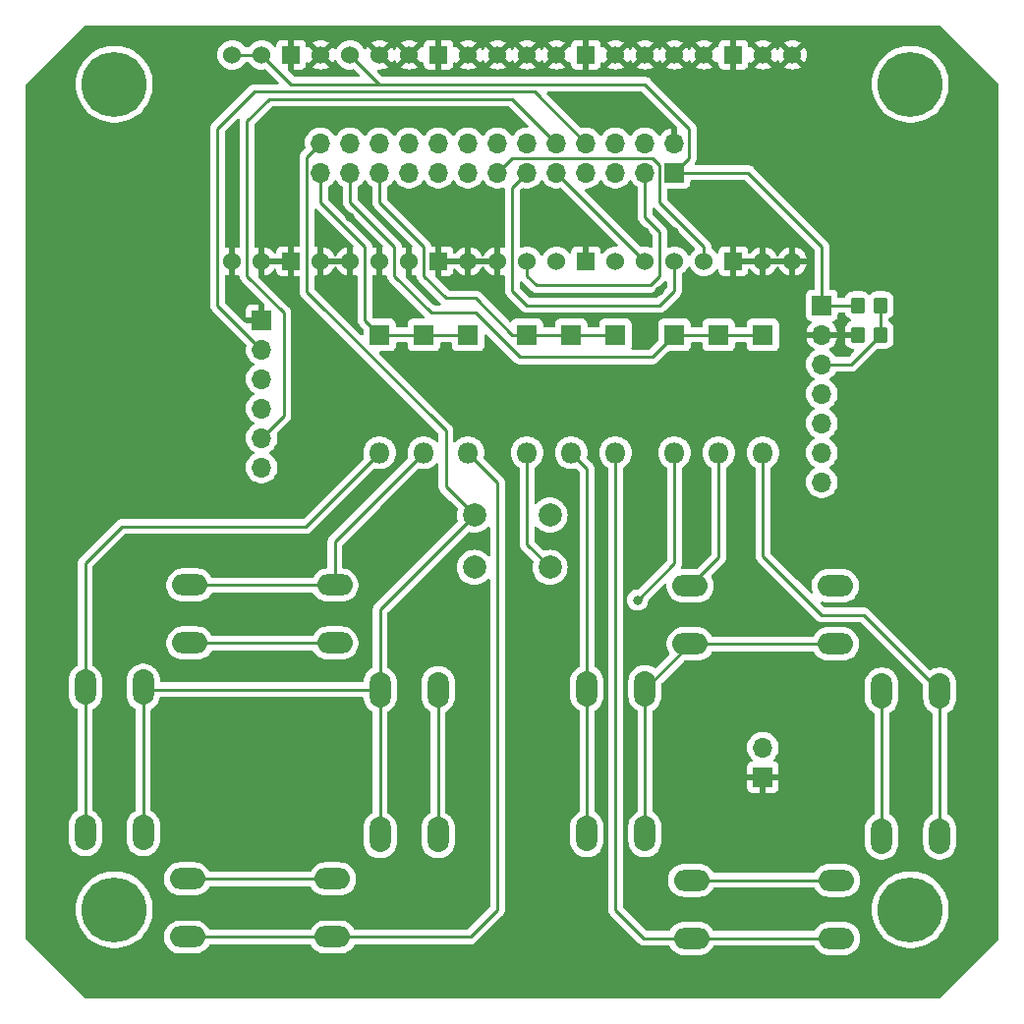
<source format=gbr>
%TF.GenerationSoftware,KiCad,Pcbnew,7.0.8*%
%TF.CreationDate,2023-10-15T22:57:13-07:00*%
%TF.ProjectId,HandheldInterface,48616e64-6865-46c6-9449-6e7465726661,rev?*%
%TF.SameCoordinates,Original*%
%TF.FileFunction,Copper,L1,Top*%
%TF.FilePolarity,Positive*%
%FSLAX46Y46*%
G04 Gerber Fmt 4.6, Leading zero omitted, Abs format (unit mm)*
G04 Created by KiCad (PCBNEW 7.0.8) date 2023-10-15 22:57:13*
%MOMM*%
%LPD*%
G01*
G04 APERTURE LIST*
G04 Aperture macros list*
%AMRoundRect*
0 Rectangle with rounded corners*
0 $1 Rounding radius*
0 $2 $3 $4 $5 $6 $7 $8 $9 X,Y pos of 4 corners*
0 Add a 4 corners polygon primitive as box body*
4,1,4,$2,$3,$4,$5,$6,$7,$8,$9,$2,$3,0*
0 Add four circle primitives for the rounded corners*
1,1,$1+$1,$2,$3*
1,1,$1+$1,$4,$5*
1,1,$1+$1,$6,$7*
1,1,$1+$1,$8,$9*
0 Add four rect primitives between the rounded corners*
20,1,$1+$1,$2,$3,$4,$5,0*
20,1,$1+$1,$4,$5,$6,$7,0*
20,1,$1+$1,$6,$7,$8,$9,0*
20,1,$1+$1,$8,$9,$2,$3,0*%
G04 Aperture macros list end*
%TA.AperFunction,ComponentPad*%
%ADD10C,5.600000*%
%TD*%
%TA.AperFunction,SMDPad,CuDef*%
%ADD11RoundRect,0.250000X-0.350000X-0.450000X0.350000X-0.450000X0.350000X0.450000X-0.350000X0.450000X0*%
%TD*%
%TA.AperFunction,SMDPad,CuDef*%
%ADD12RoundRect,0.250000X0.350000X0.450000X-0.350000X0.450000X-0.350000X-0.450000X0.350000X-0.450000X0*%
%TD*%
%TA.AperFunction,ComponentPad*%
%ADD13R,1.700000X1.700000*%
%TD*%
%TA.AperFunction,ComponentPad*%
%ADD14O,1.700000X1.700000*%
%TD*%
%TA.AperFunction,ComponentPad*%
%ADD15C,1.524000*%
%TD*%
%TA.AperFunction,ComponentPad*%
%ADD16R,1.524000X1.524000*%
%TD*%
%TA.AperFunction,ComponentPad*%
%ADD17O,1.850000X3.048000*%
%TD*%
%TA.AperFunction,ComponentPad*%
%ADD18O,3.048000X1.850000*%
%TD*%
%TA.AperFunction,ComponentPad*%
%ADD19C,2.000000*%
%TD*%
%TA.AperFunction,ComponentPad*%
%ADD20R,1.800000X1.800000*%
%TD*%
%TA.AperFunction,ComponentPad*%
%ADD21O,1.800000X1.800000*%
%TD*%
%TA.AperFunction,ViaPad*%
%ADD22C,0.800000*%
%TD*%
%TA.AperFunction,Conductor*%
%ADD23C,0.250000*%
%TD*%
G04 APERTURE END LIST*
D10*
%TO.P,REF\u002A\u002A,1*%
%TO.N,N/C*%
X93980000Y-91440000D03*
%TD*%
%TO.P,REF\u002A\u002A,1*%
%TO.N,N/C*%
X25400000Y-91440000D03*
%TD*%
%TO.P,REF\u002A\u002A,1*%
%TO.N,N/C*%
X25400000Y-20320000D03*
%TD*%
%TO.P,REF\u002A\u002A,1*%
%TO.N,N/C*%
X93980000Y-20320000D03*
%TD*%
D11*
%TO.P,R2,1*%
%TO.N,GND*%
X89440000Y-41910000D03*
%TO.P,R2,2*%
%TO.N,/I2S_SD*%
X91440000Y-41910000D03*
%TD*%
D12*
%TO.P,R1,1*%
%TO.N,/I2S_SD*%
X91440000Y-39370000D03*
%TO.P,R1,2*%
%TO.N,+3V3*%
X89440000Y-39370000D03*
%TD*%
D13*
%TO.P,U3,1,Pin_1*%
%TO.N,+3V3*%
X86360000Y-39370000D03*
D14*
%TO.P,U3,2,Pin_2*%
%TO.N,GND*%
X86360000Y-41910000D03*
%TO.P,U3,3,Pin_3*%
%TO.N,/I2S_SD*%
X86360000Y-44450000D03*
%TO.P,U3,4,Pin_4*%
%TO.N,/I2S_Gain*%
X86360000Y-46990000D03*
%TO.P,U3,5,Pin_5*%
%TO.N,/I2S_DIN*%
X86360000Y-49530000D03*
%TO.P,U3,6,Pin_6*%
%TO.N,/I2S_CLK*%
X86360000Y-52070000D03*
%TO.P,U3,7,Pin_7*%
%TO.N,/I2S_LRC*%
X86360000Y-54610000D03*
%TD*%
%TO.P,U2,6,Pin_6*%
%TO.N,+3V3*%
X38100000Y-53340000D03*
%TO.P,U2,5,Pin_5*%
%TO.N,/SD CS*%
X38100000Y-50800000D03*
%TO.P,U2,4,Pin_4*%
%TO.N,/SD MOSI*%
X38100000Y-48260000D03*
%TO.P,U2,3,Pin_3*%
%TO.N,/SD CLK*%
X38100000Y-45720000D03*
%TO.P,U2,2,Pin_2*%
%TO.N,/SD MISO*%
X38100000Y-43180000D03*
D13*
%TO.P,U2,1,Pin_1*%
%TO.N,GND*%
X38100000Y-40640000D03*
%TD*%
D15*
%TO.P,U1,40,VBUS*%
%TO.N,+3V3*%
X35560000Y-17780000D03*
%TO.P,U1,39,VSYS*%
X38100000Y-17780000D03*
D16*
%TO.P,U1,38,GND*%
%TO.N,GND*%
X40640000Y-17780000D03*
D15*
%TO.P,U1,37*%
X43180000Y-17780000D03*
%TO.P,U1,36*%
%TO.N,+3V3*%
X45720000Y-17780000D03*
%TO.P,U1,35*%
%TO.N,GND*%
X48260000Y-17780000D03*
%TO.P,U1,34*%
X50800000Y-17780000D03*
D16*
%TO.P,U1,33,GND*%
X53340000Y-17780000D03*
D15*
%TO.P,U1,32*%
X55880000Y-17780000D03*
%TO.P,U1,31*%
X58420000Y-17780000D03*
%TO.P,U1,30*%
X60960000Y-17780000D03*
%TO.P,U1,29*%
X63500000Y-17780000D03*
D16*
%TO.P,U1,28,GND*%
X66040000Y-17780000D03*
D15*
%TO.P,U1,27*%
X68580000Y-17780000D03*
%TO.P,U1,26*%
X71120000Y-17780000D03*
%TO.P,U1,25*%
X73660000Y-17780000D03*
%TO.P,U1,24*%
X76200000Y-17780000D03*
D16*
%TO.P,U1,23,GND*%
X78740000Y-17780000D03*
D15*
%TO.P,U1,22*%
X81280000Y-17780000D03*
%TO.P,U1,21*%
X83820000Y-17780000D03*
%TO.P,U1,20*%
X83820000Y-35560000D03*
%TO.P,U1,19*%
X81280000Y-35560000D03*
D16*
%TO.P,U1,18,GND*%
X78740000Y-35560000D03*
D15*
%TO.P,U1,17,Backlight*%
%TO.N,/LCD Backlight*%
X76200000Y-35560000D03*
%TO.P,U1,16,Reset*%
%TO.N,/LCD Reset*%
X73660000Y-35560000D03*
%TO.P,U1,15,DIN*%
%TO.N,/LCD DIN*%
X71120000Y-35560000D03*
%TO.P,U1,14,CLK*%
%TO.N,/LCD CLK*%
X68580000Y-35560000D03*
D16*
%TO.P,U1,13,GND*%
%TO.N,GND*%
X66040000Y-35560000D03*
D15*
%TO.P,U1,12,CS*%
%TO.N,/LCD CS*%
X63500000Y-35560000D03*
%TO.P,U1,11,DC*%
%TO.N,/LCD DC*%
X60960000Y-35560000D03*
%TO.P,U1,10*%
%TO.N,GND*%
X58420000Y-35560000D03*
%TO.P,U1,9*%
X55880000Y-35560000D03*
D16*
%TO.P,U1,8,GND*%
X53340000Y-35560000D03*
D15*
%TO.P,U1,7*%
X48260000Y-35560000D03*
%TO.P,U1,6*%
X50800000Y-35560000D03*
%TO.P,U1,5*%
X45720000Y-35560000D03*
%TO.P,U1,4*%
X43180000Y-35560000D03*
D16*
%TO.P,U1,3,GND*%
X40640000Y-35560000D03*
D15*
%TO.P,U1,2*%
X38100000Y-35560000D03*
%TO.P,U1,1*%
X35560000Y-35560000D03*
%TD*%
D17*
%TO.P,SW9,1,1*%
%TO.N,/Input Cathode 3*%
X27900000Y-72280000D03*
X27900000Y-84780000D03*
%TO.P,SW9,2,2*%
%TO.N,Net-(D9-A)*%
X22900000Y-72280000D03*
X22900000Y-84780000D03*
%TD*%
D18*
%TO.P,SW8,1,1*%
%TO.N,/Input Cathode 2*%
X44410000Y-68470000D03*
X31910000Y-68470000D03*
%TO.P,SW8,2,2*%
%TO.N,Net-(D8-A)*%
X44410000Y-63470000D03*
X31910000Y-63470000D03*
%TD*%
%TO.P,SW7,1,1*%
%TO.N,/Input Cathode 1*%
X31710000Y-88790000D03*
X44210000Y-88790000D03*
%TO.P,SW7,2,2*%
%TO.N,Net-(D7-A)*%
X31710000Y-93790000D03*
X44210000Y-93790000D03*
%TD*%
D17*
%TO.P,SW6,1,1*%
%TO.N,/Input Cathode 3*%
X48300000Y-84980000D03*
X48300000Y-72480000D03*
%TO.P,SW6,2,2*%
%TO.N,Net-(D6-A)*%
X53300000Y-84980000D03*
X53300000Y-72480000D03*
%TD*%
D18*
%TO.P,SW5,1,1*%
%TO.N,/Input Cathode 2*%
X87520000Y-68540000D03*
X75020000Y-68540000D03*
%TO.P,SW5,2,2*%
%TO.N,Net-(D5-A)*%
X87520000Y-63540000D03*
X75020000Y-63540000D03*
%TD*%
D17*
%TO.P,SW4,1,1*%
%TO.N,/Input Cathode 1*%
X91520000Y-85090000D03*
X91520000Y-72590000D03*
%TO.P,SW4,2,2*%
%TO.N,Net-(D4-A)*%
X96520000Y-85090000D03*
X96520000Y-72590000D03*
%TD*%
D19*
%TO.P,SW3,1,1*%
%TO.N,/Input Cathode 3*%
X62940000Y-57440000D03*
X56440000Y-57440000D03*
%TO.P,SW3,2,2*%
%TO.N,Net-(D3-A)*%
X62940000Y-61940000D03*
X56440000Y-61940000D03*
%TD*%
D17*
%TO.P,SW2,1,1*%
%TO.N,/Input Cathode 2*%
X71120000Y-72390000D03*
X71120000Y-84890000D03*
%TO.P,SW2,2,2*%
%TO.N,Net-(D2-A)*%
X66120000Y-72390000D03*
X66120000Y-84890000D03*
%TD*%
D18*
%TO.P,SW1,1,1*%
%TO.N,/Input Cathode 1*%
X75130000Y-88900000D03*
X87630000Y-88900000D03*
%TO.P,SW1,2,2*%
%TO.N,Net-(D1-A)*%
X75130000Y-93900000D03*
X87630000Y-93900000D03*
%TD*%
D14*
%TO.P,J1,26,Pin_26*%
%TO.N,/Input Cathode 3*%
X43180000Y-25400000D03*
%TO.P,J1,25,Pin_25*%
%TO.N,/Input Anode 3*%
X43180000Y-27940000D03*
%TO.P,J1,24,Pin_24*%
%TO.N,/Input Cathode 2*%
X45720000Y-25400000D03*
%TO.P,J1,23,Pin_23*%
%TO.N,/Input Anode 2*%
X45720000Y-27940000D03*
%TO.P,J1,22,Pin_22*%
%TO.N,/Input Cathode 1*%
X48260000Y-25400000D03*
%TO.P,J1,21,Pin_21*%
%TO.N,/Input Anode 1*%
X48260000Y-27940000D03*
%TO.P,J1,20,Pin_20*%
%TO.N,/I2S_LRC*%
X50800000Y-25400000D03*
%TO.P,J1,19,Pin_19*%
%TO.N,unconnected-(J1-Pin_19-Pad19)*%
X50800000Y-27940000D03*
%TO.P,J1,18,Pin_18*%
%TO.N,/I2S_CLK*%
X53340000Y-25400000D03*
%TO.P,J1,17,Pin_17*%
%TO.N,unconnected-(J1-Pin_17-Pad17)*%
X53340000Y-27940000D03*
%TO.P,J1,16,Pin_16*%
%TO.N,/I2S_DIN*%
X55880000Y-25400000D03*
%TO.P,J1,15,Pin_15*%
%TO.N,unconnected-(J1-Pin_15-Pad15)*%
X55880000Y-27940000D03*
%TO.P,J1,14,Pin_14*%
%TO.N,/SD MOSI*%
X58420000Y-25400000D03*
%TO.P,J1,13,Pin_13*%
%TO.N,/LCD Backlight*%
X58420000Y-27940000D03*
%TO.P,J1,12,Pin_12*%
%TO.N,/SD CLK*%
X60960000Y-25400000D03*
%TO.P,J1,11,Pin_11*%
%TO.N,/LCD Reset*%
X60960000Y-27940000D03*
%TO.P,J1,10,Pin_10*%
%TO.N,/SD CS*%
X63500000Y-25400000D03*
%TO.P,J1,9,Pin_9*%
%TO.N,/LCD DIN*%
X63500000Y-27940000D03*
%TO.P,J1,8,Pin_8*%
%TO.N,/SD MISO*%
X66040000Y-25400000D03*
%TO.P,J1,7,Pin_7*%
%TO.N,/LCD CLK*%
X66040000Y-27940000D03*
%TO.P,J1,6,Pin_6*%
%TO.N,/Motor*%
X68580000Y-25400000D03*
%TO.P,J1,5,Pin_5*%
%TO.N,/LCD CS*%
X68580000Y-27940000D03*
%TO.P,J1,4,Pin_4*%
%TO.N,unconnected-(J1-Pin_4-Pad4)*%
X71120000Y-25400000D03*
%TO.P,J1,3,Pin_3*%
%TO.N,/LCD DC*%
X71120000Y-27940000D03*
%TO.P,J1,2,Pin_2*%
%TO.N,GND*%
X73660000Y-25400000D03*
D13*
%TO.P,J1,1,Pin_1*%
%TO.N,+3V3*%
X73660000Y-27940000D03*
%TD*%
D14*
%TO.P,J2,2,Pin_2*%
%TO.N,/Motor*%
X81280000Y-77470000D03*
D13*
%TO.P,J2,1,Pin_1*%
%TO.N,GND*%
X81280000Y-80010000D03*
%TD*%
D20*
%TO.P,D9,1,K*%
%TO.N,/Input Anode 3*%
X48260000Y-41910000D03*
D21*
%TO.P,D9,2,A*%
%TO.N,Net-(D9-A)*%
X48260000Y-52070000D03*
%TD*%
%TO.P,D8,2,A*%
%TO.N,Net-(D8-A)*%
X52070000Y-52070000D03*
D20*
%TO.P,D8,1,K*%
%TO.N,/Input Anode 3*%
X52070000Y-41910000D03*
%TD*%
%TO.P,D7,1,K*%
%TO.N,/Input Anode 3*%
X55880000Y-41910000D03*
D21*
%TO.P,D7,2,A*%
%TO.N,Net-(D7-A)*%
X55880000Y-52070000D03*
%TD*%
D20*
%TO.P,D6,1,K*%
%TO.N,/Input Anode 2*%
X73660000Y-41910000D03*
D21*
%TO.P,D6,2,A*%
%TO.N,Net-(D6-A)*%
X73660000Y-52070000D03*
%TD*%
D20*
%TO.P,D5,1,K*%
%TO.N,/Input Anode 2*%
X77470000Y-41910000D03*
D21*
%TO.P,D5,2,A*%
%TO.N,Net-(D5-A)*%
X77470000Y-52070000D03*
%TD*%
D20*
%TO.P,D4,1,K*%
%TO.N,/Input Anode 2*%
X81280000Y-41910000D03*
D21*
%TO.P,D4,2,A*%
%TO.N,Net-(D4-A)*%
X81280000Y-52070000D03*
%TD*%
D20*
%TO.P,D3,1,K*%
%TO.N,/Input Anode 1*%
X60960000Y-41910000D03*
D21*
%TO.P,D3,2,A*%
%TO.N,Net-(D3-A)*%
X60960000Y-52070000D03*
%TD*%
D20*
%TO.P,D2,1,K*%
%TO.N,/Input Anode 1*%
X64770000Y-41910000D03*
D21*
%TO.P,D2,2,A*%
%TO.N,Net-(D2-A)*%
X64770000Y-52070000D03*
%TD*%
D20*
%TO.P,D1,1,K*%
%TO.N,/Input Anode 1*%
X68580000Y-41910000D03*
D21*
%TO.P,D1,2,A*%
%TO.N,Net-(D1-A)*%
X68580000Y-52070000D03*
%TD*%
D22*
%TO.N,GND*%
X85090000Y-58420000D03*
X58420000Y-52070000D03*
X45720000Y-31750000D03*
X72390000Y-38100000D03*
X71120000Y-33020000D03*
X73660000Y-33020000D03*
X67945000Y-30480000D03*
X58420000Y-48260000D03*
%TO.N,Net-(D6-A)*%
X70485000Y-64770000D03*
%TD*%
D23*
%TO.N,Net-(D8-A)*%
X44410000Y-63470000D02*
X31910000Y-63470000D01*
%TO.N,/Input Cathode 2*%
X31910000Y-68470000D02*
X44410000Y-68470000D01*
%TO.N,Net-(D9-A)*%
X22900000Y-72280000D02*
X22900000Y-84780000D01*
%TO.N,/Input Cathode 3*%
X27900000Y-84780000D02*
X27900000Y-72280000D01*
%TO.N,Net-(D7-A)*%
X31710000Y-93790000D02*
X44210000Y-93790000D01*
%TO.N,/Input Cathode 1*%
X44210000Y-88790000D02*
X31710000Y-88790000D01*
%TO.N,/Input Cathode 3*%
X48300000Y-72480000D02*
X48300000Y-84980000D01*
%TO.N,Net-(D6-A)*%
X53300000Y-84980000D02*
X53300000Y-72480000D01*
%TO.N,Net-(D2-A)*%
X66120000Y-72390000D02*
X66120000Y-84890000D01*
%TO.N,/Input Cathode 2*%
X71120000Y-84890000D02*
X71120000Y-72390000D01*
%TO.N,/Input Cathode 1*%
X75130000Y-88900000D02*
X87630000Y-88900000D01*
%TO.N,Net-(D1-A)*%
X75130000Y-93900000D02*
X87630000Y-93900000D01*
%TO.N,Net-(D4-A)*%
X96520000Y-85090000D02*
X96520000Y-72590000D01*
%TO.N,/Input Cathode 1*%
X91520000Y-72590000D02*
X91520000Y-85090000D01*
%TO.N,/Input Cathode 2*%
X75020000Y-68540000D02*
X87520000Y-68540000D01*
%TO.N,/LCD Reset*%
X73660000Y-38100000D02*
X73660000Y-35560000D01*
X60960000Y-39370000D02*
X72390000Y-39370000D01*
X59690000Y-38100000D02*
X60960000Y-39370000D01*
X59690000Y-29210000D02*
X59690000Y-38100000D01*
X60960000Y-27940000D02*
X59690000Y-29210000D01*
X72390000Y-39370000D02*
X73660000Y-38100000D01*
%TO.N,/LCD DC*%
X61780000Y-37650000D02*
X60960000Y-36830000D01*
X60960000Y-36830000D02*
X60960000Y-35560000D01*
X72390000Y-36830000D02*
X71570000Y-37650000D01*
X71570000Y-37650000D02*
X61780000Y-37650000D01*
X71120000Y-31750000D02*
X72390000Y-33020000D01*
X72390000Y-33020000D02*
X72390000Y-36830000D01*
X71120000Y-27940000D02*
X71120000Y-31750000D01*
%TO.N,/Input Anode 1*%
X48260000Y-30480000D02*
X48260000Y-27940000D01*
X52070000Y-34290000D02*
X48260000Y-30480000D01*
X59690000Y-41910000D02*
X56515000Y-38735000D01*
X53975000Y-38735000D02*
X52070000Y-36830000D01*
X52070000Y-36830000D02*
X52070000Y-34290000D01*
X60960000Y-41910000D02*
X59690000Y-41910000D01*
X56515000Y-38735000D02*
X53975000Y-38735000D01*
%TO.N,/Input Anode 2*%
X45720000Y-30480000D02*
X49530000Y-34290000D01*
X49530000Y-34290000D02*
X49530000Y-36830000D01*
X45720000Y-27940000D02*
X45720000Y-30480000D01*
X56515000Y-40005000D02*
X60325000Y-43815000D01*
X49530000Y-36830000D02*
X52705000Y-40005000D01*
X52705000Y-40005000D02*
X56515000Y-40005000D01*
X60325000Y-43815000D02*
X71755000Y-43815000D01*
X71755000Y-43815000D02*
X73660000Y-41910000D01*
%TO.N,/Input Anode 3*%
X43180000Y-30480000D02*
X43180000Y-27940000D01*
X46990000Y-40640000D02*
X46990000Y-34290000D01*
X46990000Y-34290000D02*
X43180000Y-30480000D01*
X48260000Y-41910000D02*
X46990000Y-40640000D01*
%TO.N,Net-(D4-A)*%
X81280000Y-60960000D02*
X86360000Y-66040000D01*
X86360000Y-66040000D02*
X89970000Y-66040000D01*
X89970000Y-66040000D02*
X96520000Y-72590000D01*
X81280000Y-52070000D02*
X81280000Y-60960000D01*
%TO.N,Net-(D6-A)*%
X70485000Y-64770000D02*
X73660000Y-61595000D01*
X73660000Y-61595000D02*
X73660000Y-52070000D01*
%TO.N,/Input Cathode 2*%
X71170000Y-72390000D02*
X71120000Y-72390000D01*
X75020000Y-68540000D02*
X71170000Y-72390000D01*
%TO.N,Net-(D5-A)*%
X77470000Y-61090000D02*
X75020000Y-63540000D01*
X77470000Y-52070000D02*
X77470000Y-61090000D01*
%TO.N,Net-(D1-A)*%
X71040000Y-93900000D02*
X75130000Y-93900000D01*
X68580000Y-91440000D02*
X71040000Y-93900000D01*
X68580000Y-52070000D02*
X68580000Y-91440000D01*
%TO.N,Net-(D2-A)*%
X66120000Y-53420000D02*
X66120000Y-72390000D01*
X64770000Y-52070000D02*
X66120000Y-53420000D01*
%TO.N,Net-(D3-A)*%
X60960000Y-59960000D02*
X62940000Y-61940000D01*
X60960000Y-52070000D02*
X60960000Y-59960000D01*
%TO.N,Net-(D9-A)*%
X22900000Y-61555000D02*
X22900000Y-72280000D01*
X26035000Y-58420000D02*
X22900000Y-61555000D01*
X41910000Y-58420000D02*
X26035000Y-58420000D01*
X48260000Y-52070000D02*
X41910000Y-58420000D01*
%TO.N,Net-(D8-A)*%
X44410000Y-59730000D02*
X44410000Y-63470000D01*
X52070000Y-52070000D02*
X44410000Y-59730000D01*
%TO.N,Net-(D7-A)*%
X56070000Y-93790000D02*
X44210000Y-93790000D01*
X55880000Y-52070000D02*
X58420000Y-54610000D01*
X58420000Y-54610000D02*
X58420000Y-91440000D01*
X58420000Y-91440000D02*
X56070000Y-93790000D01*
%TO.N,/Input Cathode 3*%
X28100000Y-72480000D02*
X27900000Y-72280000D01*
X48300000Y-72480000D02*
X28100000Y-72480000D01*
X48300000Y-65580000D02*
X48300000Y-72480000D01*
X56440000Y-57440000D02*
X48300000Y-65580000D01*
X53975000Y-50165000D02*
X53975000Y-54975000D01*
X42005000Y-38195000D02*
X53975000Y-50165000D01*
X53975000Y-54975000D02*
X56440000Y-57440000D01*
X42005000Y-26575000D02*
X42005000Y-38195000D01*
X43180000Y-25400000D02*
X42005000Y-26575000D01*
%TO.N,/Input Anode 2*%
X73660000Y-41910000D02*
X81280000Y-41910000D01*
%TO.N,/Input Anode 3*%
X55880000Y-41910000D02*
X48260000Y-41910000D01*
%TO.N,/Input Anode 1*%
X68580000Y-41910000D02*
X60960000Y-41910000D01*
%TO.N,/SD CS*%
X38735000Y-21590000D02*
X59690000Y-21590000D01*
X36830000Y-23495000D02*
X38735000Y-21590000D01*
X36830000Y-36830000D02*
X36830000Y-23495000D01*
X40005000Y-40005000D02*
X36830000Y-36830000D01*
X40005000Y-48895000D02*
X40005000Y-40005000D01*
X38100000Y-50800000D02*
X40005000Y-48895000D01*
X59690000Y-21590000D02*
X63500000Y-25400000D01*
%TO.N,/SD MISO*%
X61595000Y-20955000D02*
X66040000Y-25400000D01*
X37465000Y-20955000D02*
X61595000Y-20955000D01*
X34290000Y-24130000D02*
X37465000Y-20955000D01*
X34290000Y-39370000D02*
X34290000Y-24130000D01*
X38100000Y-43180000D02*
X34290000Y-39370000D01*
%TO.N,+3V3*%
X45720000Y-17780000D02*
X48260000Y-20320000D01*
X71120000Y-20320000D02*
X73660000Y-22860000D01*
X48260000Y-20320000D02*
X71120000Y-20320000D01*
X86360000Y-34290000D02*
X80010000Y-27940000D01*
X80010000Y-27940000D02*
X73660000Y-27940000D01*
X86360000Y-39370000D02*
X86360000Y-34290000D01*
%TO.N,/I2S_SD*%
X91440000Y-41910000D02*
X91440000Y-39370000D01*
X91440000Y-41910000D02*
X88900000Y-44450000D01*
X88900000Y-44450000D02*
X86360000Y-44450000D01*
%TO.N,+3V3*%
X86360000Y-39370000D02*
X89440000Y-39370000D01*
%TO.N,/LCD DIN*%
X63500000Y-27940000D02*
X71120000Y-35560000D01*
%TO.N,+3V3*%
X74930000Y-24130000D02*
X73660000Y-22860000D01*
X74930000Y-26670000D02*
X74930000Y-24130000D01*
X73660000Y-27940000D02*
X74930000Y-26670000D01*
%TO.N,/LCD Backlight*%
X72390000Y-30480000D02*
X76200000Y-34290000D01*
X72390000Y-27306396D02*
X72390000Y-30480000D01*
X71753604Y-26670000D02*
X72390000Y-27306396D01*
X76200000Y-34290000D02*
X76200000Y-35560000D01*
X59690000Y-26670000D02*
X71753604Y-26670000D01*
X58420000Y-27940000D02*
X59690000Y-26670000D01*
%TO.N,+3V3*%
X43180000Y-20320000D02*
X48260000Y-20320000D01*
X40640000Y-20320000D02*
X43180000Y-20320000D01*
X38100000Y-17780000D02*
X40640000Y-20320000D01*
X35560000Y-17780000D02*
X38100000Y-17780000D01*
%TD*%
%TA.AperFunction,Conductor*%
%TO.N,GND*%
G36*
X88329244Y-40023185D02*
G01*
X88374999Y-40075989D01*
X88379911Y-40088497D01*
X88397882Y-40142733D01*
X88397884Y-40142737D01*
X88397885Y-40142738D01*
X88490970Y-40293652D01*
X88616348Y-40419030D01*
X88767262Y-40512115D01*
X88811494Y-40526771D01*
X88868938Y-40566543D01*
X88895762Y-40631058D01*
X88883448Y-40699834D01*
X88835905Y-40751035D01*
X88811495Y-40762182D01*
X88770886Y-40775638D01*
X88770875Y-40775643D01*
X88621654Y-40867684D01*
X88497684Y-40991654D01*
X88405643Y-41140875D01*
X88405641Y-41140880D01*
X88350494Y-41307302D01*
X88350493Y-41307309D01*
X88340000Y-41410013D01*
X88340000Y-41660000D01*
X89566000Y-41660000D01*
X89633039Y-41679685D01*
X89678794Y-41732489D01*
X89690000Y-41784000D01*
X89690000Y-42036000D01*
X89670315Y-42103039D01*
X89617511Y-42148794D01*
X89566000Y-42160000D01*
X88340001Y-42160000D01*
X88340001Y-42409986D01*
X88350494Y-42512697D01*
X88405641Y-42679119D01*
X88405643Y-42679124D01*
X88497684Y-42828345D01*
X88621654Y-42952315D01*
X88770875Y-43044356D01*
X88770880Y-43044358D01*
X88937302Y-43099505D01*
X88937309Y-43099506D01*
X89040016Y-43109999D01*
X89044715Y-43109999D01*
X89111757Y-43129675D01*
X89157519Y-43182473D01*
X89167471Y-43251630D01*
X89138454Y-43315190D01*
X89132413Y-43321680D01*
X88845506Y-43608588D01*
X88673912Y-43780182D01*
X88612591Y-43813666D01*
X88586233Y-43816500D01*
X87635956Y-43816500D01*
X87568917Y-43796815D01*
X87532148Y-43760322D01*
X87463099Y-43654635D01*
X87435722Y-43612732D01*
X87435719Y-43612729D01*
X87435715Y-43612723D01*
X87283243Y-43447097D01*
X87283238Y-43447092D01*
X87118023Y-43318499D01*
X87105577Y-43308811D01*
X87062303Y-43285393D01*
X87012713Y-43236173D01*
X86997605Y-43167957D01*
X87021775Y-43102401D01*
X87050198Y-43074763D01*
X87231079Y-42948108D01*
X87398105Y-42781082D01*
X87533600Y-42587578D01*
X87633429Y-42373492D01*
X87633432Y-42373486D01*
X87690636Y-42160000D01*
X86793686Y-42160000D01*
X86819493Y-42119844D01*
X86860000Y-41981889D01*
X86860000Y-41838111D01*
X86819493Y-41700156D01*
X86793686Y-41660000D01*
X87690636Y-41660000D01*
X87690635Y-41659999D01*
X87633432Y-41446513D01*
X87633429Y-41446507D01*
X87533600Y-41232422D01*
X87533599Y-41232420D01*
X87398113Y-41038926D01*
X87398108Y-41038920D01*
X87282272Y-40923084D01*
X87248787Y-40861761D01*
X87253771Y-40792069D01*
X87295643Y-40736136D01*
X87326612Y-40719224D01*
X87456204Y-40670889D01*
X87573261Y-40583261D01*
X87660889Y-40466204D01*
X87711989Y-40329201D01*
X87716223Y-40289819D01*
X87718499Y-40268654D01*
X87718500Y-40268637D01*
X87718500Y-40127500D01*
X87738185Y-40060461D01*
X87790989Y-40014706D01*
X87842500Y-40003500D01*
X88262205Y-40003500D01*
X88329244Y-40023185D01*
G37*
%TD.AperFunction*%
%TA.AperFunction,Conductor*%
G36*
X45536157Y-35899713D02*
G01*
X45656422Y-35941000D01*
X45751569Y-35941000D01*
X45845421Y-35925339D01*
X45957251Y-35864820D01*
X45970000Y-35850970D01*
X45970000Y-36799531D01*
X46153270Y-36750424D01*
X46153279Y-36750421D01*
X46180093Y-36737917D01*
X46249170Y-36727424D01*
X46312955Y-36755942D01*
X46351195Y-36814418D01*
X46356500Y-36850298D01*
X46356500Y-40556366D01*
X46354761Y-40572113D01*
X46355032Y-40572139D01*
X46354298Y-40579905D01*
X46354298Y-40579908D01*
X46354298Y-40579909D01*
X46355103Y-40605523D01*
X46356500Y-40649957D01*
X46356500Y-40679859D01*
X46357384Y-40686856D01*
X46357842Y-40692679D01*
X46359326Y-40739889D01*
X46359327Y-40739891D01*
X46365022Y-40759495D01*
X46368967Y-40778542D01*
X46371526Y-40798797D01*
X46371527Y-40798800D01*
X46371528Y-40798803D01*
X46388914Y-40842716D01*
X46390806Y-40848244D01*
X46403981Y-40893592D01*
X46414372Y-40911162D01*
X46422932Y-40928635D01*
X46430447Y-40947617D01*
X46458209Y-40985827D01*
X46461416Y-40990710D01*
X46485458Y-41031362D01*
X46485462Y-41031366D01*
X46499889Y-41045793D01*
X46512526Y-41060588D01*
X46524528Y-41077107D01*
X46560931Y-41107222D01*
X46565231Y-41111135D01*
X46710911Y-41256815D01*
X46815181Y-41361085D01*
X46848666Y-41422408D01*
X46851500Y-41448766D01*
X46851500Y-41846233D01*
X46831815Y-41913272D01*
X46779011Y-41959027D01*
X46709853Y-41968971D01*
X46646297Y-41939946D01*
X46639819Y-41933914D01*
X42674819Y-37968914D01*
X42641334Y-37907591D01*
X42638500Y-37881233D01*
X42638500Y-36883024D01*
X42658185Y-36815985D01*
X42710989Y-36770230D01*
X42780147Y-36760286D01*
X42794594Y-36763249D01*
X42929999Y-36799530D01*
X42930000Y-36799530D01*
X42930000Y-35848220D01*
X42996157Y-35899713D01*
X43116422Y-35941000D01*
X43211569Y-35941000D01*
X43305421Y-35925339D01*
X43417251Y-35864820D01*
X43430000Y-35850970D01*
X43430000Y-36799531D01*
X43613270Y-36750424D01*
X43613284Y-36750419D01*
X43813407Y-36657100D01*
X43813409Y-36657099D01*
X43994301Y-36530436D01*
X44150436Y-36374301D01*
X44277099Y-36193409D01*
X44277100Y-36193407D01*
X44337618Y-36063627D01*
X44383790Y-36011187D01*
X44450983Y-35992035D01*
X44517865Y-36012251D01*
X44562382Y-36063627D01*
X44622899Y-36193407D01*
X44622900Y-36193409D01*
X44749563Y-36374301D01*
X44905698Y-36530436D01*
X45086590Y-36657099D01*
X45086592Y-36657100D01*
X45286715Y-36750419D01*
X45286729Y-36750424D01*
X45469999Y-36799531D01*
X45470000Y-36799530D01*
X45470000Y-35848220D01*
X45536157Y-35899713D01*
G37*
%TD.AperFunction*%
%TA.AperFunction,Conductor*%
G36*
X48076157Y-35899713D02*
G01*
X48196422Y-35941000D01*
X48291569Y-35941000D01*
X48385421Y-35925339D01*
X48497251Y-35864820D01*
X48510000Y-35850970D01*
X48510000Y-36799531D01*
X48693270Y-36750424D01*
X48693279Y-36750421D01*
X48720093Y-36737917D01*
X48789170Y-36727424D01*
X48852955Y-36755942D01*
X48891195Y-36814418D01*
X48896500Y-36850298D01*
X48896500Y-36869859D01*
X48897384Y-36876856D01*
X48897842Y-36882679D01*
X48899326Y-36929889D01*
X48899327Y-36929891D01*
X48905022Y-36949495D01*
X48908967Y-36968542D01*
X48911526Y-36988797D01*
X48911527Y-36988800D01*
X48911528Y-36988803D01*
X48928914Y-37032716D01*
X48930806Y-37038244D01*
X48943981Y-37083592D01*
X48954372Y-37101162D01*
X48962932Y-37118635D01*
X48970447Y-37137617D01*
X48998209Y-37175827D01*
X49001416Y-37180710D01*
X49025458Y-37221362D01*
X49025462Y-37221366D01*
X49039889Y-37235793D01*
X49052526Y-37250588D01*
X49064528Y-37267107D01*
X49100931Y-37297222D01*
X49105231Y-37301135D01*
X51352001Y-39547906D01*
X52093914Y-40289819D01*
X52127399Y-40351142D01*
X52122415Y-40420834D01*
X52080543Y-40476767D01*
X52015079Y-40501184D01*
X52006233Y-40501500D01*
X51121345Y-40501500D01*
X51060797Y-40508011D01*
X51060795Y-40508011D01*
X50923795Y-40559111D01*
X50806739Y-40646739D01*
X50719111Y-40763795D01*
X50668011Y-40900795D01*
X50668011Y-40900797D01*
X50661500Y-40961345D01*
X50661500Y-41152500D01*
X50641815Y-41219539D01*
X50589011Y-41265294D01*
X50537500Y-41276500D01*
X49792500Y-41276500D01*
X49725461Y-41256815D01*
X49679706Y-41204011D01*
X49668500Y-41152500D01*
X49668500Y-40961362D01*
X49668499Y-40961345D01*
X49663103Y-40911162D01*
X49661989Y-40900799D01*
X49659301Y-40893593D01*
X49623946Y-40798803D01*
X49610889Y-40763796D01*
X49523261Y-40646739D01*
X49406204Y-40559111D01*
X49269203Y-40508011D01*
X49208654Y-40501500D01*
X49208638Y-40501500D01*
X47798767Y-40501500D01*
X47731728Y-40481815D01*
X47711086Y-40465181D01*
X47659819Y-40413914D01*
X47626334Y-40352591D01*
X47623500Y-40326233D01*
X47623500Y-36850298D01*
X47643185Y-36783259D01*
X47695989Y-36737504D01*
X47765147Y-36727560D01*
X47799907Y-36737917D01*
X47826720Y-36750421D01*
X47826729Y-36750424D01*
X48009999Y-36799531D01*
X48010000Y-36799530D01*
X48010000Y-35848220D01*
X48076157Y-35899713D01*
G37*
%TD.AperFunction*%
%TA.AperFunction,Conductor*%
G36*
X35376157Y-35899713D02*
G01*
X35496422Y-35941000D01*
X35591569Y-35941000D01*
X35685421Y-35925339D01*
X35797251Y-35864820D01*
X35810000Y-35850970D01*
X35810000Y-36799531D01*
X35993270Y-36750424D01*
X35993279Y-36750421D01*
X36020093Y-36737917D01*
X36089170Y-36727424D01*
X36152955Y-36755942D01*
X36191195Y-36814418D01*
X36196500Y-36850298D01*
X36196500Y-36869859D01*
X36197384Y-36876856D01*
X36197842Y-36882679D01*
X36199326Y-36929889D01*
X36199327Y-36929891D01*
X36205022Y-36949495D01*
X36208967Y-36968542D01*
X36211526Y-36988797D01*
X36211527Y-36988800D01*
X36211528Y-36988803D01*
X36228914Y-37032716D01*
X36230806Y-37038244D01*
X36243981Y-37083592D01*
X36254372Y-37101162D01*
X36262932Y-37118635D01*
X36270447Y-37137617D01*
X36298209Y-37175827D01*
X36301416Y-37180710D01*
X36325458Y-37221362D01*
X36325462Y-37221366D01*
X36339889Y-37235793D01*
X36352526Y-37250588D01*
X36364528Y-37267107D01*
X36400931Y-37297222D01*
X36405231Y-37301135D01*
X37362890Y-38258794D01*
X38313681Y-39209585D01*
X38347166Y-39270908D01*
X38350000Y-39297266D01*
X38350000Y-40204498D01*
X38242315Y-40155320D01*
X38135763Y-40140000D01*
X38064237Y-40140000D01*
X37957685Y-40155320D01*
X37850000Y-40204498D01*
X37850000Y-39290000D01*
X37202155Y-39290000D01*
X37142627Y-39296401D01*
X37142620Y-39296403D01*
X37007913Y-39346645D01*
X37007906Y-39346649D01*
X36892812Y-39432809D01*
X36892809Y-39432812D01*
X36806649Y-39547906D01*
X36806645Y-39547913D01*
X36756403Y-39682620D01*
X36756401Y-39682627D01*
X36750000Y-39742155D01*
X36750000Y-40390000D01*
X37666314Y-40390000D01*
X37640507Y-40430156D01*
X37600000Y-40568111D01*
X37600000Y-40711889D01*
X37640507Y-40849844D01*
X37666314Y-40890000D01*
X36757267Y-40890000D01*
X36690228Y-40870315D01*
X36669586Y-40853681D01*
X34959819Y-39143914D01*
X34926334Y-39082591D01*
X34923500Y-39056233D01*
X34923500Y-36850298D01*
X34943185Y-36783259D01*
X34995989Y-36737504D01*
X35065147Y-36727560D01*
X35099907Y-36737917D01*
X35126720Y-36750421D01*
X35126729Y-36750424D01*
X35309999Y-36799531D01*
X35310000Y-36799530D01*
X35310000Y-35848220D01*
X35376157Y-35899713D01*
G37*
%TD.AperFunction*%
%TA.AperFunction,Conductor*%
G36*
X50616157Y-35899713D02*
G01*
X50736422Y-35941000D01*
X50831569Y-35941000D01*
X50925421Y-35925339D01*
X51037251Y-35864820D01*
X51050000Y-35850970D01*
X51050000Y-36799531D01*
X51233270Y-36750424D01*
X51233279Y-36750421D01*
X51260093Y-36737917D01*
X51329170Y-36727424D01*
X51392955Y-36755942D01*
X51431195Y-36814418D01*
X51436500Y-36850298D01*
X51436500Y-36869859D01*
X51437384Y-36876856D01*
X51437842Y-36882679D01*
X51439326Y-36929889D01*
X51439327Y-36929891D01*
X51445022Y-36949495D01*
X51448967Y-36968542D01*
X51451526Y-36988797D01*
X51451527Y-36988800D01*
X51451528Y-36988803D01*
X51468914Y-37032716D01*
X51470806Y-37038244D01*
X51483981Y-37083592D01*
X51494372Y-37101162D01*
X51502932Y-37118635D01*
X51510447Y-37137617D01*
X51538209Y-37175827D01*
X51541416Y-37180710D01*
X51565458Y-37221362D01*
X51565462Y-37221366D01*
X51579889Y-37235793D01*
X51592526Y-37250588D01*
X51604528Y-37267107D01*
X51640931Y-37297222D01*
X51645231Y-37301135D01*
X53044276Y-38700181D01*
X53467912Y-39123817D01*
X53477819Y-39136183D01*
X53478029Y-39136010D01*
X53482996Y-39142015D01*
X53499068Y-39157107D01*
X53534463Y-39217348D01*
X53531671Y-39287162D01*
X53491577Y-39344384D01*
X53426912Y-39370845D01*
X53414185Y-39371500D01*
X53018766Y-39371500D01*
X52951727Y-39351815D01*
X52931085Y-39335181D01*
X50562524Y-36966619D01*
X50529039Y-36905296D01*
X50534023Y-36835604D01*
X50550000Y-36813995D01*
X50550000Y-35848220D01*
X50616157Y-35899713D01*
G37*
%TD.AperFunction*%
%TA.AperFunction,Conductor*%
G36*
X60526553Y-37293601D02*
G01*
X60528581Y-37295278D01*
X60530931Y-37297223D01*
X60535246Y-37301150D01*
X61272909Y-38038813D01*
X61282818Y-38051181D01*
X61283028Y-38051008D01*
X61287998Y-38057017D01*
X61339079Y-38104984D01*
X61360224Y-38126130D01*
X61360228Y-38126133D01*
X61360230Y-38126135D01*
X61361946Y-38127466D01*
X61365813Y-38130466D01*
X61370245Y-38134252D01*
X61399263Y-38161500D01*
X61404680Y-38166587D01*
X61422562Y-38176417D01*
X61438829Y-38187102D01*
X61454960Y-38199615D01*
X61475675Y-38208578D01*
X61498307Y-38218371D01*
X61503533Y-38220931D01*
X61544940Y-38243695D01*
X61564716Y-38248772D01*
X61583124Y-38255075D01*
X61601850Y-38263179D01*
X61601852Y-38263180D01*
X61601853Y-38263180D01*
X61601855Y-38263181D01*
X61642784Y-38269663D01*
X61648503Y-38270569D01*
X61654212Y-38271751D01*
X61699970Y-38283500D01*
X61720384Y-38283500D01*
X61739783Y-38285027D01*
X61759943Y-38288220D01*
X61806966Y-38283775D01*
X61812804Y-38283500D01*
X71486366Y-38283500D01*
X71502113Y-38285238D01*
X71502139Y-38284968D01*
X71509905Y-38285701D01*
X71509909Y-38285702D01*
X71579958Y-38283500D01*
X71609856Y-38283500D01*
X71609857Y-38283500D01*
X71611222Y-38283327D01*
X71616862Y-38282614D01*
X71622685Y-38282156D01*
X71648708Y-38281338D01*
X71669890Y-38280673D01*
X71679681Y-38277827D01*
X71689481Y-38274980D01*
X71708538Y-38271032D01*
X71728797Y-38268474D01*
X71772721Y-38251082D01*
X71778221Y-38249199D01*
X71823593Y-38236018D01*
X71841165Y-38225625D01*
X71858632Y-38217068D01*
X71877617Y-38209552D01*
X71915826Y-38181790D01*
X71920704Y-38178585D01*
X71961362Y-38154542D01*
X71975802Y-38140100D01*
X71990592Y-38127470D01*
X72007107Y-38115472D01*
X72037222Y-38079067D01*
X72041126Y-38074776D01*
X72778813Y-37337089D01*
X72791177Y-37327186D01*
X72791003Y-37326976D01*
X72797019Y-37321999D01*
X72812106Y-37305933D01*
X72872346Y-37270536D01*
X72942160Y-37273327D01*
X72999382Y-37313420D01*
X73025845Y-37378084D01*
X73026500Y-37390814D01*
X73026500Y-37786233D01*
X73006815Y-37853272D01*
X72990181Y-37873914D01*
X72163914Y-38700181D01*
X72102591Y-38733666D01*
X72076233Y-38736500D01*
X61273767Y-38736500D01*
X61206728Y-38716815D01*
X61186086Y-38700181D01*
X60359819Y-37873914D01*
X60326334Y-37812591D01*
X60323500Y-37786233D01*
X60323500Y-37389133D01*
X60343185Y-37322094D01*
X60395989Y-37276339D01*
X60465147Y-37266395D01*
X60526553Y-37293601D01*
G37*
%TD.AperFunction*%
%TA.AperFunction,Conductor*%
G36*
X36139539Y-35329685D02*
G01*
X36185294Y-35382489D01*
X36196500Y-35434000D01*
X36196500Y-35686000D01*
X36176815Y-35753039D01*
X36124011Y-35798794D01*
X36072500Y-35810000D01*
X35847717Y-35810000D01*
X35883371Y-35771269D01*
X35934448Y-35654823D01*
X35944949Y-35528102D01*
X35913734Y-35404838D01*
X35851773Y-35310000D01*
X36072500Y-35310000D01*
X36139539Y-35329685D01*
G37*
%TD.AperFunction*%
%TA.AperFunction,Conductor*%
G36*
X37776629Y-35348731D02*
G01*
X37725552Y-35465177D01*
X37715051Y-35591898D01*
X37746266Y-35715162D01*
X37808227Y-35810000D01*
X37587500Y-35810000D01*
X37520461Y-35790315D01*
X37474706Y-35737511D01*
X37463500Y-35686000D01*
X37463500Y-35434000D01*
X37483185Y-35366961D01*
X37535989Y-35321206D01*
X37587500Y-35310000D01*
X37812283Y-35310000D01*
X37776629Y-35348731D01*
G37*
%TD.AperFunction*%
%TA.AperFunction,Conductor*%
G36*
X40316629Y-35348731D02*
G01*
X40265552Y-35465177D01*
X40255051Y-35591898D01*
X40286266Y-35715162D01*
X40348227Y-35810000D01*
X38387717Y-35810000D01*
X38423371Y-35771269D01*
X38474448Y-35654823D01*
X38484949Y-35528102D01*
X38453734Y-35404838D01*
X38391773Y-35310000D01*
X40352283Y-35310000D01*
X40316629Y-35348731D01*
G37*
%TD.AperFunction*%
%TA.AperFunction,Conductor*%
G36*
X41314539Y-35329685D02*
G01*
X41360294Y-35382489D01*
X41371500Y-35434000D01*
X41371500Y-35686000D01*
X41351815Y-35753039D01*
X41299011Y-35798794D01*
X41247500Y-35810000D01*
X40927717Y-35810000D01*
X40963371Y-35771269D01*
X41014448Y-35654823D01*
X41024949Y-35528102D01*
X40993734Y-35404838D01*
X40931773Y-35310000D01*
X41247500Y-35310000D01*
X41314539Y-35329685D01*
G37*
%TD.AperFunction*%
%TA.AperFunction,Conductor*%
G36*
X42856629Y-35348731D02*
G01*
X42805552Y-35465177D01*
X42795051Y-35591898D01*
X42826266Y-35715162D01*
X42888227Y-35810000D01*
X42762500Y-35810000D01*
X42695461Y-35790315D01*
X42649706Y-35737511D01*
X42638500Y-35686000D01*
X42638500Y-35434000D01*
X42658185Y-35366961D01*
X42710989Y-35321206D01*
X42762500Y-35310000D01*
X42892283Y-35310000D01*
X42856629Y-35348731D01*
G37*
%TD.AperFunction*%
%TA.AperFunction,Conductor*%
G36*
X45396629Y-35348731D02*
G01*
X45345552Y-35465177D01*
X45335051Y-35591898D01*
X45366266Y-35715162D01*
X45428227Y-35810000D01*
X43467717Y-35810000D01*
X43503371Y-35771269D01*
X43554448Y-35654823D01*
X43564949Y-35528102D01*
X43533734Y-35404838D01*
X43471773Y-35310000D01*
X45432283Y-35310000D01*
X45396629Y-35348731D01*
G37*
%TD.AperFunction*%
%TA.AperFunction,Conductor*%
G36*
X46299539Y-35329685D02*
G01*
X46345294Y-35382489D01*
X46356500Y-35434000D01*
X46356500Y-35686000D01*
X46336815Y-35753039D01*
X46284011Y-35798794D01*
X46232500Y-35810000D01*
X46007717Y-35810000D01*
X46043371Y-35771269D01*
X46094448Y-35654823D01*
X46104949Y-35528102D01*
X46073734Y-35404838D01*
X46011773Y-35310000D01*
X46232500Y-35310000D01*
X46299539Y-35329685D01*
G37*
%TD.AperFunction*%
%TA.AperFunction,Conductor*%
G36*
X47936629Y-35348731D02*
G01*
X47885552Y-35465177D01*
X47875051Y-35591898D01*
X47906266Y-35715162D01*
X47968227Y-35810000D01*
X47747500Y-35810000D01*
X47680461Y-35790315D01*
X47634706Y-35737511D01*
X47623500Y-35686000D01*
X47623500Y-35434000D01*
X47643185Y-35366961D01*
X47695989Y-35321206D01*
X47747500Y-35310000D01*
X47972283Y-35310000D01*
X47936629Y-35348731D01*
G37*
%TD.AperFunction*%
%TA.AperFunction,Conductor*%
G36*
X48839539Y-35329685D02*
G01*
X48885294Y-35382489D01*
X48896500Y-35434000D01*
X48896500Y-35686000D01*
X48876815Y-35753039D01*
X48824011Y-35798794D01*
X48772500Y-35810000D01*
X48547717Y-35810000D01*
X48583371Y-35771269D01*
X48634448Y-35654823D01*
X48644949Y-35528102D01*
X48613734Y-35404838D01*
X48551773Y-35310000D01*
X48772500Y-35310000D01*
X48839539Y-35329685D01*
G37*
%TD.AperFunction*%
%TA.AperFunction,Conductor*%
G36*
X50476629Y-35348731D02*
G01*
X50425552Y-35465177D01*
X50415051Y-35591898D01*
X50446266Y-35715162D01*
X50508227Y-35810000D01*
X50287500Y-35810000D01*
X50220461Y-35790315D01*
X50174706Y-35737511D01*
X50163500Y-35686000D01*
X50163500Y-35434000D01*
X50183185Y-35366961D01*
X50235989Y-35321206D01*
X50287500Y-35310000D01*
X50512283Y-35310000D01*
X50476629Y-35348731D01*
G37*
%TD.AperFunction*%
%TA.AperFunction,Conductor*%
G36*
X51379539Y-35329685D02*
G01*
X51425294Y-35382489D01*
X51436500Y-35434000D01*
X51436500Y-35686000D01*
X51416815Y-35753039D01*
X51364011Y-35798794D01*
X51312500Y-35810000D01*
X51087717Y-35810000D01*
X51123371Y-35771269D01*
X51174448Y-35654823D01*
X51184949Y-35528102D01*
X51153734Y-35404838D01*
X51091773Y-35310000D01*
X51312500Y-35310000D01*
X51379539Y-35329685D01*
G37*
%TD.AperFunction*%
%TA.AperFunction,Conductor*%
G36*
X53016629Y-35348731D02*
G01*
X52965552Y-35465177D01*
X52955051Y-35591898D01*
X52986266Y-35715162D01*
X53048227Y-35810000D01*
X52827500Y-35810000D01*
X52760461Y-35790315D01*
X52714706Y-35737511D01*
X52703500Y-35686000D01*
X52703500Y-35434000D01*
X52723185Y-35366961D01*
X52775989Y-35321206D01*
X52827500Y-35310000D01*
X53052283Y-35310000D01*
X53016629Y-35348731D01*
G37*
%TD.AperFunction*%
%TA.AperFunction,Conductor*%
G36*
X55556629Y-35348731D02*
G01*
X55505552Y-35465177D01*
X55495051Y-35591898D01*
X55526266Y-35715162D01*
X55588227Y-35810000D01*
X53627717Y-35810000D01*
X53663371Y-35771269D01*
X53714448Y-35654823D01*
X53724949Y-35528102D01*
X53693734Y-35404838D01*
X53631773Y-35310000D01*
X55592283Y-35310000D01*
X55556629Y-35348731D01*
G37*
%TD.AperFunction*%
%TA.AperFunction,Conductor*%
G36*
X58096629Y-35348731D02*
G01*
X58045552Y-35465177D01*
X58035051Y-35591898D01*
X58066266Y-35715162D01*
X58128227Y-35810000D01*
X56167717Y-35810000D01*
X56203371Y-35771269D01*
X56254448Y-35654823D01*
X56264949Y-35528102D01*
X56233734Y-35404838D01*
X56171773Y-35310000D01*
X58132283Y-35310000D01*
X58096629Y-35348731D01*
G37*
%TD.AperFunction*%
%TA.AperFunction,Conductor*%
G36*
X80956629Y-35348731D02*
G01*
X80905552Y-35465177D01*
X80895051Y-35591898D01*
X80926266Y-35715162D01*
X80988227Y-35810000D01*
X79027717Y-35810000D01*
X79063371Y-35771269D01*
X79114448Y-35654823D01*
X79124949Y-35528102D01*
X79093734Y-35404838D01*
X79031773Y-35310000D01*
X80992283Y-35310000D01*
X80956629Y-35348731D01*
G37*
%TD.AperFunction*%
%TA.AperFunction,Conductor*%
G36*
X83496629Y-35348731D02*
G01*
X83445552Y-35465177D01*
X83435051Y-35591898D01*
X83466266Y-35715162D01*
X83528227Y-35810000D01*
X81567717Y-35810000D01*
X81603371Y-35771269D01*
X81654448Y-35654823D01*
X81664949Y-35528102D01*
X81633734Y-35404838D01*
X81571773Y-35310000D01*
X83532283Y-35310000D01*
X83496629Y-35348731D01*
G37*
%TD.AperFunction*%
%TA.AperFunction,Conductor*%
G36*
X36115834Y-23302584D02*
G01*
X36171767Y-23344456D01*
X36196184Y-23409920D01*
X36196500Y-23418766D01*
X36196500Y-23435384D01*
X36194973Y-23454783D01*
X36191780Y-23474941D01*
X36191780Y-23474942D01*
X36196225Y-23521966D01*
X36196500Y-23527804D01*
X36196500Y-34269701D01*
X36176815Y-34336740D01*
X36124011Y-34382495D01*
X36054853Y-34392439D01*
X36020096Y-34382083D01*
X35993283Y-34369580D01*
X35810000Y-34320468D01*
X35810000Y-35271779D01*
X35743843Y-35220287D01*
X35623578Y-35179000D01*
X35528431Y-35179000D01*
X35434579Y-35194661D01*
X35322749Y-35255180D01*
X35310000Y-35269029D01*
X35310000Y-34320468D01*
X35126716Y-34369580D01*
X35099904Y-34382083D01*
X35030827Y-34392575D01*
X34967043Y-34364055D01*
X34928804Y-34305578D01*
X34923500Y-34269701D01*
X34923500Y-24443766D01*
X34943185Y-24376727D01*
X34959819Y-24356085D01*
X35984819Y-23331085D01*
X36046142Y-23297600D01*
X36115834Y-23302584D01*
G37*
%TD.AperFunction*%
%TA.AperFunction,Conductor*%
G36*
X59443273Y-22243185D02*
G01*
X59463915Y-22259819D01*
X61033915Y-23829819D01*
X61067400Y-23891142D01*
X61062416Y-23960834D01*
X61020544Y-24016767D01*
X60955080Y-24041184D01*
X60946234Y-24041500D01*
X60847431Y-24041500D01*
X60625362Y-24078556D01*
X60412430Y-24151656D01*
X60412419Y-24151661D01*
X60214427Y-24258808D01*
X60214422Y-24258812D01*
X60036761Y-24397092D01*
X60036756Y-24397097D01*
X59884284Y-24562723D01*
X59884276Y-24562734D01*
X59793808Y-24701206D01*
X59740662Y-24746562D01*
X59671431Y-24755986D01*
X59608095Y-24726484D01*
X59586192Y-24701206D01*
X59495723Y-24562734D01*
X59495715Y-24562723D01*
X59343243Y-24397097D01*
X59343238Y-24397092D01*
X59165577Y-24258812D01*
X59165572Y-24258808D01*
X58967580Y-24151661D01*
X58967577Y-24151659D01*
X58967574Y-24151658D01*
X58967571Y-24151657D01*
X58967569Y-24151656D01*
X58754637Y-24078556D01*
X58532569Y-24041500D01*
X58307431Y-24041500D01*
X58085362Y-24078556D01*
X57872430Y-24151656D01*
X57872419Y-24151661D01*
X57674427Y-24258808D01*
X57674422Y-24258812D01*
X57496761Y-24397092D01*
X57496756Y-24397097D01*
X57344284Y-24562723D01*
X57344276Y-24562734D01*
X57253808Y-24701206D01*
X57200662Y-24746562D01*
X57131431Y-24755986D01*
X57068095Y-24726484D01*
X57046192Y-24701206D01*
X56955723Y-24562734D01*
X56955715Y-24562723D01*
X56803243Y-24397097D01*
X56803238Y-24397092D01*
X56625577Y-24258812D01*
X56625572Y-24258808D01*
X56427580Y-24151661D01*
X56427577Y-24151659D01*
X56427574Y-24151658D01*
X56427571Y-24151657D01*
X56427569Y-24151656D01*
X56214637Y-24078556D01*
X55992569Y-24041500D01*
X55767431Y-24041500D01*
X55545362Y-24078556D01*
X55332430Y-24151656D01*
X55332419Y-24151661D01*
X55134427Y-24258808D01*
X55134422Y-24258812D01*
X54956761Y-24397092D01*
X54956756Y-24397097D01*
X54804284Y-24562723D01*
X54804276Y-24562734D01*
X54713808Y-24701206D01*
X54660662Y-24746562D01*
X54591431Y-24755986D01*
X54528095Y-24726484D01*
X54506192Y-24701206D01*
X54415723Y-24562734D01*
X54415715Y-24562723D01*
X54263243Y-24397097D01*
X54263238Y-24397092D01*
X54085577Y-24258812D01*
X54085572Y-24258808D01*
X53887580Y-24151661D01*
X53887577Y-24151659D01*
X53887574Y-24151658D01*
X53887571Y-24151657D01*
X53887569Y-24151656D01*
X53674637Y-24078556D01*
X53452569Y-24041500D01*
X53227431Y-24041500D01*
X53005362Y-24078556D01*
X52792430Y-24151656D01*
X52792419Y-24151661D01*
X52594427Y-24258808D01*
X52594422Y-24258812D01*
X52416761Y-24397092D01*
X52416756Y-24397097D01*
X52264284Y-24562723D01*
X52264276Y-24562734D01*
X52173808Y-24701206D01*
X52120662Y-24746562D01*
X52051431Y-24755986D01*
X51988095Y-24726484D01*
X51966192Y-24701206D01*
X51875723Y-24562734D01*
X51875715Y-24562723D01*
X51723243Y-24397097D01*
X51723238Y-24397092D01*
X51545577Y-24258812D01*
X51545572Y-24258808D01*
X51347580Y-24151661D01*
X51347577Y-24151659D01*
X51347574Y-24151658D01*
X51347571Y-24151657D01*
X51347569Y-24151656D01*
X51134637Y-24078556D01*
X50912569Y-24041500D01*
X50687431Y-24041500D01*
X50465362Y-24078556D01*
X50252430Y-24151656D01*
X50252419Y-24151661D01*
X50054427Y-24258808D01*
X50054422Y-24258812D01*
X49876761Y-24397092D01*
X49876756Y-24397097D01*
X49724284Y-24562723D01*
X49724276Y-24562734D01*
X49633808Y-24701206D01*
X49580662Y-24746562D01*
X49511431Y-24755986D01*
X49448095Y-24726484D01*
X49426192Y-24701206D01*
X49335723Y-24562734D01*
X49335715Y-24562723D01*
X49183243Y-24397097D01*
X49183238Y-24397092D01*
X49005577Y-24258812D01*
X49005572Y-24258808D01*
X48807580Y-24151661D01*
X48807577Y-24151659D01*
X48807574Y-24151658D01*
X48807571Y-24151657D01*
X48807569Y-24151656D01*
X48594637Y-24078556D01*
X48372569Y-24041500D01*
X48147431Y-24041500D01*
X47925362Y-24078556D01*
X47712430Y-24151656D01*
X47712419Y-24151661D01*
X47514427Y-24258808D01*
X47514422Y-24258812D01*
X47336761Y-24397092D01*
X47336756Y-24397097D01*
X47184284Y-24562723D01*
X47184276Y-24562734D01*
X47093808Y-24701206D01*
X47040662Y-24746562D01*
X46971431Y-24755986D01*
X46908095Y-24726484D01*
X46886192Y-24701206D01*
X46795723Y-24562734D01*
X46795715Y-24562723D01*
X46643243Y-24397097D01*
X46643238Y-24397092D01*
X46465577Y-24258812D01*
X46465572Y-24258808D01*
X46267580Y-24151661D01*
X46267577Y-24151659D01*
X46267574Y-24151658D01*
X46267571Y-24151657D01*
X46267569Y-24151656D01*
X46054637Y-24078556D01*
X45832569Y-24041500D01*
X45607431Y-24041500D01*
X45385362Y-24078556D01*
X45172430Y-24151656D01*
X45172419Y-24151661D01*
X44974427Y-24258808D01*
X44974422Y-24258812D01*
X44796761Y-24397092D01*
X44796756Y-24397097D01*
X44644284Y-24562723D01*
X44644276Y-24562734D01*
X44553808Y-24701206D01*
X44500662Y-24746562D01*
X44431431Y-24755986D01*
X44368095Y-24726484D01*
X44346192Y-24701206D01*
X44255723Y-24562734D01*
X44255715Y-24562723D01*
X44103243Y-24397097D01*
X44103238Y-24397092D01*
X43925577Y-24258812D01*
X43925572Y-24258808D01*
X43727580Y-24151661D01*
X43727577Y-24151659D01*
X43727574Y-24151658D01*
X43727571Y-24151657D01*
X43727569Y-24151656D01*
X43514637Y-24078556D01*
X43292569Y-24041500D01*
X43067431Y-24041500D01*
X42845362Y-24078556D01*
X42632430Y-24151656D01*
X42632419Y-24151661D01*
X42434427Y-24258808D01*
X42434422Y-24258812D01*
X42256761Y-24397092D01*
X42256756Y-24397097D01*
X42104284Y-24562723D01*
X42104276Y-24562734D01*
X41981140Y-24751207D01*
X41890703Y-24957385D01*
X41835436Y-25175628D01*
X41835434Y-25175640D01*
X41816844Y-25399994D01*
X41816844Y-25400005D01*
X41835435Y-25624364D01*
X41863461Y-25735036D01*
X41860836Y-25804856D01*
X41830936Y-25853157D01*
X41616179Y-26067914D01*
X41603820Y-26077818D01*
X41603993Y-26078027D01*
X41597983Y-26082999D01*
X41597982Y-26082999D01*
X41597982Y-26083000D01*
X41583151Y-26098793D01*
X41550015Y-26134079D01*
X41528872Y-26155222D01*
X41528857Y-26155239D01*
X41524531Y-26160814D01*
X41520747Y-26165244D01*
X41488419Y-26199671D01*
X41488412Y-26199681D01*
X41478579Y-26217567D01*
X41467903Y-26233820D01*
X41455386Y-26249957D01*
X41455385Y-26249959D01*
X41436625Y-26293310D01*
X41434055Y-26298556D01*
X41411303Y-26339941D01*
X41411303Y-26339942D01*
X41406225Y-26359720D01*
X41399925Y-26378122D01*
X41391818Y-26396857D01*
X41384431Y-26443495D01*
X41383246Y-26449216D01*
X41371500Y-26494965D01*
X41371500Y-26515384D01*
X41369972Y-26534783D01*
X41366780Y-26554943D01*
X41369290Y-26581500D01*
X41371225Y-26601966D01*
X41371500Y-26607804D01*
X41371500Y-34174000D01*
X41351815Y-34241039D01*
X41299011Y-34286794D01*
X41247500Y-34298000D01*
X40890000Y-34298000D01*
X40890000Y-35271779D01*
X40823843Y-35220287D01*
X40703578Y-35179000D01*
X40608431Y-35179000D01*
X40514579Y-35194661D01*
X40402749Y-35255180D01*
X40390000Y-35269029D01*
X40390000Y-34298000D01*
X39830155Y-34298000D01*
X39770627Y-34304401D01*
X39770620Y-34304403D01*
X39635913Y-34354645D01*
X39635906Y-34354649D01*
X39520812Y-34440809D01*
X39520809Y-34440812D01*
X39434649Y-34555906D01*
X39434645Y-34555913D01*
X39384403Y-34690620D01*
X39384401Y-34690627D01*
X39378000Y-34750155D01*
X39378000Y-34791665D01*
X39358315Y-34858704D01*
X39305511Y-34904459D01*
X39236353Y-34914403D01*
X39172797Y-34885378D01*
X39152425Y-34862788D01*
X39070442Y-34745704D01*
X38914297Y-34589560D01*
X38733409Y-34462900D01*
X38733407Y-34462899D01*
X38533283Y-34369580D01*
X38350000Y-34320468D01*
X38350000Y-35271779D01*
X38283843Y-35220287D01*
X38163578Y-35179000D01*
X38068431Y-35179000D01*
X37974579Y-35194661D01*
X37862749Y-35255180D01*
X37850000Y-35269029D01*
X37850000Y-34320468D01*
X37666716Y-34369580D01*
X37639904Y-34382083D01*
X37570827Y-34392575D01*
X37507043Y-34364055D01*
X37468804Y-34305578D01*
X37463500Y-34269701D01*
X37463500Y-23808766D01*
X37483185Y-23741727D01*
X37499819Y-23721085D01*
X38961086Y-22259819D01*
X39022409Y-22226334D01*
X39048767Y-22223500D01*
X59376234Y-22223500D01*
X59443273Y-22243185D01*
G37*
%TD.AperFunction*%
%TA.AperFunction,Conductor*%
G36*
X42843703Y-31040053D02*
G01*
X42850181Y-31046085D01*
X45957475Y-34153379D01*
X45990960Y-34214702D01*
X45985976Y-34284394D01*
X45970000Y-34306001D01*
X45970000Y-35271779D01*
X45903843Y-35220287D01*
X45783578Y-35179000D01*
X45688431Y-35179000D01*
X45594579Y-35194661D01*
X45482749Y-35255180D01*
X45470000Y-35269029D01*
X45470000Y-34320468D01*
X45286718Y-34369579D01*
X45086591Y-34462900D01*
X45086589Y-34462901D01*
X44905700Y-34589560D01*
X44749560Y-34745700D01*
X44622901Y-34926589D01*
X44622900Y-34926591D01*
X44562382Y-35056373D01*
X44516209Y-35108812D01*
X44449016Y-35127964D01*
X44382135Y-35107748D01*
X44337618Y-35056373D01*
X44277099Y-34926591D01*
X44277098Y-34926589D01*
X44150442Y-34745704D01*
X43994297Y-34589560D01*
X43813409Y-34462900D01*
X43813407Y-34462899D01*
X43613283Y-34369580D01*
X43430000Y-34320468D01*
X43430000Y-35271779D01*
X43363843Y-35220287D01*
X43243578Y-35179000D01*
X43148431Y-35179000D01*
X43054579Y-35194661D01*
X42942749Y-35255180D01*
X42930000Y-35269029D01*
X42930000Y-34320468D01*
X42794594Y-34356751D01*
X42724744Y-34355088D01*
X42666882Y-34315926D01*
X42639377Y-34251698D01*
X42638500Y-34236976D01*
X42638500Y-31133766D01*
X42658185Y-31066727D01*
X42710989Y-31020972D01*
X42780147Y-31011028D01*
X42843703Y-31040053D01*
G37*
%TD.AperFunction*%
%TA.AperFunction,Conductor*%
G36*
X44531905Y-28613515D02*
G01*
X44553804Y-28638787D01*
X44644278Y-28777268D01*
X44644283Y-28777273D01*
X44644284Y-28777276D01*
X44796756Y-28942902D01*
X44796760Y-28942906D01*
X44974424Y-29081189D01*
X44974426Y-29081190D01*
X44974433Y-29081195D01*
X45021516Y-29106674D01*
X45071107Y-29155892D01*
X45086500Y-29215729D01*
X45086500Y-30396366D01*
X45084761Y-30412113D01*
X45085032Y-30412139D01*
X45084298Y-30419905D01*
X45086500Y-30489957D01*
X45086500Y-30519859D01*
X45087384Y-30526856D01*
X45087842Y-30532679D01*
X45089326Y-30579889D01*
X45089327Y-30579891D01*
X45095022Y-30599495D01*
X45098967Y-30618542D01*
X45101526Y-30638797D01*
X45101527Y-30638800D01*
X45101528Y-30638803D01*
X45118914Y-30682716D01*
X45120806Y-30688244D01*
X45133981Y-30733592D01*
X45144372Y-30751162D01*
X45152932Y-30768635D01*
X45160447Y-30787617D01*
X45188209Y-30825827D01*
X45191416Y-30830710D01*
X45215458Y-30871362D01*
X45215462Y-30871366D01*
X45229889Y-30885793D01*
X45242526Y-30900588D01*
X45254528Y-30917107D01*
X45290931Y-30947222D01*
X45295231Y-30951135D01*
X46896886Y-32552790D01*
X48497475Y-34153379D01*
X48530960Y-34214702D01*
X48525976Y-34284394D01*
X48510000Y-34306001D01*
X48510000Y-35271779D01*
X48443843Y-35220287D01*
X48323578Y-35179000D01*
X48228431Y-35179000D01*
X48134579Y-35194661D01*
X48022749Y-35255180D01*
X48010000Y-35269029D01*
X48010000Y-34320468D01*
X47826716Y-34369580D01*
X47799904Y-34382083D01*
X47730827Y-34392575D01*
X47667043Y-34364055D01*
X47628804Y-34305578D01*
X47623500Y-34269701D01*
X47623500Y-34250147D01*
X47623500Y-34250144D01*
X47622614Y-34243141D01*
X47622157Y-34237322D01*
X47621446Y-34214702D01*
X47620674Y-34190111D01*
X47614974Y-34170492D01*
X47611031Y-34151446D01*
X47609638Y-34140421D01*
X47608474Y-34131203D01*
X47591081Y-34087274D01*
X47589204Y-34081792D01*
X47576019Y-34036407D01*
X47565620Y-34018824D01*
X47557066Y-34001362D01*
X47549552Y-33982383D01*
X47521793Y-33944176D01*
X47518586Y-33939294D01*
X47494544Y-33898641D01*
X47494543Y-33898640D01*
X47494542Y-33898638D01*
X47480108Y-33884204D01*
X47467471Y-33869409D01*
X47455472Y-33852893D01*
X47455470Y-33852890D01*
X47419073Y-33822781D01*
X47414751Y-33818847D01*
X43849819Y-30253914D01*
X43816334Y-30192591D01*
X43813500Y-30166233D01*
X43813500Y-29215729D01*
X43833185Y-29148690D01*
X43878484Y-29106674D01*
X43925566Y-29081195D01*
X43925572Y-29081191D01*
X43925576Y-29081189D01*
X44103240Y-28942906D01*
X44255722Y-28777268D01*
X44346193Y-28638790D01*
X44399338Y-28593437D01*
X44468569Y-28584013D01*
X44531905Y-28613515D01*
G37*
%TD.AperFunction*%
%TA.AperFunction,Conductor*%
G36*
X47071905Y-28613515D02*
G01*
X47093804Y-28638787D01*
X47184278Y-28777268D01*
X47184283Y-28777273D01*
X47184284Y-28777276D01*
X47336756Y-28942902D01*
X47336760Y-28942906D01*
X47514424Y-29081189D01*
X47514426Y-29081190D01*
X47514433Y-29081195D01*
X47561516Y-29106674D01*
X47611107Y-29155892D01*
X47626500Y-29215729D01*
X47626500Y-30396366D01*
X47624761Y-30412113D01*
X47625032Y-30412139D01*
X47624298Y-30419905D01*
X47626500Y-30489957D01*
X47626500Y-30519859D01*
X47627384Y-30526856D01*
X47627842Y-30532679D01*
X47629326Y-30579889D01*
X47629327Y-30579891D01*
X47635022Y-30599495D01*
X47638967Y-30618542D01*
X47641526Y-30638797D01*
X47641527Y-30638800D01*
X47641528Y-30638803D01*
X47658914Y-30682716D01*
X47660806Y-30688244D01*
X47673981Y-30733592D01*
X47684372Y-30751162D01*
X47692932Y-30768635D01*
X47700447Y-30787617D01*
X47728209Y-30825827D01*
X47731416Y-30830710D01*
X47755458Y-30871362D01*
X47755462Y-30871366D01*
X47769889Y-30885793D01*
X47782526Y-30900588D01*
X47794528Y-30917107D01*
X47830931Y-30947222D01*
X47835231Y-30951135D01*
X49436886Y-32552790D01*
X51037475Y-34153379D01*
X51070960Y-34214702D01*
X51065976Y-34284394D01*
X51050000Y-34306001D01*
X51050000Y-35271779D01*
X50983843Y-35220287D01*
X50863578Y-35179000D01*
X50768431Y-35179000D01*
X50674579Y-35194661D01*
X50562749Y-35255180D01*
X50550000Y-35269029D01*
X50550000Y-34320468D01*
X50366716Y-34369580D01*
X50339904Y-34382083D01*
X50270827Y-34392575D01*
X50207043Y-34364055D01*
X50168804Y-34305578D01*
X50163500Y-34269701D01*
X50163500Y-34250147D01*
X50163500Y-34250144D01*
X50162614Y-34243141D01*
X50162157Y-34237322D01*
X50161446Y-34214702D01*
X50160674Y-34190111D01*
X50154974Y-34170492D01*
X50151031Y-34151446D01*
X50149638Y-34140421D01*
X50148474Y-34131203D01*
X50131081Y-34087274D01*
X50129204Y-34081792D01*
X50116019Y-34036407D01*
X50105620Y-34018824D01*
X50097066Y-34001362D01*
X50089552Y-33982383D01*
X50061793Y-33944176D01*
X50058586Y-33939294D01*
X50034544Y-33898641D01*
X50034543Y-33898640D01*
X50034542Y-33898638D01*
X50020108Y-33884204D01*
X50007471Y-33869409D01*
X49995472Y-33852893D01*
X49995470Y-33852890D01*
X49959073Y-33822781D01*
X49954751Y-33818847D01*
X46389819Y-30253914D01*
X46356334Y-30192591D01*
X46353500Y-30166233D01*
X46353500Y-29215729D01*
X46373185Y-29148690D01*
X46418484Y-29106674D01*
X46465566Y-29081195D01*
X46465572Y-29081191D01*
X46465576Y-29081189D01*
X46643240Y-28942906D01*
X46795722Y-28777268D01*
X46886193Y-28638790D01*
X46939338Y-28593437D01*
X47008569Y-28584013D01*
X47071905Y-28613515D01*
G37*
%TD.AperFunction*%
%TA.AperFunction,Conductor*%
G36*
X57231905Y-28613515D02*
G01*
X57253804Y-28638787D01*
X57344278Y-28777268D01*
X57344283Y-28777273D01*
X57344284Y-28777276D01*
X57496756Y-28942902D01*
X57496760Y-28942906D01*
X57674424Y-29081189D01*
X57674425Y-29081189D01*
X57674427Y-29081191D01*
X57786499Y-29141841D01*
X57872426Y-29188342D01*
X58085365Y-29261444D01*
X58307431Y-29298500D01*
X58532569Y-29298500D01*
X58754635Y-29261444D01*
X58892237Y-29214204D01*
X58962035Y-29211055D01*
X59022457Y-29246141D01*
X59054317Y-29308323D01*
X59056500Y-29331486D01*
X59056500Y-34269701D01*
X59036815Y-34336740D01*
X58984011Y-34382495D01*
X58914853Y-34392439D01*
X58880096Y-34382083D01*
X58853283Y-34369580D01*
X58670000Y-34320468D01*
X58670000Y-35271779D01*
X58603843Y-35220287D01*
X58483578Y-35179000D01*
X58388431Y-35179000D01*
X58294579Y-35194661D01*
X58182749Y-35255180D01*
X58170000Y-35269029D01*
X58170000Y-34320468D01*
X57986718Y-34369579D01*
X57786591Y-34462900D01*
X57786589Y-34462901D01*
X57605700Y-34589560D01*
X57449560Y-34745700D01*
X57322901Y-34926589D01*
X57322900Y-34926591D01*
X57262382Y-35056373D01*
X57216209Y-35108812D01*
X57149016Y-35127964D01*
X57082135Y-35107748D01*
X57037618Y-35056373D01*
X56977099Y-34926591D01*
X56977098Y-34926589D01*
X56850442Y-34745704D01*
X56694297Y-34589560D01*
X56513409Y-34462900D01*
X56513407Y-34462899D01*
X56313283Y-34369580D01*
X56130000Y-34320468D01*
X56130000Y-35271779D01*
X56063843Y-35220287D01*
X55943578Y-35179000D01*
X55848431Y-35179000D01*
X55754579Y-35194661D01*
X55642749Y-35255180D01*
X55630000Y-35269029D01*
X55630000Y-34320468D01*
X55446718Y-34369579D01*
X55246591Y-34462900D01*
X55246589Y-34462901D01*
X55065700Y-34589560D01*
X54909559Y-34745701D01*
X54827575Y-34862788D01*
X54772998Y-34906413D01*
X54703500Y-34913607D01*
X54641145Y-34882084D01*
X54605731Y-34821854D01*
X54602000Y-34791665D01*
X54602000Y-34750172D01*
X54601999Y-34750155D01*
X54595598Y-34690627D01*
X54595596Y-34690620D01*
X54545354Y-34555913D01*
X54545350Y-34555906D01*
X54459190Y-34440812D01*
X54459187Y-34440809D01*
X54344093Y-34354649D01*
X54344086Y-34354645D01*
X54209379Y-34304403D01*
X54209372Y-34304401D01*
X54149844Y-34298000D01*
X53590000Y-34298000D01*
X53590000Y-35271779D01*
X53523843Y-35220287D01*
X53403578Y-35179000D01*
X53308431Y-35179000D01*
X53214579Y-35194661D01*
X53102749Y-35255180D01*
X53090000Y-35269029D01*
X53090000Y-34298000D01*
X52823668Y-34298000D01*
X52756629Y-34278315D01*
X52710874Y-34225511D01*
X52701195Y-34193400D01*
X52700674Y-34190115D01*
X52700674Y-34190111D01*
X52694974Y-34170492D01*
X52691031Y-34151446D01*
X52689638Y-34140421D01*
X52688474Y-34131203D01*
X52671081Y-34087274D01*
X52669204Y-34081792D01*
X52656019Y-34036407D01*
X52645620Y-34018824D01*
X52637066Y-34001362D01*
X52629552Y-33982383D01*
X52601793Y-33944176D01*
X52598586Y-33939294D01*
X52574544Y-33898641D01*
X52574543Y-33898640D01*
X52574542Y-33898638D01*
X52560108Y-33884204D01*
X52547471Y-33869409D01*
X52535472Y-33852893D01*
X52535470Y-33852890D01*
X52499073Y-33822781D01*
X52494751Y-33818847D01*
X48929819Y-30253914D01*
X48896334Y-30192591D01*
X48893500Y-30166233D01*
X48893500Y-29215729D01*
X48913185Y-29148690D01*
X48958484Y-29106674D01*
X49005566Y-29081195D01*
X49005572Y-29081191D01*
X49005576Y-29081189D01*
X49183240Y-28942906D01*
X49335722Y-28777268D01*
X49426193Y-28638790D01*
X49479338Y-28593437D01*
X49548569Y-28584013D01*
X49611905Y-28613515D01*
X49633804Y-28638787D01*
X49724278Y-28777268D01*
X49724283Y-28777273D01*
X49724284Y-28777276D01*
X49876756Y-28942902D01*
X49876760Y-28942906D01*
X50054424Y-29081189D01*
X50054425Y-29081189D01*
X50054427Y-29081191D01*
X50166499Y-29141841D01*
X50252426Y-29188342D01*
X50465365Y-29261444D01*
X50687431Y-29298500D01*
X50912569Y-29298500D01*
X51134635Y-29261444D01*
X51347574Y-29188342D01*
X51545576Y-29081189D01*
X51723240Y-28942906D01*
X51875722Y-28777268D01*
X51966193Y-28638790D01*
X52019338Y-28593437D01*
X52088569Y-28584013D01*
X52151905Y-28613515D01*
X52173804Y-28638787D01*
X52264278Y-28777268D01*
X52264283Y-28777273D01*
X52264284Y-28777276D01*
X52416756Y-28942902D01*
X52416760Y-28942906D01*
X52594424Y-29081189D01*
X52594425Y-29081189D01*
X52594427Y-29081191D01*
X52706499Y-29141841D01*
X52792426Y-29188342D01*
X53005365Y-29261444D01*
X53227431Y-29298500D01*
X53452569Y-29298500D01*
X53674635Y-29261444D01*
X53887574Y-29188342D01*
X54085576Y-29081189D01*
X54263240Y-28942906D01*
X54415722Y-28777268D01*
X54506193Y-28638790D01*
X54559338Y-28593437D01*
X54628569Y-28584013D01*
X54691905Y-28613515D01*
X54713804Y-28638787D01*
X54804278Y-28777268D01*
X54804283Y-28777273D01*
X54804284Y-28777276D01*
X54956756Y-28942902D01*
X54956760Y-28942906D01*
X55134424Y-29081189D01*
X55134425Y-29081189D01*
X55134427Y-29081191D01*
X55246499Y-29141841D01*
X55332426Y-29188342D01*
X55545365Y-29261444D01*
X55767431Y-29298500D01*
X55992569Y-29298500D01*
X56214635Y-29261444D01*
X56427574Y-29188342D01*
X56625576Y-29081189D01*
X56803240Y-28942906D01*
X56955722Y-28777268D01*
X57046193Y-28638790D01*
X57099338Y-28593437D01*
X57168569Y-28584013D01*
X57231905Y-28613515D01*
G37*
%TD.AperFunction*%
%TA.AperFunction,Conductor*%
G36*
X62311905Y-28613515D02*
G01*
X62333804Y-28638787D01*
X62424278Y-28777268D01*
X62424283Y-28777273D01*
X62424284Y-28777276D01*
X62576756Y-28942902D01*
X62576760Y-28942906D01*
X62754424Y-29081189D01*
X62754425Y-29081189D01*
X62754427Y-29081191D01*
X62866499Y-29141841D01*
X62952426Y-29188342D01*
X63165365Y-29261444D01*
X63387431Y-29298500D01*
X63612569Y-29298500D01*
X63834630Y-29261445D01*
X63834631Y-29261444D01*
X63834635Y-29261444D01*
X63834637Y-29261442D01*
X63838849Y-29260376D01*
X63908669Y-29262988D01*
X63956991Y-29292895D01*
X68743194Y-34079098D01*
X68776679Y-34140421D01*
X68771695Y-34210113D01*
X68729823Y-34266046D01*
X68664359Y-34290463D01*
X68644707Y-34290307D01*
X68580004Y-34284647D01*
X68579998Y-34284647D01*
X68358542Y-34304021D01*
X68358535Y-34304022D01*
X68143800Y-34361561D01*
X67942323Y-34455512D01*
X67942319Y-34455514D01*
X67760217Y-34583023D01*
X67603026Y-34740214D01*
X67527575Y-34847970D01*
X67472998Y-34891594D01*
X67403499Y-34898787D01*
X67341145Y-34867265D01*
X67305731Y-34807035D01*
X67302000Y-34776846D01*
X67302000Y-34750172D01*
X67301999Y-34750155D01*
X67295598Y-34690627D01*
X67295596Y-34690620D01*
X67245354Y-34555913D01*
X67245350Y-34555906D01*
X67159190Y-34440812D01*
X67159187Y-34440809D01*
X67044093Y-34354649D01*
X67044086Y-34354645D01*
X66909379Y-34304403D01*
X66909372Y-34304401D01*
X66849844Y-34298000D01*
X66290000Y-34298000D01*
X66290000Y-35271779D01*
X66223843Y-35220287D01*
X66103578Y-35179000D01*
X66008431Y-35179000D01*
X65914579Y-35194661D01*
X65802749Y-35255180D01*
X65790000Y-35269029D01*
X65790000Y-34298000D01*
X65230155Y-34298000D01*
X65170627Y-34304401D01*
X65170620Y-34304403D01*
X65035913Y-34354645D01*
X65035906Y-34354649D01*
X64920812Y-34440809D01*
X64920809Y-34440812D01*
X64834649Y-34555906D01*
X64834645Y-34555913D01*
X64784403Y-34690620D01*
X64784401Y-34690627D01*
X64778000Y-34750155D01*
X64778000Y-34776846D01*
X64758315Y-34843885D01*
X64705511Y-34889640D01*
X64636353Y-34899584D01*
X64572797Y-34870559D01*
X64552425Y-34847970D01*
X64483934Y-34750155D01*
X64476977Y-34740219D01*
X64319781Y-34583023D01*
X64137677Y-34455512D01*
X64137678Y-34455512D01*
X64137676Y-34455511D01*
X63992976Y-34388037D01*
X63936196Y-34361560D01*
X63936193Y-34361559D01*
X63936191Y-34361558D01*
X63721465Y-34304022D01*
X63721457Y-34304021D01*
X63500002Y-34284647D01*
X63499998Y-34284647D01*
X63278542Y-34304021D01*
X63278535Y-34304022D01*
X63063800Y-34361561D01*
X62862323Y-34455512D01*
X62862319Y-34455514D01*
X62680217Y-34583023D01*
X62523023Y-34740217D01*
X62395514Y-34922319D01*
X62395512Y-34922323D01*
X62342382Y-35036261D01*
X62296209Y-35088700D01*
X62229016Y-35107852D01*
X62162135Y-35087636D01*
X62117618Y-35036261D01*
X62108130Y-35015914D01*
X62064488Y-34922324D01*
X62064486Y-34922321D01*
X62064485Y-34922319D01*
X61936977Y-34740219D01*
X61887378Y-34690620D01*
X61779781Y-34583023D01*
X61597677Y-34455512D01*
X61597678Y-34455512D01*
X61597676Y-34455511D01*
X61452976Y-34388037D01*
X61396196Y-34361560D01*
X61396193Y-34361559D01*
X61396191Y-34361558D01*
X61181465Y-34304022D01*
X61181457Y-34304021D01*
X60960002Y-34284647D01*
X60959998Y-34284647D01*
X60738542Y-34304021D01*
X60738534Y-34304022D01*
X60523808Y-34361558D01*
X60523801Y-34361561D01*
X60499903Y-34372705D01*
X60430826Y-34383196D01*
X60367042Y-34354675D01*
X60328803Y-34296198D01*
X60323500Y-34260322D01*
X60323500Y-29523765D01*
X60343185Y-29456726D01*
X60359810Y-29436093D01*
X60503010Y-29292892D01*
X60564329Y-29259410D01*
X60621143Y-29260374D01*
X60625356Y-29261441D01*
X60625365Y-29261444D01*
X60847431Y-29298500D01*
X61072569Y-29298500D01*
X61294635Y-29261444D01*
X61507574Y-29188342D01*
X61705576Y-29081189D01*
X61883240Y-28942906D01*
X62035722Y-28777268D01*
X62126193Y-28638790D01*
X62179338Y-28593437D01*
X62248569Y-28584013D01*
X62311905Y-28613515D01*
G37*
%TD.AperFunction*%
%TA.AperFunction,Conductor*%
G36*
X71956553Y-30943601D02*
G01*
X71958581Y-30945278D01*
X71960931Y-30947223D01*
X71965246Y-30951150D01*
X75403297Y-34389201D01*
X75436782Y-34450524D01*
X75431798Y-34520216D01*
X75389926Y-34576149D01*
X75386743Y-34578455D01*
X75380220Y-34583022D01*
X75223023Y-34740219D01*
X75095514Y-34922319D01*
X75095512Y-34922323D01*
X75042382Y-35036261D01*
X74996209Y-35088700D01*
X74929016Y-35107852D01*
X74862135Y-35087636D01*
X74817618Y-35036261D01*
X74808130Y-35015914D01*
X74764488Y-34922324D01*
X74764486Y-34922321D01*
X74764485Y-34922319D01*
X74636977Y-34740219D01*
X74587378Y-34690620D01*
X74479781Y-34583023D01*
X74297677Y-34455512D01*
X74297678Y-34455512D01*
X74297676Y-34455511D01*
X74152976Y-34388037D01*
X74096196Y-34361560D01*
X74096193Y-34361559D01*
X74096191Y-34361558D01*
X73881465Y-34304022D01*
X73881457Y-34304021D01*
X73660002Y-34284647D01*
X73659998Y-34284647D01*
X73438542Y-34304021D01*
X73438534Y-34304022D01*
X73223808Y-34361558D01*
X73223801Y-34361561D01*
X73199903Y-34372705D01*
X73130826Y-34383196D01*
X73067042Y-34354675D01*
X73028803Y-34296198D01*
X73023500Y-34260322D01*
X73023500Y-33103631D01*
X73025238Y-33087881D01*
X73024968Y-33087856D01*
X73025701Y-33080094D01*
X73025702Y-33080091D01*
X73023500Y-33010041D01*
X73023500Y-32980144D01*
X73022614Y-32973136D01*
X73022156Y-32967314D01*
X73020673Y-32920110D01*
X73020672Y-32920108D01*
X73014979Y-32900514D01*
X73011032Y-32881457D01*
X73008474Y-32861203D01*
X72991084Y-32817284D01*
X72989193Y-32811757D01*
X72976018Y-32766408D01*
X72976018Y-32766407D01*
X72965624Y-32748832D01*
X72957064Y-32731356D01*
X72949554Y-32712388D01*
X72949554Y-32712387D01*
X72949553Y-32712385D01*
X72949552Y-32712383D01*
X72921789Y-32674171D01*
X72918587Y-32669297D01*
X72894542Y-32628637D01*
X72880106Y-32614201D01*
X72867469Y-32599406D01*
X72855471Y-32582892D01*
X72819084Y-32552790D01*
X72814762Y-32548857D01*
X71789819Y-31523914D01*
X71756334Y-31462591D01*
X71753500Y-31436233D01*
X71753500Y-31039133D01*
X71773185Y-30972094D01*
X71825989Y-30926339D01*
X71895147Y-30916395D01*
X71956553Y-30943601D01*
G37*
%TD.AperFunction*%
%TA.AperFunction,Conductor*%
G36*
X69931905Y-28613515D02*
G01*
X69953804Y-28638787D01*
X70044278Y-28777268D01*
X70044283Y-28777273D01*
X70044284Y-28777276D01*
X70196756Y-28942902D01*
X70196760Y-28942906D01*
X70374424Y-29081189D01*
X70374426Y-29081190D01*
X70374433Y-29081195D01*
X70421516Y-29106674D01*
X70471107Y-29155892D01*
X70486500Y-29215729D01*
X70486500Y-31666366D01*
X70484761Y-31682113D01*
X70485032Y-31682139D01*
X70484298Y-31689905D01*
X70486500Y-31759957D01*
X70486500Y-31789859D01*
X70487384Y-31796856D01*
X70487842Y-31802679D01*
X70489326Y-31849889D01*
X70489327Y-31849891D01*
X70495022Y-31869495D01*
X70498967Y-31888542D01*
X70501526Y-31908797D01*
X70501527Y-31908800D01*
X70501528Y-31908803D01*
X70518914Y-31952716D01*
X70520806Y-31958244D01*
X70533981Y-32003592D01*
X70544372Y-32021162D01*
X70552932Y-32038635D01*
X70560447Y-32057617D01*
X70588209Y-32095827D01*
X70591416Y-32100710D01*
X70615458Y-32141362D01*
X70615462Y-32141366D01*
X70629889Y-32155793D01*
X70642526Y-32170588D01*
X70654528Y-32187107D01*
X70690931Y-32217222D01*
X70695231Y-32221135D01*
X71214531Y-32740435D01*
X71720181Y-33246085D01*
X71753666Y-33307408D01*
X71756500Y-33333766D01*
X71756500Y-34260322D01*
X71736815Y-34327361D01*
X71684011Y-34373116D01*
X71614853Y-34383060D01*
X71580097Y-34372705D01*
X71556198Y-34361561D01*
X71556191Y-34361558D01*
X71341465Y-34304022D01*
X71341457Y-34304021D01*
X71120002Y-34284647D01*
X71119998Y-34284647D01*
X70898543Y-34304021D01*
X70898538Y-34304021D01*
X70898537Y-34304022D01*
X70898534Y-34304022D01*
X70898533Y-34304023D01*
X70858366Y-34314785D01*
X70788516Y-34313120D01*
X70738595Y-34282690D01*
X65966086Y-29510181D01*
X65932601Y-29448858D01*
X65937585Y-29379166D01*
X65979457Y-29323233D01*
X66044921Y-29298816D01*
X66053767Y-29298500D01*
X66152569Y-29298500D01*
X66374635Y-29261444D01*
X66587574Y-29188342D01*
X66785576Y-29081189D01*
X66963240Y-28942906D01*
X67115722Y-28777268D01*
X67206193Y-28638790D01*
X67259338Y-28593437D01*
X67328569Y-28584013D01*
X67391905Y-28613515D01*
X67413804Y-28638787D01*
X67504278Y-28777268D01*
X67504283Y-28777273D01*
X67504284Y-28777276D01*
X67656756Y-28942902D01*
X67656760Y-28942906D01*
X67834424Y-29081189D01*
X67834425Y-29081189D01*
X67834427Y-29081191D01*
X67946499Y-29141841D01*
X68032426Y-29188342D01*
X68245365Y-29261444D01*
X68467431Y-29298500D01*
X68692569Y-29298500D01*
X68914635Y-29261444D01*
X69127574Y-29188342D01*
X69325576Y-29081189D01*
X69503240Y-28942906D01*
X69655722Y-28777268D01*
X69746193Y-28638790D01*
X69799338Y-28593437D01*
X69868569Y-28584013D01*
X69931905Y-28613515D01*
G37*
%TD.AperFunction*%
%TA.AperFunction,Conductor*%
G36*
X70873273Y-20973185D02*
G01*
X70893915Y-20989819D01*
X73873681Y-23969585D01*
X73907166Y-24030908D01*
X73910000Y-24057266D01*
X73910000Y-24964498D01*
X73802315Y-24915320D01*
X73695763Y-24900000D01*
X73624237Y-24900000D01*
X73517685Y-24915320D01*
X73410000Y-24964498D01*
X73410000Y-24069364D01*
X73409999Y-24069364D01*
X73196513Y-24126567D01*
X73196507Y-24126570D01*
X72982422Y-24226399D01*
X72982420Y-24226400D01*
X72788926Y-24361886D01*
X72788920Y-24361891D01*
X72621891Y-24528920D01*
X72621890Y-24528922D01*
X72495131Y-24709952D01*
X72440554Y-24753577D01*
X72371055Y-24760769D01*
X72308701Y-24729247D01*
X72289752Y-24706656D01*
X72195722Y-24562732D01*
X72195715Y-24562725D01*
X72195715Y-24562723D01*
X72043243Y-24397097D01*
X72043238Y-24397092D01*
X71865577Y-24258812D01*
X71865572Y-24258808D01*
X71667580Y-24151661D01*
X71667577Y-24151659D01*
X71667574Y-24151658D01*
X71667571Y-24151657D01*
X71667569Y-24151656D01*
X71454637Y-24078556D01*
X71232569Y-24041500D01*
X71007431Y-24041500D01*
X70785362Y-24078556D01*
X70572430Y-24151656D01*
X70572419Y-24151661D01*
X70374427Y-24258808D01*
X70374422Y-24258812D01*
X70196761Y-24397092D01*
X70196756Y-24397097D01*
X70044284Y-24562723D01*
X70044276Y-24562734D01*
X69953808Y-24701206D01*
X69900662Y-24746562D01*
X69831431Y-24755986D01*
X69768095Y-24726484D01*
X69746192Y-24701206D01*
X69655723Y-24562734D01*
X69655715Y-24562723D01*
X69503243Y-24397097D01*
X69503238Y-24397092D01*
X69325577Y-24258812D01*
X69325572Y-24258808D01*
X69127580Y-24151661D01*
X69127577Y-24151659D01*
X69127574Y-24151658D01*
X69127571Y-24151657D01*
X69127569Y-24151656D01*
X68914637Y-24078556D01*
X68692569Y-24041500D01*
X68467431Y-24041500D01*
X68245362Y-24078556D01*
X68032430Y-24151656D01*
X68032419Y-24151661D01*
X67834427Y-24258808D01*
X67834422Y-24258812D01*
X67656761Y-24397092D01*
X67656756Y-24397097D01*
X67504284Y-24562723D01*
X67504276Y-24562734D01*
X67413808Y-24701206D01*
X67360662Y-24746562D01*
X67291431Y-24755986D01*
X67228095Y-24726484D01*
X67206192Y-24701206D01*
X67115723Y-24562734D01*
X67115715Y-24562723D01*
X66963243Y-24397097D01*
X66963238Y-24397092D01*
X66785577Y-24258812D01*
X66785572Y-24258808D01*
X66587580Y-24151661D01*
X66587577Y-24151659D01*
X66587574Y-24151658D01*
X66587571Y-24151657D01*
X66587569Y-24151656D01*
X66374637Y-24078556D01*
X66152569Y-24041500D01*
X65927431Y-24041500D01*
X65705359Y-24078556D01*
X65701120Y-24079630D01*
X65631299Y-24076999D01*
X65583008Y-24047103D01*
X62701086Y-21165181D01*
X62667601Y-21103858D01*
X62672585Y-21034166D01*
X62714457Y-20978233D01*
X62779921Y-20953816D01*
X62788767Y-20953500D01*
X70806234Y-20953500D01*
X70873273Y-20973185D01*
G37*
%TD.AperFunction*%
%TA.AperFunction,Conductor*%
G36*
X44231740Y-18478187D02*
G01*
X44231742Y-18478186D01*
X44277093Y-18413420D01*
X44277097Y-18413413D01*
X44332927Y-18293684D01*
X44379099Y-18241244D01*
X44446292Y-18222091D01*
X44513174Y-18242306D01*
X44557692Y-18293682D01*
X44615511Y-18417676D01*
X44615512Y-18417677D01*
X44743023Y-18599781D01*
X44900219Y-18756977D01*
X45082323Y-18884488D01*
X45283804Y-18978440D01*
X45498537Y-19035978D01*
X45656724Y-19049817D01*
X45719998Y-19055353D01*
X45720000Y-19055353D01*
X45720002Y-19055353D01*
X45750695Y-19052667D01*
X45941463Y-19035978D01*
X45981628Y-19025215D01*
X46051476Y-19026876D01*
X46101404Y-19057308D01*
X46518915Y-19474819D01*
X46552400Y-19536142D01*
X46547416Y-19605834D01*
X46505544Y-19661767D01*
X46440080Y-19686184D01*
X46431234Y-19686500D01*
X40953767Y-19686500D01*
X40886728Y-19666815D01*
X40866086Y-19650181D01*
X40411633Y-19195728D01*
X40378148Y-19134405D01*
X40383132Y-19064713D01*
X40390000Y-19054026D01*
X40390000Y-18068220D01*
X40456157Y-18119713D01*
X40576422Y-18161000D01*
X40671569Y-18161000D01*
X40765421Y-18145339D01*
X40877251Y-18084820D01*
X40890000Y-18070970D01*
X40890000Y-19042000D01*
X41449828Y-19042000D01*
X41449844Y-19041999D01*
X41509372Y-19035598D01*
X41509379Y-19035596D01*
X41644086Y-18985354D01*
X41644093Y-18985350D01*
X41759187Y-18899190D01*
X41759190Y-18899187D01*
X41845350Y-18784093D01*
X41845354Y-18784086D01*
X41895596Y-18649379D01*
X41895598Y-18649372D01*
X41901999Y-18589844D01*
X41902000Y-18589827D01*
X41902000Y-18548334D01*
X41921685Y-18481295D01*
X41974489Y-18435540D01*
X42043647Y-18425596D01*
X42107203Y-18454621D01*
X42127575Y-18477211D01*
X42128258Y-18478187D01*
X42795096Y-17811349D01*
X42795051Y-17811898D01*
X42826266Y-17935162D01*
X42895813Y-18041612D01*
X42996157Y-18119713D01*
X43116422Y-18161000D01*
X43152553Y-18161000D01*
X42481811Y-18831741D01*
X42546582Y-18877094D01*
X42546592Y-18877100D01*
X42746715Y-18970419D01*
X42746729Y-18970424D01*
X42960013Y-19027573D01*
X42960023Y-19027575D01*
X43179999Y-19046821D01*
X43180001Y-19046821D01*
X43399976Y-19027575D01*
X43399986Y-19027573D01*
X43613270Y-18970424D01*
X43613284Y-18970419D01*
X43813408Y-18877100D01*
X43813420Y-18877093D01*
X43878186Y-18831742D01*
X43878187Y-18831740D01*
X43207448Y-18161000D01*
X43211569Y-18161000D01*
X43305421Y-18145339D01*
X43417251Y-18084820D01*
X43503371Y-17991269D01*
X43554448Y-17874823D01*
X43560105Y-17806552D01*
X44231740Y-18478187D01*
G37*
%TD.AperFunction*%
%TA.AperFunction,Conductor*%
G36*
X96535469Y-15260185D02*
G01*
X96556111Y-15276819D01*
X101563181Y-20283888D01*
X101596666Y-20345211D01*
X101599500Y-20371569D01*
X101599500Y-93928430D01*
X101579815Y-93995469D01*
X101563181Y-94016111D01*
X96556111Y-99023181D01*
X96494788Y-99056666D01*
X96468430Y-99059500D01*
X22911569Y-99059500D01*
X22844530Y-99039815D01*
X22823888Y-99023181D01*
X17816819Y-94016111D01*
X17783334Y-93954788D01*
X17780500Y-93928430D01*
X17780500Y-91440002D01*
X22086641Y-91440002D01*
X22106063Y-91798234D01*
X22164106Y-92152279D01*
X22164107Y-92152282D01*
X22260082Y-92497955D01*
X22260083Y-92497957D01*
X22392872Y-92831233D01*
X22392881Y-92831251D01*
X22443002Y-92925789D01*
X22546062Y-93120181D01*
X22560928Y-93148220D01*
X22560929Y-93148223D01*
X22762256Y-93445157D01*
X22762264Y-93445167D01*
X22994508Y-93718586D01*
X22994516Y-93718595D01*
X23254977Y-93965317D01*
X23540586Y-94182431D01*
X23847995Y-94367393D01*
X23847997Y-94367394D01*
X23847999Y-94367395D01*
X23848003Y-94367397D01*
X24173588Y-94518028D01*
X24173599Y-94518033D01*
X24513583Y-94632587D01*
X24863958Y-94709711D01*
X25220618Y-94748500D01*
X25220624Y-94748500D01*
X25579376Y-94748500D01*
X25579382Y-94748500D01*
X25936042Y-94709711D01*
X26286417Y-94632587D01*
X26626401Y-94518033D01*
X26952005Y-94367393D01*
X27259414Y-94182431D01*
X27545023Y-93965317D01*
X27805484Y-93718595D01*
X28037742Y-93445159D01*
X28233458Y-93156500D01*
X28239070Y-93148223D01*
X28239070Y-93148221D01*
X28239075Y-93148215D01*
X28407123Y-92831243D01*
X28539915Y-92497961D01*
X28544568Y-92481205D01*
X28579192Y-92356500D01*
X28635895Y-92152274D01*
X28693936Y-91798237D01*
X28713359Y-91440000D01*
X28711580Y-91407195D01*
X28693936Y-91081765D01*
X28693936Y-91081763D01*
X28635895Y-90727726D01*
X28592673Y-90572057D01*
X28539917Y-90382044D01*
X28539916Y-90382042D01*
X28407127Y-90048766D01*
X28407118Y-90048748D01*
X28399888Y-90035110D01*
X28239075Y-89731785D01*
X28239071Y-89731779D01*
X28239070Y-89731776D01*
X28037743Y-89434842D01*
X28037735Y-89434832D01*
X27805491Y-89161413D01*
X27805486Y-89161407D01*
X27786170Y-89143110D01*
X27545023Y-88914683D01*
X27545016Y-88914677D01*
X27545013Y-88914675D01*
X27537261Y-88908782D01*
X29677500Y-88908782D01*
X29716602Y-89143112D01*
X29793737Y-89367796D01*
X29793740Y-89367805D01*
X29906810Y-89576739D01*
X29906814Y-89576745D01*
X30052718Y-89764203D01*
X30052721Y-89764206D01*
X30052725Y-89764211D01*
X30172208Y-89874203D01*
X30227510Y-89925112D01*
X30416751Y-90048748D01*
X30426391Y-90055046D01*
X30643948Y-90150476D01*
X30874245Y-90208795D01*
X31051709Y-90223500D01*
X31051711Y-90223500D01*
X32368289Y-90223500D01*
X32368291Y-90223500D01*
X32545755Y-90208795D01*
X32776052Y-90150476D01*
X32993609Y-90055046D01*
X33192492Y-89925110D01*
X33367275Y-89764211D01*
X33513191Y-89576737D01*
X33560952Y-89488481D01*
X33610172Y-89438892D01*
X33670007Y-89423500D01*
X42249993Y-89423500D01*
X42317032Y-89443185D01*
X42359048Y-89488482D01*
X42406810Y-89576739D01*
X42406814Y-89576745D01*
X42552718Y-89764203D01*
X42552721Y-89764206D01*
X42552725Y-89764211D01*
X42672208Y-89874203D01*
X42727510Y-89925112D01*
X42916751Y-90048748D01*
X42926391Y-90055046D01*
X43143948Y-90150476D01*
X43374245Y-90208795D01*
X43551709Y-90223500D01*
X43551711Y-90223500D01*
X44868289Y-90223500D01*
X44868291Y-90223500D01*
X45045755Y-90208795D01*
X45276052Y-90150476D01*
X45493609Y-90055046D01*
X45692492Y-89925110D01*
X45867275Y-89764211D01*
X46013191Y-89576737D01*
X46126260Y-89367804D01*
X46203398Y-89143110D01*
X46242500Y-88908783D01*
X46242500Y-88671217D01*
X46203398Y-88436890D01*
X46126260Y-88212196D01*
X46013191Y-88003263D01*
X46013189Y-88003260D01*
X46013185Y-88003254D01*
X45867281Y-87815796D01*
X45867278Y-87815793D01*
X45867275Y-87815789D01*
X45692492Y-87654890D01*
X45692489Y-87654887D01*
X45493608Y-87524953D01*
X45276052Y-87429524D01*
X45045751Y-87371204D01*
X44903540Y-87359420D01*
X44868291Y-87356500D01*
X43551709Y-87356500D01*
X43519644Y-87359156D01*
X43374248Y-87371204D01*
X43143947Y-87429524D01*
X42926391Y-87524953D01*
X42727510Y-87654887D01*
X42552728Y-87815786D01*
X42552718Y-87815796D01*
X42406814Y-88003254D01*
X42406810Y-88003260D01*
X42359048Y-88091518D01*
X42309828Y-88141108D01*
X42249993Y-88156500D01*
X33670007Y-88156500D01*
X33602968Y-88136815D01*
X33560952Y-88091518D01*
X33513189Y-88003260D01*
X33513185Y-88003254D01*
X33367281Y-87815796D01*
X33367278Y-87815793D01*
X33367275Y-87815789D01*
X33192492Y-87654890D01*
X33192489Y-87654887D01*
X32993608Y-87524953D01*
X32776052Y-87429524D01*
X32545751Y-87371204D01*
X32403540Y-87359420D01*
X32368291Y-87356500D01*
X31051709Y-87356500D01*
X31019644Y-87359156D01*
X30874248Y-87371204D01*
X30643947Y-87429524D01*
X30426391Y-87524953D01*
X30227510Y-87654887D01*
X30052728Y-87815786D01*
X30052718Y-87815796D01*
X29906814Y-88003254D01*
X29906810Y-88003260D01*
X29793740Y-88212194D01*
X29793737Y-88212203D01*
X29716602Y-88436887D01*
X29677500Y-88671217D01*
X29677500Y-88908782D01*
X27537261Y-88908782D01*
X27477266Y-88863175D01*
X27259414Y-88697569D01*
X26952005Y-88512607D01*
X26952004Y-88512606D01*
X26952000Y-88512604D01*
X26951996Y-88512602D01*
X26626411Y-88361971D01*
X26626406Y-88361969D01*
X26626401Y-88361967D01*
X26460678Y-88306128D01*
X26286416Y-88247412D01*
X25936040Y-88170288D01*
X25579383Y-88131500D01*
X25579382Y-88131500D01*
X25220618Y-88131500D01*
X25220616Y-88131500D01*
X24863959Y-88170288D01*
X24513583Y-88247412D01*
X24291641Y-88322194D01*
X24173599Y-88361967D01*
X24173596Y-88361968D01*
X24173588Y-88361971D01*
X23848003Y-88512602D01*
X23847999Y-88512604D01*
X23791016Y-88546890D01*
X23540586Y-88697569D01*
X23452060Y-88764864D01*
X23254986Y-88914675D01*
X23254977Y-88914683D01*
X22994513Y-89161407D01*
X22994508Y-89161413D01*
X22762264Y-89434832D01*
X22762256Y-89434842D01*
X22560929Y-89731776D01*
X22560928Y-89731779D01*
X22392881Y-90048748D01*
X22392872Y-90048766D01*
X22260083Y-90382042D01*
X22260082Y-90382044D01*
X22164107Y-90727717D01*
X22164106Y-90727720D01*
X22106063Y-91081765D01*
X22086641Y-91439997D01*
X22086641Y-91440002D01*
X17780500Y-91440002D01*
X17780500Y-85438289D01*
X21466500Y-85438289D01*
X21481204Y-85615751D01*
X21539524Y-85846052D01*
X21634953Y-86063608D01*
X21764887Y-86262489D01*
X21764890Y-86262492D01*
X21925789Y-86437275D01*
X21925793Y-86437278D01*
X21925796Y-86437281D01*
X22113254Y-86583185D01*
X22113260Y-86583189D01*
X22113263Y-86583191D01*
X22322196Y-86696260D01*
X22546890Y-86773398D01*
X22781217Y-86812500D01*
X23018783Y-86812500D01*
X23253110Y-86773398D01*
X23477804Y-86696260D01*
X23686737Y-86583191D01*
X23732875Y-86547281D01*
X23874203Y-86437281D01*
X23874211Y-86437275D01*
X24035110Y-86262492D01*
X24165046Y-86063609D01*
X24260476Y-85846052D01*
X24318795Y-85615755D01*
X24333500Y-85438291D01*
X24333500Y-85438289D01*
X26466500Y-85438289D01*
X26481204Y-85615751D01*
X26539524Y-85846052D01*
X26634953Y-86063608D01*
X26764887Y-86262489D01*
X26764890Y-86262492D01*
X26925789Y-86437275D01*
X26925793Y-86437278D01*
X26925796Y-86437281D01*
X27113254Y-86583185D01*
X27113260Y-86583189D01*
X27113263Y-86583191D01*
X27322196Y-86696260D01*
X27546890Y-86773398D01*
X27781217Y-86812500D01*
X28018783Y-86812500D01*
X28253110Y-86773398D01*
X28477804Y-86696260D01*
X28686737Y-86583191D01*
X28732875Y-86547281D01*
X28874203Y-86437281D01*
X28874211Y-86437275D01*
X29035110Y-86262492D01*
X29165046Y-86063609D01*
X29260476Y-85846052D01*
X29318795Y-85615755D01*
X29333500Y-85438291D01*
X29333500Y-84121709D01*
X29318795Y-83944245D01*
X29260476Y-83713948D01*
X29165046Y-83496391D01*
X29123447Y-83432718D01*
X29035112Y-83297510D01*
X28975473Y-83232725D01*
X28874211Y-83122725D01*
X28874206Y-83122721D01*
X28874203Y-83122718D01*
X28686745Y-82976814D01*
X28686730Y-82976804D01*
X28598482Y-82929046D01*
X28548891Y-82879826D01*
X28533500Y-82819992D01*
X28533500Y-74240006D01*
X28553185Y-74172967D01*
X28598483Y-74130951D01*
X28686735Y-74083192D01*
X28686734Y-74083192D01*
X28686737Y-74083191D01*
X28732875Y-74047281D01*
X28874203Y-73937281D01*
X28874211Y-73937275D01*
X29035110Y-73762492D01*
X29165046Y-73563609D01*
X29260476Y-73346052D01*
X29295673Y-73207058D01*
X29331212Y-73146904D01*
X29393633Y-73115512D01*
X29415879Y-73113500D01*
X46750296Y-73113500D01*
X46817335Y-73133185D01*
X46863090Y-73185989D01*
X46873871Y-73227256D01*
X46875615Y-73248289D01*
X46881205Y-73315757D01*
X46939524Y-73546052D01*
X47034953Y-73763608D01*
X47164887Y-73962489D01*
X47164890Y-73962492D01*
X47325789Y-74137275D01*
X47325793Y-74137278D01*
X47325796Y-74137281D01*
X47513254Y-74283185D01*
X47513264Y-74283192D01*
X47601517Y-74330951D01*
X47651108Y-74380170D01*
X47666500Y-74440006D01*
X47666500Y-83019992D01*
X47646815Y-83087031D01*
X47601518Y-83129046D01*
X47513269Y-83176804D01*
X47513254Y-83176814D01*
X47325796Y-83322718D01*
X47325786Y-83322728D01*
X47164887Y-83497510D01*
X47034953Y-83696391D01*
X46939524Y-83913947D01*
X46881204Y-84144248D01*
X46866500Y-84321711D01*
X46866500Y-85638289D01*
X46881204Y-85815751D01*
X46939524Y-86046052D01*
X47034953Y-86263608D01*
X47164887Y-86462489D01*
X47164890Y-86462492D01*
X47325789Y-86637275D01*
X47325793Y-86637278D01*
X47325796Y-86637281D01*
X47513254Y-86783185D01*
X47513260Y-86783189D01*
X47513263Y-86783191D01*
X47722196Y-86896260D01*
X47946890Y-86973398D01*
X48181217Y-87012500D01*
X48418783Y-87012500D01*
X48653110Y-86973398D01*
X48877804Y-86896260D01*
X49086737Y-86783191D01*
X49099321Y-86773397D01*
X49274203Y-86637281D01*
X49274211Y-86637275D01*
X49435110Y-86462492D01*
X49565046Y-86263609D01*
X49660476Y-86046052D01*
X49718795Y-85815755D01*
X49733500Y-85638291D01*
X49733500Y-85638289D01*
X51866500Y-85638289D01*
X51881204Y-85815751D01*
X51939524Y-86046052D01*
X52034953Y-86263608D01*
X52164887Y-86462489D01*
X52164890Y-86462492D01*
X52325789Y-86637275D01*
X52325793Y-86637278D01*
X52325796Y-86637281D01*
X52513254Y-86783185D01*
X52513260Y-86783189D01*
X52513263Y-86783191D01*
X52722196Y-86896260D01*
X52946890Y-86973398D01*
X53181217Y-87012500D01*
X53418783Y-87012500D01*
X53653110Y-86973398D01*
X53877804Y-86896260D01*
X54086737Y-86783191D01*
X54099321Y-86773397D01*
X54274203Y-86637281D01*
X54274211Y-86637275D01*
X54435110Y-86462492D01*
X54565046Y-86263609D01*
X54660476Y-86046052D01*
X54718795Y-85815755D01*
X54733500Y-85638291D01*
X54733500Y-84321709D01*
X54718795Y-84144245D01*
X54660476Y-83913948D01*
X54565046Y-83696391D01*
X54435112Y-83497510D01*
X54375473Y-83432725D01*
X54274211Y-83322725D01*
X54274206Y-83322721D01*
X54274203Y-83322718D01*
X54086745Y-83176814D01*
X54086730Y-83176804D01*
X53998482Y-83129046D01*
X53948891Y-83079826D01*
X53933500Y-83019992D01*
X53933500Y-74440006D01*
X53953185Y-74372967D01*
X53998483Y-74330951D01*
X54086735Y-74283192D01*
X54086734Y-74283192D01*
X54086737Y-74283191D01*
X54095825Y-74276118D01*
X54219099Y-74180170D01*
X54274211Y-74137275D01*
X54435110Y-73962492D01*
X54565046Y-73763609D01*
X54660476Y-73546052D01*
X54718795Y-73315755D01*
X54733500Y-73138291D01*
X54733500Y-71821709D01*
X54718795Y-71644245D01*
X54660476Y-71413948D01*
X54565046Y-71196391D01*
X54435112Y-70997510D01*
X54375473Y-70932725D01*
X54274211Y-70822725D01*
X54274206Y-70822721D01*
X54274203Y-70822718D01*
X54086745Y-70676814D01*
X54086739Y-70676810D01*
X53877805Y-70563740D01*
X53877796Y-70563737D01*
X53653112Y-70486602D01*
X53418783Y-70447500D01*
X53181217Y-70447500D01*
X52946887Y-70486602D01*
X52722203Y-70563737D01*
X52722194Y-70563740D01*
X52513260Y-70676810D01*
X52513254Y-70676814D01*
X52325796Y-70822718D01*
X52325786Y-70822728D01*
X52164887Y-70997510D01*
X52034953Y-71196391D01*
X51939524Y-71413947D01*
X51881204Y-71644248D01*
X51866500Y-71821711D01*
X51866500Y-73138289D01*
X51881204Y-73315751D01*
X51939524Y-73546052D01*
X52034953Y-73763608D01*
X52164887Y-73962489D01*
X52164890Y-73962492D01*
X52325789Y-74137275D01*
X52325793Y-74137278D01*
X52325796Y-74137281D01*
X52513254Y-74283185D01*
X52513264Y-74283192D01*
X52601517Y-74330951D01*
X52651108Y-74380170D01*
X52666500Y-74440006D01*
X52666500Y-83019992D01*
X52646815Y-83087031D01*
X52601518Y-83129046D01*
X52513269Y-83176804D01*
X52513254Y-83176814D01*
X52325796Y-83322718D01*
X52325786Y-83322728D01*
X52164887Y-83497510D01*
X52034953Y-83696391D01*
X51939524Y-83913947D01*
X51881204Y-84144248D01*
X51866500Y-84321711D01*
X51866500Y-85638289D01*
X49733500Y-85638289D01*
X49733500Y-84321709D01*
X49718795Y-84144245D01*
X49660476Y-83913948D01*
X49565046Y-83696391D01*
X49435112Y-83497510D01*
X49375473Y-83432725D01*
X49274211Y-83322725D01*
X49274206Y-83322721D01*
X49274203Y-83322718D01*
X49086745Y-83176814D01*
X49086730Y-83176804D01*
X48998482Y-83129046D01*
X48948891Y-83079826D01*
X48933500Y-83019992D01*
X48933500Y-74440006D01*
X48953185Y-74372967D01*
X48998483Y-74330951D01*
X49086735Y-74283192D01*
X49086734Y-74283192D01*
X49086737Y-74283191D01*
X49095825Y-74276118D01*
X49219099Y-74180170D01*
X49274211Y-74137275D01*
X49435110Y-73962492D01*
X49565046Y-73763609D01*
X49660476Y-73546052D01*
X49718795Y-73315755D01*
X49733500Y-73138291D01*
X49733500Y-71821709D01*
X49718795Y-71644245D01*
X49660476Y-71413948D01*
X49565046Y-71196391D01*
X49435112Y-70997510D01*
X49375473Y-70932725D01*
X49274211Y-70822725D01*
X49274206Y-70822721D01*
X49274203Y-70822718D01*
X49086745Y-70676814D01*
X49086730Y-70676804D01*
X48998482Y-70629046D01*
X48948891Y-70579826D01*
X48933500Y-70519992D01*
X48933500Y-65893765D01*
X48953185Y-65826726D01*
X48969814Y-65806089D01*
X55862333Y-58913569D01*
X55923654Y-58880086D01*
X55978957Y-58880677D01*
X56203289Y-58934535D01*
X56440000Y-58953165D01*
X56676711Y-58934535D01*
X56907594Y-58879105D01*
X56907596Y-58879104D01*
X56907597Y-58879104D01*
X57126959Y-58788242D01*
X57126960Y-58788241D01*
X57126963Y-58788240D01*
X57329416Y-58664176D01*
X57509969Y-58509969D01*
X57568211Y-58441776D01*
X57626717Y-58403584D01*
X57696584Y-58403085D01*
X57755631Y-58440439D01*
X57785109Y-58503786D01*
X57786500Y-58522309D01*
X57786500Y-60857690D01*
X57766815Y-60924729D01*
X57714011Y-60970484D01*
X57644853Y-60980428D01*
X57581297Y-60951403D01*
X57568210Y-60938222D01*
X57535487Y-60899909D01*
X57509969Y-60870031D01*
X57350597Y-60733914D01*
X57329413Y-60715821D01*
X57329410Y-60715820D01*
X57126962Y-60591759D01*
X57126959Y-60591757D01*
X56907596Y-60500895D01*
X56676714Y-60445465D01*
X56440000Y-60426835D01*
X56203285Y-60445465D01*
X55972404Y-60500895D01*
X55972402Y-60500895D01*
X55753040Y-60591757D01*
X55753037Y-60591759D01*
X55550589Y-60715820D01*
X55550586Y-60715821D01*
X55370031Y-60870031D01*
X55215821Y-61050586D01*
X55215820Y-61050589D01*
X55091759Y-61253037D01*
X55091757Y-61253040D01*
X55000895Y-61472402D01*
X55000895Y-61472404D01*
X54945465Y-61703285D01*
X54926835Y-61940000D01*
X54945465Y-62176714D01*
X55000895Y-62407595D01*
X55000895Y-62407597D01*
X55091757Y-62626959D01*
X55091759Y-62626962D01*
X55215820Y-62829410D01*
X55215821Y-62829413D01*
X55215824Y-62829416D01*
X55370031Y-63009969D01*
X55465589Y-63091583D01*
X55550586Y-63164178D01*
X55550589Y-63164179D01*
X55753037Y-63288240D01*
X55753040Y-63288242D01*
X55972403Y-63379104D01*
X55972404Y-63379104D01*
X55972406Y-63379105D01*
X56203289Y-63434535D01*
X56440000Y-63453165D01*
X56676711Y-63434535D01*
X56907594Y-63379105D01*
X56907596Y-63379104D01*
X56907597Y-63379104D01*
X57126959Y-63288242D01*
X57126960Y-63288241D01*
X57126963Y-63288240D01*
X57329416Y-63164176D01*
X57509969Y-63009969D01*
X57568211Y-62941776D01*
X57626717Y-62903584D01*
X57696584Y-62903085D01*
X57755631Y-62940439D01*
X57785109Y-63003786D01*
X57786500Y-63022309D01*
X57786500Y-91126233D01*
X57766815Y-91193272D01*
X57750181Y-91213914D01*
X55843914Y-93120181D01*
X55782591Y-93153666D01*
X55756233Y-93156500D01*
X46170007Y-93156500D01*
X46102968Y-93136815D01*
X46060952Y-93091518D01*
X46013189Y-93003260D01*
X46013185Y-93003254D01*
X45867281Y-92815796D01*
X45867278Y-92815793D01*
X45867275Y-92815789D01*
X45692492Y-92654890D01*
X45692489Y-92654887D01*
X45493608Y-92524953D01*
X45276052Y-92429524D01*
X45045751Y-92371204D01*
X44903540Y-92359420D01*
X44868291Y-92356500D01*
X43551709Y-92356500D01*
X43519644Y-92359156D01*
X43374248Y-92371204D01*
X43143947Y-92429524D01*
X42926391Y-92524953D01*
X42727510Y-92654887D01*
X42552728Y-92815786D01*
X42552718Y-92815796D01*
X42406814Y-93003254D01*
X42406810Y-93003260D01*
X42359048Y-93091518D01*
X42309828Y-93141108D01*
X42249993Y-93156500D01*
X33670007Y-93156500D01*
X33602968Y-93136815D01*
X33560952Y-93091518D01*
X33513189Y-93003260D01*
X33513185Y-93003254D01*
X33367281Y-92815796D01*
X33367278Y-92815793D01*
X33367275Y-92815789D01*
X33192492Y-92654890D01*
X33192489Y-92654887D01*
X32993608Y-92524953D01*
X32776052Y-92429524D01*
X32545751Y-92371204D01*
X32403540Y-92359420D01*
X32368291Y-92356500D01*
X31051709Y-92356500D01*
X31019644Y-92359156D01*
X30874248Y-92371204D01*
X30643947Y-92429524D01*
X30426391Y-92524953D01*
X30227510Y-92654887D01*
X30052728Y-92815786D01*
X30052718Y-92815796D01*
X29906814Y-93003254D01*
X29906810Y-93003260D01*
X29793740Y-93212194D01*
X29793737Y-93212203D01*
X29716602Y-93436887D01*
X29698247Y-93546887D01*
X29677500Y-93671217D01*
X29677500Y-93908783D01*
X29685177Y-93954788D01*
X29716602Y-94143112D01*
X29793737Y-94367796D01*
X29793740Y-94367805D01*
X29906810Y-94576739D01*
X29906814Y-94576745D01*
X30052718Y-94764203D01*
X30052721Y-94764206D01*
X30052725Y-94764211D01*
X30172208Y-94874203D01*
X30227510Y-94925112D01*
X30426391Y-95055046D01*
X30643948Y-95150476D01*
X30874245Y-95208795D01*
X31051709Y-95223500D01*
X31051711Y-95223500D01*
X32368289Y-95223500D01*
X32368291Y-95223500D01*
X32545755Y-95208795D01*
X32776052Y-95150476D01*
X32993609Y-95055046D01*
X33192492Y-94925110D01*
X33367275Y-94764211D01*
X33440233Y-94670474D01*
X33513185Y-94576745D01*
X33513189Y-94576739D01*
X33513191Y-94576737D01*
X33560952Y-94488481D01*
X33610172Y-94438892D01*
X33670007Y-94423500D01*
X42249993Y-94423500D01*
X42317032Y-94443185D01*
X42359047Y-94488481D01*
X42385964Y-94538219D01*
X42406810Y-94576739D01*
X42406814Y-94576745D01*
X42552718Y-94764203D01*
X42552721Y-94764206D01*
X42552725Y-94764211D01*
X42672208Y-94874203D01*
X42727510Y-94925112D01*
X42926391Y-95055046D01*
X43143948Y-95150476D01*
X43374245Y-95208795D01*
X43551709Y-95223500D01*
X43551711Y-95223500D01*
X44868289Y-95223500D01*
X44868291Y-95223500D01*
X45045755Y-95208795D01*
X45276052Y-95150476D01*
X45493609Y-95055046D01*
X45692492Y-94925110D01*
X45867275Y-94764211D01*
X45940233Y-94670474D01*
X46013185Y-94576745D01*
X46013189Y-94576739D01*
X46013191Y-94576737D01*
X46060952Y-94488481D01*
X46110172Y-94438892D01*
X46170007Y-94423500D01*
X55986366Y-94423500D01*
X56002113Y-94425238D01*
X56002139Y-94424968D01*
X56009905Y-94425701D01*
X56009909Y-94425702D01*
X56079958Y-94423500D01*
X56109856Y-94423500D01*
X56109857Y-94423500D01*
X56111222Y-94423327D01*
X56116862Y-94422614D01*
X56122685Y-94422156D01*
X56148708Y-94421338D01*
X56169890Y-94420673D01*
X56183955Y-94416586D01*
X56189481Y-94414980D01*
X56208538Y-94411032D01*
X56228797Y-94408474D01*
X56272721Y-94391082D01*
X56278221Y-94389199D01*
X56323593Y-94376018D01*
X56341165Y-94365625D01*
X56358632Y-94357068D01*
X56377617Y-94349552D01*
X56415826Y-94321790D01*
X56420704Y-94318585D01*
X56461362Y-94294542D01*
X56475802Y-94280100D01*
X56490592Y-94267470D01*
X56507107Y-94255472D01*
X56537222Y-94219067D01*
X56541126Y-94214776D01*
X58808817Y-91947086D01*
X58821178Y-91937185D01*
X58821004Y-91936975D01*
X58827013Y-91932002D01*
X58827018Y-91932000D01*
X58874983Y-91880921D01*
X58896135Y-91859770D01*
X58900461Y-91854192D01*
X58904250Y-91849755D01*
X58936586Y-91815321D01*
X58946419Y-91797432D01*
X58957102Y-91781169D01*
X58969614Y-91765041D01*
X58988371Y-91721691D01*
X58990941Y-91716447D01*
X59013693Y-91675064D01*
X59013693Y-91675063D01*
X59013695Y-91675060D01*
X59018774Y-91655273D01*
X59025070Y-91636885D01*
X59033181Y-91618145D01*
X59040569Y-91571497D01*
X59041751Y-91565786D01*
X59053500Y-91520030D01*
X59053500Y-91499615D01*
X59055027Y-91480214D01*
X59058220Y-91460057D01*
X59053775Y-91413033D01*
X59053500Y-91407195D01*
X59053500Y-54693626D01*
X59055238Y-54677881D01*
X59054967Y-54677856D01*
X59055701Y-54670093D01*
X59053500Y-54600059D01*
X59053500Y-54570150D01*
X59053500Y-54570144D01*
X59052615Y-54563140D01*
X59052156Y-54557311D01*
X59050673Y-54510109D01*
X59044979Y-54490514D01*
X59041032Y-54471457D01*
X59038474Y-54451203D01*
X59021088Y-54407291D01*
X59019196Y-54401764D01*
X59013775Y-54383107D01*
X59006018Y-54356406D01*
X58995625Y-54338833D01*
X58987063Y-54321355D01*
X58979552Y-54302383D01*
X58979550Y-54302380D01*
X58979549Y-54302378D01*
X58951794Y-54264177D01*
X58948586Y-54259293D01*
X58940633Y-54245847D01*
X58924542Y-54218637D01*
X58910108Y-54204203D01*
X58897469Y-54189406D01*
X58888656Y-54177276D01*
X58885472Y-54172893D01*
X58849084Y-54142790D01*
X58844762Y-54138857D01*
X57270218Y-52564313D01*
X57236733Y-52502990D01*
X57237694Y-52446193D01*
X57274051Y-52302626D01*
X57274735Y-52294371D01*
X57293327Y-52070005D01*
X59546673Y-52070005D01*
X59565948Y-52302622D01*
X59623251Y-52528907D01*
X59717015Y-52742668D01*
X59844686Y-52938084D01*
X60002776Y-53109814D01*
X60002780Y-53109818D01*
X60186983Y-53253190D01*
X60186985Y-53253191D01*
X60186992Y-53253196D01*
X60261516Y-53293525D01*
X60311108Y-53342743D01*
X60326500Y-53402580D01*
X60326500Y-59876366D01*
X60324761Y-59892113D01*
X60325032Y-59892139D01*
X60324298Y-59899905D01*
X60326500Y-59969957D01*
X60326500Y-59999859D01*
X60327384Y-60006856D01*
X60327842Y-60012679D01*
X60329326Y-60059889D01*
X60329327Y-60059891D01*
X60335022Y-60079495D01*
X60338967Y-60098542D01*
X60341526Y-60118797D01*
X60341527Y-60118800D01*
X60341528Y-60118803D01*
X60358914Y-60162716D01*
X60360806Y-60168244D01*
X60373981Y-60213592D01*
X60384372Y-60231162D01*
X60392932Y-60248635D01*
X60400447Y-60267617D01*
X60428209Y-60305827D01*
X60431416Y-60310710D01*
X60455458Y-60351362D01*
X60455462Y-60351366D01*
X60469889Y-60365793D01*
X60482526Y-60380588D01*
X60494528Y-60397107D01*
X60530931Y-60427222D01*
X60535231Y-60431135D01*
X61234309Y-61130214D01*
X61466428Y-61362333D01*
X61499913Y-61423656D01*
X61499321Y-61478961D01*
X61445465Y-61703285D01*
X61426835Y-61940000D01*
X61445465Y-62176714D01*
X61500895Y-62407595D01*
X61500895Y-62407597D01*
X61591757Y-62626959D01*
X61591759Y-62626962D01*
X61715820Y-62829410D01*
X61715821Y-62829413D01*
X61715824Y-62829416D01*
X61870031Y-63009969D01*
X61965589Y-63091583D01*
X62050586Y-63164178D01*
X62050589Y-63164179D01*
X62253037Y-63288240D01*
X62253040Y-63288242D01*
X62472403Y-63379104D01*
X62472404Y-63379104D01*
X62472406Y-63379105D01*
X62703289Y-63434535D01*
X62940000Y-63453165D01*
X63176711Y-63434535D01*
X63407594Y-63379105D01*
X63407596Y-63379104D01*
X63407597Y-63379104D01*
X63626959Y-63288242D01*
X63626960Y-63288241D01*
X63626963Y-63288240D01*
X63829416Y-63164176D01*
X64009969Y-63009969D01*
X64164176Y-62829416D01*
X64288240Y-62626963D01*
X64379105Y-62407594D01*
X64434535Y-62176711D01*
X64453165Y-61940000D01*
X64434535Y-61703289D01*
X64379105Y-61472406D01*
X64379104Y-61472403D01*
X64379104Y-61472402D01*
X64288242Y-61253040D01*
X64288240Y-61253037D01*
X64237372Y-61170028D01*
X64164178Y-61050588D01*
X64164178Y-61050586D01*
X64079467Y-60951403D01*
X64009969Y-60870031D01*
X63850597Y-60733914D01*
X63829413Y-60715821D01*
X63829410Y-60715820D01*
X63626962Y-60591759D01*
X63626959Y-60591757D01*
X63407596Y-60500895D01*
X63176714Y-60445465D01*
X62940000Y-60426835D01*
X62703285Y-60445465D01*
X62478961Y-60499321D01*
X62409178Y-60495830D01*
X62362333Y-60466428D01*
X61629819Y-59733914D01*
X61596334Y-59672591D01*
X61593500Y-59646233D01*
X61593500Y-58522309D01*
X61613185Y-58455270D01*
X61665989Y-58409515D01*
X61735147Y-58399571D01*
X61798703Y-58428596D01*
X61811786Y-58441773D01*
X61870031Y-58509969D01*
X62009797Y-58629340D01*
X62050586Y-58664178D01*
X62050589Y-58664179D01*
X62253037Y-58788240D01*
X62253040Y-58788242D01*
X62472403Y-58879104D01*
X62472404Y-58879104D01*
X62472406Y-58879105D01*
X62703289Y-58934535D01*
X62940000Y-58953165D01*
X63176711Y-58934535D01*
X63407594Y-58879105D01*
X63407596Y-58879104D01*
X63407597Y-58879104D01*
X63626959Y-58788242D01*
X63626960Y-58788241D01*
X63626963Y-58788240D01*
X63829416Y-58664176D01*
X64009969Y-58509969D01*
X64164176Y-58329416D01*
X64288240Y-58126963D01*
X64344589Y-57990925D01*
X64379104Y-57907597D01*
X64379104Y-57907596D01*
X64379105Y-57907594D01*
X64434535Y-57676711D01*
X64453165Y-57440000D01*
X64434535Y-57203289D01*
X64379105Y-56972406D01*
X64379104Y-56972403D01*
X64379104Y-56972402D01*
X64288242Y-56753040D01*
X64288240Y-56753037D01*
X64164179Y-56550589D01*
X64164178Y-56550586D01*
X64101255Y-56476913D01*
X64009969Y-56370031D01*
X63890596Y-56268076D01*
X63829413Y-56215821D01*
X63829410Y-56215820D01*
X63626962Y-56091759D01*
X63626959Y-56091757D01*
X63407596Y-56000895D01*
X63176714Y-55945465D01*
X62940000Y-55926835D01*
X62703285Y-55945465D01*
X62472404Y-56000895D01*
X62472402Y-56000895D01*
X62253040Y-56091757D01*
X62253037Y-56091759D01*
X62050589Y-56215820D01*
X62050586Y-56215821D01*
X61870031Y-56370031D01*
X61811790Y-56438222D01*
X61753283Y-56476415D01*
X61683415Y-56476913D01*
X61624369Y-56439559D01*
X61594891Y-56376212D01*
X61593500Y-56357690D01*
X61593500Y-53402580D01*
X61613185Y-53335541D01*
X61658484Y-53293525D01*
X61733007Y-53253196D01*
X61733010Y-53253193D01*
X61733017Y-53253190D01*
X61917220Y-53109818D01*
X62075314Y-52938083D01*
X62202984Y-52742669D01*
X62296749Y-52528907D01*
X62354051Y-52302626D01*
X62364290Y-52179055D01*
X62373327Y-52070005D01*
X63356673Y-52070005D01*
X63375948Y-52302622D01*
X63433251Y-52528907D01*
X63527015Y-52742668D01*
X63654686Y-52938084D01*
X63812776Y-53109814D01*
X63812780Y-53109818D01*
X63996983Y-53253190D01*
X63996985Y-53253191D01*
X63996988Y-53253193D01*
X64049205Y-53281451D01*
X64202273Y-53364287D01*
X64305823Y-53399836D01*
X64423045Y-53440079D01*
X64423047Y-53440079D01*
X64423049Y-53440080D01*
X64653288Y-53478500D01*
X64653289Y-53478500D01*
X64886712Y-53478500D01*
X65116951Y-53440080D01*
X65138447Y-53432699D01*
X65208243Y-53429547D01*
X65266394Y-53462298D01*
X65450181Y-53646085D01*
X65483666Y-53707408D01*
X65486500Y-53733766D01*
X65486500Y-70429992D01*
X65466815Y-70497031D01*
X65421518Y-70539046D01*
X65333269Y-70586804D01*
X65333254Y-70586814D01*
X65145796Y-70732718D01*
X65145786Y-70732728D01*
X64984887Y-70907510D01*
X64854953Y-71106391D01*
X64759524Y-71323947D01*
X64701204Y-71554248D01*
X64686500Y-71731711D01*
X64686500Y-73048289D01*
X64701204Y-73225751D01*
X64759524Y-73456052D01*
X64854953Y-73673608D01*
X64984887Y-73872489D01*
X64984890Y-73872492D01*
X65145789Y-74047275D01*
X65145793Y-74047278D01*
X65145796Y-74047281D01*
X65333254Y-74193185D01*
X65333264Y-74193192D01*
X65389343Y-74223539D01*
X65419770Y-74240006D01*
X65421517Y-74240951D01*
X65471108Y-74290170D01*
X65486500Y-74350006D01*
X65486500Y-82929992D01*
X65466815Y-82997031D01*
X65421518Y-83039046D01*
X65333269Y-83086804D01*
X65333254Y-83086814D01*
X65145796Y-83232718D01*
X65145786Y-83232728D01*
X64984887Y-83407510D01*
X64854953Y-83606391D01*
X64759524Y-83823947D01*
X64701204Y-84054248D01*
X64686500Y-84231711D01*
X64686500Y-85548289D01*
X64701204Y-85725751D01*
X64759524Y-85956052D01*
X64854953Y-86173608D01*
X64984887Y-86372489D01*
X64984890Y-86372492D01*
X65145789Y-86547275D01*
X65145793Y-86547278D01*
X65145796Y-86547281D01*
X65333254Y-86693185D01*
X65333260Y-86693189D01*
X65333263Y-86693191D01*
X65542196Y-86806260D01*
X65766890Y-86883398D01*
X66001217Y-86922500D01*
X66238783Y-86922500D01*
X66473110Y-86883398D01*
X66697804Y-86806260D01*
X66906737Y-86693191D01*
X66978584Y-86637271D01*
X67048068Y-86583189D01*
X67094211Y-86547275D01*
X67255110Y-86372492D01*
X67385046Y-86173609D01*
X67480476Y-85956052D01*
X67538795Y-85725755D01*
X67553500Y-85548291D01*
X67553500Y-84231709D01*
X67538795Y-84054245D01*
X67480476Y-83823948D01*
X67385046Y-83606391D01*
X67313180Y-83496391D01*
X67255112Y-83407510D01*
X67227344Y-83377346D01*
X67094211Y-83232725D01*
X67094206Y-83232721D01*
X67094203Y-83232718D01*
X66906745Y-83086814D01*
X66906730Y-83086804D01*
X66818482Y-83039046D01*
X66768891Y-82989826D01*
X66753500Y-82929992D01*
X66753500Y-74350006D01*
X66773185Y-74282967D01*
X66818483Y-74240951D01*
X66820230Y-74240006D01*
X66906737Y-74193191D01*
X66923467Y-74180170D01*
X67000474Y-74120233D01*
X67094211Y-74047275D01*
X67255110Y-73872492D01*
X67385046Y-73673609D01*
X67480476Y-73456052D01*
X67538795Y-73225755D01*
X67553500Y-73048291D01*
X67553500Y-71731709D01*
X67538795Y-71554245D01*
X67480476Y-71323948D01*
X67385046Y-71106391D01*
X67313180Y-70996391D01*
X67255112Y-70907510D01*
X67227344Y-70877346D01*
X67094211Y-70732725D01*
X67094206Y-70732721D01*
X67094203Y-70732718D01*
X66906745Y-70586814D01*
X66906730Y-70586804D01*
X66818482Y-70539046D01*
X66768891Y-70489826D01*
X66753500Y-70429992D01*
X66753500Y-53503631D01*
X66755238Y-53487881D01*
X66754968Y-53487856D01*
X66755701Y-53480094D01*
X66755702Y-53480091D01*
X66753500Y-53410041D01*
X66753500Y-53380144D01*
X66752614Y-53373136D01*
X66752156Y-53367314D01*
X66750673Y-53320110D01*
X66750672Y-53320108D01*
X66744979Y-53300514D01*
X66741032Y-53281457D01*
X66738474Y-53261203D01*
X66721084Y-53217284D01*
X66719193Y-53211757D01*
X66706018Y-53166408D01*
X66706018Y-53166407D01*
X66695624Y-53148832D01*
X66687064Y-53131356D01*
X66679554Y-53112388D01*
X66679554Y-53112387D01*
X66679553Y-53112385D01*
X66679552Y-53112383D01*
X66651789Y-53074171D01*
X66648587Y-53069297D01*
X66624542Y-53028637D01*
X66610106Y-53014201D01*
X66597469Y-52999406D01*
X66585471Y-52982892D01*
X66549084Y-52952790D01*
X66544762Y-52948857D01*
X66160218Y-52564313D01*
X66126733Y-52502990D01*
X66127694Y-52446193D01*
X66164051Y-52302626D01*
X66164735Y-52294371D01*
X66183327Y-52070005D01*
X67166673Y-52070005D01*
X67185948Y-52302622D01*
X67243251Y-52528907D01*
X67337015Y-52742668D01*
X67464686Y-52938084D01*
X67622776Y-53109814D01*
X67622780Y-53109818D01*
X67806983Y-53253190D01*
X67806985Y-53253191D01*
X67806992Y-53253196D01*
X67881516Y-53293525D01*
X67931108Y-53342743D01*
X67946500Y-53402580D01*
X67946500Y-91356366D01*
X67944761Y-91372113D01*
X67945032Y-91372139D01*
X67944298Y-91379905D01*
X67946500Y-91449957D01*
X67946500Y-91479859D01*
X67947384Y-91486856D01*
X67947842Y-91492679D01*
X67949326Y-91539889D01*
X67949327Y-91539891D01*
X67955022Y-91559495D01*
X67958967Y-91578542D01*
X67961526Y-91598797D01*
X67961527Y-91598800D01*
X67961528Y-91598803D01*
X67978914Y-91642716D01*
X67980806Y-91648244D01*
X67993981Y-91693592D01*
X68004372Y-91711162D01*
X68012932Y-91728635D01*
X68020447Y-91747617D01*
X68048209Y-91785827D01*
X68051416Y-91790710D01*
X68075458Y-91831362D01*
X68075462Y-91831366D01*
X68089889Y-91845793D01*
X68102526Y-91860588D01*
X68114528Y-91877107D01*
X68150931Y-91907222D01*
X68155231Y-91911135D01*
X69357350Y-93113254D01*
X70532910Y-94288814D01*
X70542816Y-94301178D01*
X70543026Y-94301005D01*
X70548001Y-94307019D01*
X70599094Y-94354999D01*
X70609726Y-94365630D01*
X70620230Y-94376134D01*
X70625802Y-94380456D01*
X70630242Y-94384249D01*
X70664678Y-94416586D01*
X70682567Y-94426420D01*
X70698833Y-94437104D01*
X70714959Y-94449613D01*
X70758298Y-94468367D01*
X70763545Y-94470937D01*
X70804940Y-94493695D01*
X70824718Y-94498773D01*
X70843121Y-94505074D01*
X70861852Y-94513180D01*
X70861853Y-94513180D01*
X70861855Y-94513181D01*
X70889250Y-94517519D01*
X70908497Y-94520568D01*
X70914213Y-94521751D01*
X70959970Y-94533500D01*
X70980390Y-94533500D01*
X70999789Y-94535027D01*
X71019941Y-94538218D01*
X71019942Y-94538219D01*
X71019942Y-94538218D01*
X71019943Y-94538219D01*
X71066959Y-94533775D01*
X71072796Y-94533500D01*
X73169993Y-94533500D01*
X73237032Y-94553185D01*
X73279047Y-94598481D01*
X73318309Y-94671031D01*
X73326810Y-94686739D01*
X73326814Y-94686745D01*
X73472718Y-94874203D01*
X73472721Y-94874206D01*
X73472725Y-94874211D01*
X73617346Y-95007344D01*
X73647510Y-95035112D01*
X73678022Y-95055046D01*
X73846391Y-95165046D01*
X74063948Y-95260476D01*
X74294245Y-95318795D01*
X74471709Y-95333500D01*
X74471711Y-95333500D01*
X75788289Y-95333500D01*
X75788291Y-95333500D01*
X75965755Y-95318795D01*
X76196052Y-95260476D01*
X76413609Y-95165046D01*
X76612492Y-95035110D01*
X76787275Y-94874211D01*
X76933191Y-94686737D01*
X76980952Y-94598481D01*
X77030172Y-94548892D01*
X77090007Y-94533500D01*
X85669993Y-94533500D01*
X85737032Y-94553185D01*
X85779047Y-94598481D01*
X85818309Y-94671031D01*
X85826810Y-94686739D01*
X85826814Y-94686745D01*
X85972718Y-94874203D01*
X85972721Y-94874206D01*
X85972725Y-94874211D01*
X86117346Y-95007344D01*
X86147510Y-95035112D01*
X86178022Y-95055046D01*
X86346391Y-95165046D01*
X86563948Y-95260476D01*
X86794245Y-95318795D01*
X86971709Y-95333500D01*
X86971711Y-95333500D01*
X88288289Y-95333500D01*
X88288291Y-95333500D01*
X88465755Y-95318795D01*
X88696052Y-95260476D01*
X88913609Y-95165046D01*
X89112492Y-95035110D01*
X89287275Y-94874211D01*
X89433191Y-94686737D01*
X89546260Y-94477804D01*
X89623398Y-94253110D01*
X89662500Y-94018783D01*
X89662500Y-93781217D01*
X89623398Y-93546890D01*
X89546260Y-93322196D01*
X89433191Y-93113263D01*
X89433189Y-93113260D01*
X89433185Y-93113254D01*
X89287281Y-92925796D01*
X89287278Y-92925793D01*
X89287275Y-92925789D01*
X89112492Y-92764890D01*
X89112489Y-92764887D01*
X88913608Y-92634953D01*
X88696052Y-92539524D01*
X88465751Y-92481204D01*
X88323540Y-92469420D01*
X88288291Y-92466500D01*
X86971709Y-92466500D01*
X86939644Y-92469156D01*
X86794248Y-92481204D01*
X86563947Y-92539524D01*
X86346391Y-92634953D01*
X86147510Y-92764887D01*
X85972728Y-92925786D01*
X85972718Y-92925796D01*
X85826814Y-93113254D01*
X85826810Y-93113260D01*
X85779048Y-93201518D01*
X85729828Y-93251108D01*
X85669993Y-93266500D01*
X77090007Y-93266500D01*
X77022968Y-93246815D01*
X76980952Y-93201518D01*
X76956589Y-93156500D01*
X76933191Y-93113263D01*
X76933189Y-93113260D01*
X76933185Y-93113254D01*
X76787281Y-92925796D01*
X76787278Y-92925793D01*
X76787275Y-92925789D01*
X76612492Y-92764890D01*
X76612489Y-92764887D01*
X76413608Y-92634953D01*
X76196052Y-92539524D01*
X75965751Y-92481204D01*
X75823540Y-92469420D01*
X75788291Y-92466500D01*
X74471709Y-92466500D01*
X74439644Y-92469156D01*
X74294248Y-92481204D01*
X74063947Y-92539524D01*
X73846391Y-92634953D01*
X73647510Y-92764887D01*
X73472728Y-92925786D01*
X73472718Y-92925796D01*
X73326814Y-93113254D01*
X73326810Y-93113260D01*
X73279048Y-93201518D01*
X73229828Y-93251108D01*
X73169993Y-93266500D01*
X71353767Y-93266500D01*
X71286728Y-93246815D01*
X71266086Y-93230181D01*
X69475907Y-91440002D01*
X90666641Y-91440002D01*
X90686063Y-91798234D01*
X90744106Y-92152279D01*
X90744107Y-92152282D01*
X90840082Y-92497955D01*
X90840083Y-92497957D01*
X90972872Y-92831233D01*
X90972881Y-92831251D01*
X91023002Y-92925789D01*
X91126062Y-93120181D01*
X91140928Y-93148220D01*
X91140929Y-93148223D01*
X91342256Y-93445157D01*
X91342264Y-93445167D01*
X91574508Y-93718586D01*
X91574516Y-93718595D01*
X91834977Y-93965317D01*
X92120586Y-94182431D01*
X92427995Y-94367393D01*
X92427997Y-94367394D01*
X92427999Y-94367395D01*
X92428003Y-94367397D01*
X92753588Y-94518028D01*
X92753599Y-94518033D01*
X93093583Y-94632587D01*
X93443958Y-94709711D01*
X93800618Y-94748500D01*
X93800624Y-94748500D01*
X94159376Y-94748500D01*
X94159382Y-94748500D01*
X94516042Y-94709711D01*
X94866417Y-94632587D01*
X95206401Y-94518033D01*
X95532005Y-94367393D01*
X95839414Y-94182431D01*
X96125023Y-93965317D01*
X96385484Y-93718595D01*
X96617742Y-93445159D01*
X96813458Y-93156500D01*
X96819070Y-93148223D01*
X96819070Y-93148221D01*
X96819075Y-93148215D01*
X96987123Y-92831243D01*
X97119915Y-92497961D01*
X97124568Y-92481205D01*
X97159192Y-92356500D01*
X97215895Y-92152274D01*
X97273936Y-91798237D01*
X97293359Y-91440000D01*
X97291580Y-91407195D01*
X97273936Y-91081765D01*
X97273936Y-91081763D01*
X97215895Y-90727726D01*
X97172673Y-90572057D01*
X97119917Y-90382044D01*
X97119916Y-90382042D01*
X96987127Y-90048766D01*
X96987118Y-90048748D01*
X96979888Y-90035110D01*
X96819075Y-89731785D01*
X96819071Y-89731779D01*
X96819070Y-89731776D01*
X96617743Y-89434842D01*
X96617735Y-89434832D01*
X96385491Y-89161413D01*
X96385486Y-89161407D01*
X96366170Y-89143110D01*
X96125023Y-88914683D01*
X96125016Y-88914677D01*
X96125013Y-88914675D01*
X96057266Y-88863175D01*
X95839414Y-88697569D01*
X95532005Y-88512607D01*
X95532004Y-88512606D01*
X95532000Y-88512604D01*
X95531996Y-88512602D01*
X95206411Y-88361971D01*
X95206406Y-88361969D01*
X95206401Y-88361967D01*
X95040678Y-88306128D01*
X94866416Y-88247412D01*
X94516040Y-88170288D01*
X94159383Y-88131500D01*
X94159382Y-88131500D01*
X93800618Y-88131500D01*
X93800616Y-88131500D01*
X93443959Y-88170288D01*
X93093583Y-88247412D01*
X92871641Y-88322194D01*
X92753599Y-88361967D01*
X92753596Y-88361968D01*
X92753588Y-88361971D01*
X92428003Y-88512602D01*
X92427999Y-88512604D01*
X92371016Y-88546890D01*
X92120586Y-88697569D01*
X92032060Y-88764864D01*
X91834986Y-88914675D01*
X91834977Y-88914683D01*
X91574513Y-89161407D01*
X91574508Y-89161413D01*
X91342264Y-89434832D01*
X91342256Y-89434842D01*
X91140929Y-89731776D01*
X91140928Y-89731779D01*
X90972881Y-90048748D01*
X90972872Y-90048766D01*
X90840083Y-90382042D01*
X90840082Y-90382044D01*
X90744107Y-90727717D01*
X90744106Y-90727720D01*
X90686063Y-91081765D01*
X90666641Y-91439997D01*
X90666641Y-91440002D01*
X69475907Y-91440002D01*
X69249819Y-91213914D01*
X69216334Y-91152591D01*
X69213500Y-91126233D01*
X69213500Y-89018782D01*
X73097500Y-89018782D01*
X73136602Y-89253112D01*
X73213737Y-89477796D01*
X73213740Y-89477805D01*
X73326810Y-89686739D01*
X73326814Y-89686745D01*
X73472718Y-89874203D01*
X73472721Y-89874206D01*
X73472725Y-89874211D01*
X73617346Y-90007344D01*
X73647510Y-90035112D01*
X73678022Y-90055046D01*
X73846391Y-90165046D01*
X74063948Y-90260476D01*
X74294245Y-90318795D01*
X74471709Y-90333500D01*
X74471711Y-90333500D01*
X75788289Y-90333500D01*
X75788291Y-90333500D01*
X75965755Y-90318795D01*
X76196052Y-90260476D01*
X76413609Y-90165046D01*
X76612492Y-90035110D01*
X76787275Y-89874211D01*
X76933191Y-89686737D01*
X76980952Y-89598481D01*
X77030172Y-89548892D01*
X77090007Y-89533500D01*
X85669993Y-89533500D01*
X85737032Y-89553185D01*
X85779048Y-89598482D01*
X85826810Y-89686739D01*
X85826814Y-89686745D01*
X85972718Y-89874203D01*
X85972721Y-89874206D01*
X85972725Y-89874211D01*
X86117346Y-90007344D01*
X86147510Y-90035112D01*
X86178022Y-90055046D01*
X86346391Y-90165046D01*
X86563948Y-90260476D01*
X86794245Y-90318795D01*
X86971709Y-90333500D01*
X86971711Y-90333500D01*
X88288289Y-90333500D01*
X88288291Y-90333500D01*
X88465755Y-90318795D01*
X88696052Y-90260476D01*
X88913609Y-90165046D01*
X89112492Y-90035110D01*
X89287275Y-89874211D01*
X89433191Y-89686737D01*
X89546260Y-89477804D01*
X89623398Y-89253110D01*
X89662500Y-89018783D01*
X89662500Y-88781217D01*
X89623398Y-88546890D01*
X89546260Y-88322196D01*
X89433191Y-88113263D01*
X89433189Y-88113260D01*
X89433185Y-88113254D01*
X89287281Y-87925796D01*
X89287278Y-87925793D01*
X89287275Y-87925789D01*
X89112492Y-87764890D01*
X89112489Y-87764887D01*
X88913608Y-87634953D01*
X88696052Y-87539524D01*
X88465751Y-87481204D01*
X88323540Y-87469420D01*
X88288291Y-87466500D01*
X86971709Y-87466500D01*
X86939644Y-87469156D01*
X86794248Y-87481204D01*
X86563947Y-87539524D01*
X86346391Y-87634953D01*
X86147510Y-87764887D01*
X85972728Y-87925786D01*
X85972718Y-87925796D01*
X85826814Y-88113254D01*
X85826810Y-88113260D01*
X85779048Y-88201518D01*
X85729828Y-88251108D01*
X85669993Y-88266500D01*
X77090007Y-88266500D01*
X77022968Y-88246815D01*
X76980952Y-88201518D01*
X76956589Y-88156500D01*
X76933191Y-88113263D01*
X76933189Y-88113260D01*
X76933185Y-88113254D01*
X76787281Y-87925796D01*
X76787278Y-87925793D01*
X76787275Y-87925789D01*
X76612492Y-87764890D01*
X76612489Y-87764887D01*
X76413608Y-87634953D01*
X76196052Y-87539524D01*
X75965751Y-87481204D01*
X75823540Y-87469420D01*
X75788291Y-87466500D01*
X74471709Y-87466500D01*
X74439644Y-87469156D01*
X74294248Y-87481204D01*
X74063947Y-87539524D01*
X73846391Y-87634953D01*
X73647510Y-87764887D01*
X73472728Y-87925786D01*
X73472718Y-87925796D01*
X73326814Y-88113254D01*
X73326810Y-88113260D01*
X73213740Y-88322194D01*
X73213737Y-88322203D01*
X73136602Y-88546887D01*
X73097500Y-88781217D01*
X73097500Y-89018782D01*
X69213500Y-89018782D01*
X69213500Y-85548289D01*
X69686500Y-85548289D01*
X69701204Y-85725751D01*
X69759524Y-85956052D01*
X69854953Y-86173608D01*
X69984887Y-86372489D01*
X69984890Y-86372492D01*
X70145789Y-86547275D01*
X70145793Y-86547278D01*
X70145796Y-86547281D01*
X70333254Y-86693185D01*
X70333260Y-86693189D01*
X70333263Y-86693191D01*
X70542196Y-86806260D01*
X70766890Y-86883398D01*
X71001217Y-86922500D01*
X71238783Y-86922500D01*
X71473110Y-86883398D01*
X71697804Y-86806260D01*
X71906737Y-86693191D01*
X71978584Y-86637271D01*
X72048068Y-86583189D01*
X72094211Y-86547275D01*
X72255110Y-86372492D01*
X72385046Y-86173609D01*
X72480476Y-85956052D01*
X72533089Y-85748289D01*
X90086500Y-85748289D01*
X90101204Y-85925751D01*
X90159524Y-86156052D01*
X90254953Y-86373608D01*
X90384887Y-86572489D01*
X90394737Y-86583189D01*
X90545789Y-86747275D01*
X90545793Y-86747278D01*
X90545796Y-86747281D01*
X90733254Y-86893185D01*
X90733260Y-86893189D01*
X90733263Y-86893191D01*
X90942196Y-87006260D01*
X91166890Y-87083398D01*
X91401217Y-87122500D01*
X91638783Y-87122500D01*
X91873110Y-87083398D01*
X92097804Y-87006260D01*
X92306737Y-86893191D01*
X92319321Y-86883397D01*
X92448068Y-86783189D01*
X92494211Y-86747275D01*
X92655110Y-86572492D01*
X92785046Y-86373609D01*
X92880476Y-86156052D01*
X92938795Y-85925755D01*
X92953500Y-85748291D01*
X92953500Y-84431709D01*
X92938795Y-84254245D01*
X92880476Y-84023948D01*
X92785046Y-83806391D01*
X92655112Y-83607510D01*
X92627344Y-83577346D01*
X92494211Y-83432725D01*
X92494206Y-83432721D01*
X92494203Y-83432718D01*
X92306745Y-83286814D01*
X92306730Y-83286804D01*
X92218482Y-83239046D01*
X92168891Y-83189826D01*
X92153500Y-83129992D01*
X92153500Y-74550006D01*
X92173185Y-74482967D01*
X92218483Y-74440951D01*
X92220230Y-74440006D01*
X92306737Y-74393191D01*
X92323467Y-74380170D01*
X92439099Y-74290170D01*
X92494211Y-74247275D01*
X92655110Y-74072492D01*
X92785046Y-73873609D01*
X92880476Y-73656052D01*
X92938795Y-73425755D01*
X92953500Y-73248291D01*
X92953500Y-71931709D01*
X92938795Y-71754245D01*
X92880476Y-71523948D01*
X92785046Y-71306391D01*
X92655112Y-71107510D01*
X92627344Y-71077346D01*
X92494211Y-70932725D01*
X92494206Y-70932721D01*
X92494203Y-70932718D01*
X92306745Y-70786814D01*
X92306739Y-70786810D01*
X92097805Y-70673740D01*
X92097796Y-70673737D01*
X91873112Y-70596602D01*
X91638783Y-70557500D01*
X91401217Y-70557500D01*
X91166887Y-70596602D01*
X90942203Y-70673737D01*
X90942194Y-70673740D01*
X90733260Y-70786810D01*
X90733254Y-70786814D01*
X90545796Y-70932718D01*
X90545786Y-70932728D01*
X90384887Y-71107510D01*
X90254953Y-71306391D01*
X90159524Y-71523947D01*
X90101204Y-71754248D01*
X90086500Y-71931711D01*
X90086500Y-73248289D01*
X90101204Y-73425751D01*
X90159524Y-73656052D01*
X90254953Y-73873608D01*
X90384887Y-74072489D01*
X90394739Y-74083191D01*
X90545789Y-74247275D01*
X90545793Y-74247278D01*
X90545796Y-74247281D01*
X90733254Y-74393185D01*
X90733264Y-74393192D01*
X90789343Y-74423539D01*
X90819770Y-74440006D01*
X90821517Y-74440951D01*
X90871108Y-74490170D01*
X90886500Y-74550006D01*
X90886500Y-83129992D01*
X90866815Y-83197031D01*
X90821518Y-83239046D01*
X90733269Y-83286804D01*
X90733254Y-83286814D01*
X90545796Y-83432718D01*
X90545786Y-83432728D01*
X90384887Y-83607510D01*
X90254953Y-83806391D01*
X90159524Y-84023947D01*
X90101204Y-84254248D01*
X90086500Y-84431711D01*
X90086500Y-85748289D01*
X72533089Y-85748289D01*
X72538795Y-85725755D01*
X72553500Y-85548291D01*
X72553500Y-84231709D01*
X72538795Y-84054245D01*
X72480476Y-83823948D01*
X72385046Y-83606391D01*
X72313180Y-83496391D01*
X72255112Y-83407510D01*
X72227344Y-83377346D01*
X72094211Y-83232725D01*
X72094206Y-83232721D01*
X72094203Y-83232718D01*
X71906745Y-83086814D01*
X71906730Y-83086804D01*
X71818482Y-83039046D01*
X71768891Y-82989826D01*
X71753500Y-82929992D01*
X71753500Y-77470005D01*
X79916844Y-77470005D01*
X79935434Y-77694359D01*
X79935436Y-77694371D01*
X79990703Y-77912614D01*
X80081140Y-78118792D01*
X80204276Y-78307265D01*
X80204278Y-78307268D01*
X80355707Y-78471762D01*
X80386629Y-78534415D01*
X80378769Y-78603841D01*
X80334622Y-78657997D01*
X80307811Y-78671926D01*
X80187912Y-78716646D01*
X80187906Y-78716649D01*
X80072812Y-78802809D01*
X80072809Y-78802812D01*
X79986649Y-78917906D01*
X79986645Y-78917913D01*
X79936403Y-79052620D01*
X79936401Y-79052627D01*
X79930000Y-79112155D01*
X79930000Y-79760000D01*
X80846314Y-79760000D01*
X80820507Y-79800156D01*
X80780000Y-79938111D01*
X80780000Y-80081889D01*
X80820507Y-80219844D01*
X80846314Y-80260000D01*
X79930000Y-80260000D01*
X79930000Y-80907844D01*
X79936401Y-80967372D01*
X79936403Y-80967379D01*
X79986645Y-81102086D01*
X79986649Y-81102093D01*
X80072809Y-81217187D01*
X80072812Y-81217190D01*
X80187906Y-81303350D01*
X80187913Y-81303354D01*
X80322620Y-81353596D01*
X80322627Y-81353598D01*
X80382155Y-81359999D01*
X80382172Y-81360000D01*
X81030000Y-81360000D01*
X81030000Y-80445501D01*
X81137685Y-80494680D01*
X81244237Y-80510000D01*
X81315763Y-80510000D01*
X81422315Y-80494680D01*
X81530000Y-80445501D01*
X81530000Y-81360000D01*
X82177828Y-81360000D01*
X82177844Y-81359999D01*
X82237372Y-81353598D01*
X82237379Y-81353596D01*
X82372086Y-81303354D01*
X82372093Y-81303350D01*
X82487187Y-81217190D01*
X82487190Y-81217187D01*
X82573350Y-81102093D01*
X82573354Y-81102086D01*
X82623596Y-80967379D01*
X82623598Y-80967372D01*
X82629999Y-80907844D01*
X82630000Y-80907827D01*
X82630000Y-80260000D01*
X81713686Y-80260000D01*
X81739493Y-80219844D01*
X81780000Y-80081889D01*
X81780000Y-79938111D01*
X81739493Y-79800156D01*
X81713686Y-79760000D01*
X82630000Y-79760000D01*
X82630000Y-79112172D01*
X82629999Y-79112155D01*
X82623598Y-79052627D01*
X82623596Y-79052620D01*
X82573354Y-78917913D01*
X82573350Y-78917906D01*
X82487190Y-78802812D01*
X82487187Y-78802809D01*
X82372093Y-78716649D01*
X82372088Y-78716646D01*
X82252188Y-78671926D01*
X82196255Y-78630054D01*
X82171838Y-78564590D01*
X82186690Y-78496317D01*
X82204286Y-78471769D01*
X82355722Y-78307268D01*
X82478860Y-78118791D01*
X82569296Y-77912616D01*
X82624564Y-77694368D01*
X82643156Y-77470000D01*
X82624564Y-77245632D01*
X82569296Y-77027384D01*
X82478860Y-76821209D01*
X82355722Y-76632732D01*
X82355719Y-76632729D01*
X82355715Y-76632723D01*
X82203243Y-76467097D01*
X82203238Y-76467092D01*
X82025577Y-76328812D01*
X82025572Y-76328808D01*
X81827580Y-76221661D01*
X81827577Y-76221659D01*
X81827574Y-76221658D01*
X81827571Y-76221657D01*
X81827569Y-76221656D01*
X81614637Y-76148556D01*
X81392569Y-76111500D01*
X81167431Y-76111500D01*
X80945362Y-76148556D01*
X80732430Y-76221656D01*
X80732419Y-76221661D01*
X80534427Y-76328808D01*
X80534422Y-76328812D01*
X80356761Y-76467092D01*
X80356756Y-76467097D01*
X80204284Y-76632723D01*
X80204276Y-76632734D01*
X80081140Y-76821207D01*
X79990703Y-77027385D01*
X79935436Y-77245628D01*
X79935434Y-77245640D01*
X79916844Y-77469994D01*
X79916844Y-77470005D01*
X71753500Y-77470005D01*
X71753500Y-74350006D01*
X71773185Y-74282967D01*
X71818483Y-74240951D01*
X71820230Y-74240006D01*
X71906737Y-74193191D01*
X71923467Y-74180170D01*
X72000474Y-74120233D01*
X72094211Y-74047275D01*
X72255110Y-73872492D01*
X72385046Y-73673609D01*
X72480476Y-73456052D01*
X72538795Y-73225755D01*
X72553500Y-73048291D01*
X72553500Y-71953766D01*
X72573185Y-71886727D01*
X72589819Y-71866085D01*
X74446085Y-70009819D01*
X74507408Y-69976334D01*
X74533766Y-69973500D01*
X75678289Y-69973500D01*
X75678291Y-69973500D01*
X75855755Y-69958795D01*
X76086052Y-69900476D01*
X76303609Y-69805046D01*
X76502492Y-69675110D01*
X76677275Y-69514211D01*
X76823191Y-69326737D01*
X76870952Y-69238481D01*
X76920172Y-69188892D01*
X76980007Y-69173500D01*
X85559993Y-69173500D01*
X85627032Y-69193185D01*
X85669048Y-69238482D01*
X85716810Y-69326739D01*
X85716814Y-69326745D01*
X85862718Y-69514203D01*
X85862721Y-69514206D01*
X85862725Y-69514211D01*
X85961468Y-69605110D01*
X86037510Y-69675112D01*
X86129247Y-69735046D01*
X86236391Y-69805046D01*
X86453948Y-69900476D01*
X86684245Y-69958795D01*
X86861709Y-69973500D01*
X86861711Y-69973500D01*
X88178289Y-69973500D01*
X88178291Y-69973500D01*
X88355755Y-69958795D01*
X88586052Y-69900476D01*
X88803609Y-69805046D01*
X89002492Y-69675110D01*
X89177275Y-69514211D01*
X89323191Y-69326737D01*
X89436260Y-69117804D01*
X89513398Y-68893110D01*
X89552500Y-68658783D01*
X89552500Y-68421217D01*
X89513398Y-68186890D01*
X89436260Y-67962196D01*
X89323191Y-67753263D01*
X89323189Y-67753260D01*
X89323185Y-67753254D01*
X89177281Y-67565796D01*
X89177278Y-67565793D01*
X89177275Y-67565789D01*
X89002492Y-67404890D01*
X89002489Y-67404887D01*
X88803608Y-67274953D01*
X88586052Y-67179524D01*
X88355751Y-67121204D01*
X88213540Y-67109420D01*
X88178291Y-67106500D01*
X86861709Y-67106500D01*
X86829644Y-67109156D01*
X86684248Y-67121204D01*
X86453947Y-67179524D01*
X86236391Y-67274953D01*
X86037510Y-67404887D01*
X85862728Y-67565786D01*
X85862718Y-67565796D01*
X85716814Y-67753254D01*
X85716810Y-67753260D01*
X85687144Y-67808078D01*
X85671764Y-67836500D01*
X85669048Y-67841518D01*
X85619828Y-67891108D01*
X85559993Y-67906500D01*
X76980007Y-67906500D01*
X76912968Y-67886815D01*
X76870952Y-67841518D01*
X76868236Y-67836500D01*
X76823191Y-67753263D01*
X76823189Y-67753260D01*
X76823185Y-67753254D01*
X76677281Y-67565796D01*
X76677278Y-67565793D01*
X76677275Y-67565789D01*
X76502492Y-67404890D01*
X76502489Y-67404887D01*
X76303608Y-67274953D01*
X76086052Y-67179524D01*
X75855751Y-67121204D01*
X75713540Y-67109420D01*
X75678291Y-67106500D01*
X74361709Y-67106500D01*
X74329644Y-67109156D01*
X74184248Y-67121204D01*
X73953947Y-67179524D01*
X73736391Y-67274953D01*
X73537510Y-67404887D01*
X73362728Y-67565786D01*
X73362718Y-67565796D01*
X73216814Y-67753254D01*
X73216810Y-67753260D01*
X73103740Y-67962194D01*
X73103737Y-67962203D01*
X73026602Y-68186887D01*
X72987500Y-68421217D01*
X72987500Y-68658782D01*
X73026602Y-68893112D01*
X73103737Y-69117796D01*
X73103743Y-69117810D01*
X73215131Y-69323638D01*
X73229726Y-69391966D01*
X73205063Y-69457338D01*
X73193757Y-69470336D01*
X72080071Y-70584022D01*
X72018748Y-70617507D01*
X71949056Y-70612523D01*
X71916232Y-70594198D01*
X71906741Y-70586811D01*
X71906739Y-70586810D01*
X71697805Y-70473740D01*
X71697796Y-70473737D01*
X71473112Y-70396602D01*
X71238783Y-70357500D01*
X71001217Y-70357500D01*
X70766887Y-70396602D01*
X70542203Y-70473737D01*
X70542194Y-70473740D01*
X70333260Y-70586810D01*
X70333254Y-70586814D01*
X70145796Y-70732718D01*
X70145786Y-70732728D01*
X69984887Y-70907510D01*
X69854953Y-71106391D01*
X69759524Y-71323947D01*
X69701204Y-71554248D01*
X69686500Y-71731711D01*
X69686500Y-73048289D01*
X69701204Y-73225751D01*
X69759524Y-73456052D01*
X69854953Y-73673608D01*
X69984887Y-73872489D01*
X69984890Y-73872492D01*
X70145789Y-74047275D01*
X70145793Y-74047278D01*
X70145796Y-74047281D01*
X70333254Y-74193185D01*
X70333264Y-74193192D01*
X70389343Y-74223539D01*
X70419770Y-74240006D01*
X70421517Y-74240951D01*
X70471108Y-74290170D01*
X70486500Y-74350006D01*
X70486500Y-82929992D01*
X70466815Y-82997031D01*
X70421518Y-83039046D01*
X70333269Y-83086804D01*
X70333254Y-83086814D01*
X70145796Y-83232718D01*
X70145786Y-83232728D01*
X69984887Y-83407510D01*
X69854953Y-83606391D01*
X69759524Y-83823947D01*
X69701204Y-84054248D01*
X69686500Y-84231711D01*
X69686500Y-85548289D01*
X69213500Y-85548289D01*
X69213500Y-64770000D01*
X69571496Y-64770000D01*
X69591458Y-64959928D01*
X69591459Y-64959931D01*
X69650470Y-65141549D01*
X69650473Y-65141556D01*
X69745960Y-65306944D01*
X69873747Y-65448866D01*
X70028248Y-65561118D01*
X70202712Y-65638794D01*
X70389513Y-65678500D01*
X70580487Y-65678500D01*
X70767288Y-65638794D01*
X70941752Y-65561118D01*
X71096253Y-65448866D01*
X71224040Y-65306944D01*
X71319527Y-65141556D01*
X71378542Y-64959928D01*
X71395981Y-64793999D01*
X71422564Y-64729388D01*
X71431611Y-64719292D01*
X72775819Y-63375083D01*
X72837142Y-63341599D01*
X72906834Y-63346583D01*
X72962767Y-63388455D01*
X72987184Y-63453919D01*
X72987500Y-63462765D01*
X72987500Y-63658782D01*
X73026602Y-63893112D01*
X73103737Y-64117796D01*
X73103740Y-64117805D01*
X73216810Y-64326739D01*
X73216814Y-64326745D01*
X73362718Y-64514203D01*
X73362721Y-64514206D01*
X73362725Y-64514211D01*
X73461468Y-64605110D01*
X73537510Y-64675112D01*
X73620587Y-64729388D01*
X73736391Y-64805046D01*
X73953948Y-64900476D01*
X74184245Y-64958795D01*
X74361709Y-64973500D01*
X74361711Y-64973500D01*
X75678289Y-64973500D01*
X75678291Y-64973500D01*
X75855755Y-64958795D01*
X76086052Y-64900476D01*
X76303609Y-64805046D01*
X76502492Y-64675110D01*
X76677275Y-64514211D01*
X76823191Y-64326737D01*
X76936260Y-64117804D01*
X77013398Y-63893110D01*
X77052500Y-63658783D01*
X77052500Y-63421217D01*
X77013398Y-63186890D01*
X76936260Y-62962196D01*
X76864403Y-62829416D01*
X76824867Y-62756359D01*
X76810272Y-62688031D01*
X76834935Y-62622659D01*
X76846234Y-62609668D01*
X77858815Y-61597087D01*
X77871180Y-61587183D01*
X77871006Y-61586973D01*
X77877012Y-61582003D01*
X77877018Y-61582000D01*
X77924999Y-61530904D01*
X77946134Y-61509770D01*
X77950463Y-61504187D01*
X77954242Y-61499763D01*
X77986586Y-61465321D01*
X77996423Y-61447424D01*
X78007097Y-61431174D01*
X78019613Y-61415041D01*
X78038372Y-61371689D01*
X78040933Y-61366462D01*
X78063695Y-61325060D01*
X78068774Y-61305274D01*
X78075072Y-61286882D01*
X78083181Y-61268145D01*
X78090569Y-61221497D01*
X78091751Y-61215786D01*
X78103500Y-61170030D01*
X78103500Y-61149615D01*
X78105027Y-61130214D01*
X78108220Y-61110057D01*
X78103775Y-61063033D01*
X78103500Y-61057195D01*
X78103500Y-53402580D01*
X78123185Y-53335541D01*
X78168484Y-53293525D01*
X78243007Y-53253196D01*
X78243010Y-53253193D01*
X78243017Y-53253190D01*
X78427220Y-53109818D01*
X78585314Y-52938083D01*
X78712984Y-52742669D01*
X78806749Y-52528907D01*
X78864051Y-52302626D01*
X78874290Y-52179055D01*
X78883327Y-52070005D01*
X79866673Y-52070005D01*
X79885948Y-52302622D01*
X79943251Y-52528907D01*
X80037015Y-52742668D01*
X80164686Y-52938084D01*
X80322776Y-53109814D01*
X80322780Y-53109818D01*
X80506983Y-53253190D01*
X80506985Y-53253191D01*
X80506992Y-53253196D01*
X80581516Y-53293525D01*
X80631108Y-53342743D01*
X80646500Y-53402580D01*
X80646500Y-60876366D01*
X80644761Y-60892113D01*
X80645032Y-60892139D01*
X80644298Y-60899905D01*
X80646500Y-60969957D01*
X80646500Y-60999859D01*
X80647384Y-61006856D01*
X80647842Y-61012679D01*
X80649326Y-61059889D01*
X80649327Y-61059891D01*
X80655022Y-61079495D01*
X80658967Y-61098542D01*
X80661526Y-61118797D01*
X80661527Y-61118800D01*
X80661528Y-61118803D01*
X80678914Y-61162716D01*
X80680806Y-61168244D01*
X80693981Y-61213592D01*
X80696949Y-61218610D01*
X80703660Y-61229959D01*
X80704372Y-61231162D01*
X80712932Y-61248635D01*
X80720447Y-61267617D01*
X80748209Y-61305827D01*
X80751418Y-61310712D01*
X80773630Y-61348272D01*
X80775458Y-61351362D01*
X80775462Y-61351366D01*
X80789889Y-61365793D01*
X80802526Y-61380588D01*
X80814528Y-61397107D01*
X80850931Y-61427222D01*
X80855231Y-61431135D01*
X84628766Y-65204671D01*
X85852912Y-66428817D01*
X85862816Y-66441178D01*
X85863026Y-66441005D01*
X85868001Y-66447019D01*
X85919078Y-66494984D01*
X85940224Y-66516130D01*
X85945813Y-66520466D01*
X85950245Y-66524252D01*
X85982159Y-66554220D01*
X85984680Y-66556587D01*
X86002562Y-66566417D01*
X86018829Y-66577102D01*
X86034960Y-66589615D01*
X86056838Y-66599081D01*
X86078307Y-66608371D01*
X86083533Y-66610931D01*
X86124940Y-66633695D01*
X86144716Y-66638772D01*
X86163124Y-66645075D01*
X86181850Y-66653179D01*
X86181852Y-66653180D01*
X86181853Y-66653180D01*
X86181855Y-66653181D01*
X86222784Y-66659663D01*
X86228503Y-66660569D01*
X86234212Y-66661751D01*
X86279970Y-66673500D01*
X86300384Y-66673500D01*
X86319783Y-66675027D01*
X86339943Y-66678220D01*
X86386966Y-66673775D01*
X86392804Y-66673500D01*
X89656234Y-66673500D01*
X89723273Y-66693185D01*
X89743915Y-66709819D01*
X95050181Y-72016085D01*
X95083666Y-72077408D01*
X95086500Y-72103766D01*
X95086500Y-73248289D01*
X95101204Y-73425751D01*
X95159524Y-73656052D01*
X95254953Y-73873608D01*
X95384887Y-74072489D01*
X95394739Y-74083191D01*
X95545789Y-74247275D01*
X95545793Y-74247278D01*
X95545796Y-74247281D01*
X95733254Y-74393185D01*
X95733264Y-74393192D01*
X95789343Y-74423539D01*
X95819770Y-74440006D01*
X95821517Y-74440951D01*
X95871108Y-74490170D01*
X95886500Y-74550006D01*
X95886500Y-83129992D01*
X95866815Y-83197031D01*
X95821518Y-83239046D01*
X95733269Y-83286804D01*
X95733254Y-83286814D01*
X95545796Y-83432718D01*
X95545786Y-83432728D01*
X95384887Y-83607510D01*
X95254953Y-83806391D01*
X95159524Y-84023947D01*
X95101204Y-84254248D01*
X95086500Y-84431711D01*
X95086500Y-85748289D01*
X95101204Y-85925751D01*
X95159524Y-86156052D01*
X95254953Y-86373608D01*
X95384887Y-86572489D01*
X95394737Y-86583189D01*
X95545789Y-86747275D01*
X95545793Y-86747278D01*
X95545796Y-86747281D01*
X95733254Y-86893185D01*
X95733260Y-86893189D01*
X95733263Y-86893191D01*
X95942196Y-87006260D01*
X96166890Y-87083398D01*
X96401217Y-87122500D01*
X96638783Y-87122500D01*
X96873110Y-87083398D01*
X97097804Y-87006260D01*
X97306737Y-86893191D01*
X97319321Y-86883397D01*
X97448068Y-86783189D01*
X97494211Y-86747275D01*
X97655110Y-86572492D01*
X97785046Y-86373609D01*
X97880476Y-86156052D01*
X97938795Y-85925755D01*
X97953500Y-85748291D01*
X97953500Y-84431709D01*
X97938795Y-84254245D01*
X97880476Y-84023948D01*
X97785046Y-83806391D01*
X97655112Y-83607510D01*
X97627344Y-83577346D01*
X97494211Y-83432725D01*
X97494206Y-83432721D01*
X97494203Y-83432718D01*
X97306745Y-83286814D01*
X97306730Y-83286804D01*
X97218482Y-83239046D01*
X97168891Y-83189826D01*
X97153500Y-83129992D01*
X97153500Y-74550006D01*
X97173185Y-74482967D01*
X97218483Y-74440951D01*
X97220230Y-74440006D01*
X97306737Y-74393191D01*
X97323467Y-74380170D01*
X97439099Y-74290170D01*
X97494211Y-74247275D01*
X97655110Y-74072492D01*
X97785046Y-73873609D01*
X97880476Y-73656052D01*
X97938795Y-73425755D01*
X97953500Y-73248291D01*
X97953500Y-71931709D01*
X97938795Y-71754245D01*
X97880476Y-71523948D01*
X97785046Y-71306391D01*
X97655112Y-71107510D01*
X97627344Y-71077346D01*
X97494211Y-70932725D01*
X97494206Y-70932721D01*
X97494203Y-70932718D01*
X97306745Y-70786814D01*
X97306739Y-70786810D01*
X97097805Y-70673740D01*
X97097796Y-70673737D01*
X96873112Y-70596602D01*
X96638783Y-70557500D01*
X96401217Y-70557500D01*
X96166887Y-70596602D01*
X95942203Y-70673737D01*
X95942189Y-70673743D01*
X95736360Y-70785132D01*
X95668032Y-70799727D01*
X95602660Y-70775064D01*
X95589662Y-70763758D01*
X90477088Y-65651183D01*
X90467187Y-65638823D01*
X90466977Y-65638998D01*
X90462002Y-65632986D01*
X90462000Y-65632982D01*
X90434296Y-65606966D01*
X90410922Y-65585016D01*
X90389768Y-65563863D01*
X90386229Y-65561118D01*
X90384183Y-65559531D01*
X90379750Y-65555744D01*
X90345321Y-65523414D01*
X90345319Y-65523412D01*
X90327431Y-65513578D01*
X90311170Y-65502897D01*
X90295039Y-65490384D01*
X90251693Y-65471627D01*
X90246445Y-65469056D01*
X90219251Y-65454106D01*
X90205060Y-65446305D01*
X90201660Y-65445432D01*
X90185287Y-65441228D01*
X90166881Y-65434926D01*
X90148144Y-65426818D01*
X90148146Y-65426818D01*
X90101496Y-65419430D01*
X90095781Y-65418246D01*
X90075612Y-65413068D01*
X90050032Y-65406500D01*
X90050030Y-65406500D01*
X90029616Y-65406500D01*
X90010217Y-65404973D01*
X89990058Y-65401780D01*
X89990057Y-65401780D01*
X89943034Y-65406225D01*
X89937196Y-65406500D01*
X86673766Y-65406500D01*
X86606727Y-65386815D01*
X86586085Y-65370181D01*
X86318523Y-65102619D01*
X86285038Y-65041296D01*
X86290022Y-64971604D01*
X86331894Y-64915671D01*
X86397358Y-64891254D01*
X86448652Y-64900114D01*
X86449100Y-64898812D01*
X86453945Y-64900474D01*
X86453948Y-64900476D01*
X86684245Y-64958795D01*
X86861709Y-64973500D01*
X86861711Y-64973500D01*
X88178289Y-64973500D01*
X88178291Y-64973500D01*
X88355755Y-64958795D01*
X88586052Y-64900476D01*
X88803609Y-64805046D01*
X89002492Y-64675110D01*
X89177275Y-64514211D01*
X89323191Y-64326737D01*
X89436260Y-64117804D01*
X89513398Y-63893110D01*
X89552500Y-63658783D01*
X89552500Y-63421217D01*
X89513398Y-63186890D01*
X89436260Y-62962196D01*
X89323191Y-62753263D01*
X89323189Y-62753260D01*
X89323185Y-62753254D01*
X89177281Y-62565796D01*
X89177278Y-62565793D01*
X89177275Y-62565789D01*
X89005433Y-62407597D01*
X89002489Y-62404887D01*
X88803608Y-62274953D01*
X88586052Y-62179524D01*
X88355751Y-62121204D01*
X88213540Y-62109420D01*
X88178291Y-62106500D01*
X86861709Y-62106500D01*
X86829644Y-62109156D01*
X86684248Y-62121204D01*
X86453947Y-62179524D01*
X86236391Y-62274953D01*
X86037510Y-62404887D01*
X85862728Y-62565786D01*
X85862718Y-62565796D01*
X85716814Y-62753254D01*
X85716810Y-62753260D01*
X85603740Y-62962194D01*
X85603737Y-62962203D01*
X85526602Y-63186887D01*
X85487500Y-63421217D01*
X85487500Y-63658782D01*
X85526602Y-63893112D01*
X85570870Y-64022060D01*
X85574020Y-64091859D01*
X85538934Y-64152280D01*
X85476751Y-64184141D01*
X85407215Y-64177325D01*
X85365908Y-64150004D01*
X84238213Y-63022309D01*
X81949819Y-60733914D01*
X81916334Y-60672591D01*
X81913500Y-60646233D01*
X81913500Y-53402580D01*
X81933185Y-53335541D01*
X81978484Y-53293525D01*
X82053007Y-53253196D01*
X82053010Y-53253193D01*
X82053017Y-53253190D01*
X82237220Y-53109818D01*
X82395314Y-52938083D01*
X82522984Y-52742669D01*
X82616749Y-52528907D01*
X82674051Y-52302626D01*
X82684290Y-52179055D01*
X82693327Y-52070005D01*
X82693327Y-52069994D01*
X82674051Y-51837377D01*
X82674051Y-51837374D01*
X82616749Y-51611093D01*
X82522984Y-51397331D01*
X82415448Y-51232734D01*
X82395313Y-51201915D01*
X82237223Y-51030185D01*
X82237222Y-51030184D01*
X82237220Y-51030182D01*
X82053017Y-50886810D01*
X82053015Y-50886809D01*
X82053014Y-50886808D01*
X82053011Y-50886806D01*
X81847733Y-50775716D01*
X81847730Y-50775715D01*
X81847727Y-50775713D01*
X81847721Y-50775711D01*
X81847719Y-50775710D01*
X81626954Y-50699920D01*
X81454271Y-50671105D01*
X81396712Y-50661500D01*
X81163288Y-50661500D01*
X81117240Y-50669184D01*
X80933045Y-50699920D01*
X80712280Y-50775710D01*
X80712266Y-50775716D01*
X80506988Y-50886806D01*
X80506985Y-50886808D01*
X80322781Y-51030181D01*
X80322776Y-51030185D01*
X80164686Y-51201915D01*
X80037015Y-51397331D01*
X79943251Y-51611092D01*
X79885948Y-51837377D01*
X79866673Y-52069994D01*
X79866673Y-52070005D01*
X78883327Y-52070005D01*
X78883327Y-52069994D01*
X78864051Y-51837377D01*
X78864051Y-51837374D01*
X78806749Y-51611093D01*
X78712984Y-51397331D01*
X78605448Y-51232734D01*
X78585313Y-51201915D01*
X78427223Y-51030185D01*
X78427222Y-51030184D01*
X78427220Y-51030182D01*
X78243017Y-50886810D01*
X78243015Y-50886809D01*
X78243014Y-50886808D01*
X78243011Y-50886806D01*
X78037733Y-50775716D01*
X78037730Y-50775715D01*
X78037727Y-50775713D01*
X78037721Y-50775711D01*
X78037719Y-50775710D01*
X77816954Y-50699920D01*
X77644271Y-50671105D01*
X77586712Y-50661500D01*
X77353288Y-50661500D01*
X77307240Y-50669184D01*
X77123045Y-50699920D01*
X76902280Y-50775710D01*
X76902266Y-50775716D01*
X76696988Y-50886806D01*
X76696985Y-50886808D01*
X76512781Y-51030181D01*
X76512776Y-51030185D01*
X76354686Y-51201915D01*
X76227015Y-51397331D01*
X76133251Y-51611092D01*
X76075948Y-51837377D01*
X76056673Y-52069994D01*
X76056673Y-52070005D01*
X76075948Y-52302622D01*
X76133251Y-52528907D01*
X76227015Y-52742668D01*
X76354686Y-52938084D01*
X76512776Y-53109814D01*
X76512780Y-53109818D01*
X76696983Y-53253190D01*
X76696985Y-53253191D01*
X76696992Y-53253196D01*
X76771516Y-53293525D01*
X76821108Y-53342743D01*
X76836500Y-53402580D01*
X76836500Y-60776233D01*
X76816815Y-60843272D01*
X76800181Y-60863914D01*
X75593914Y-62070181D01*
X75532591Y-62103666D01*
X75506233Y-62106500D01*
X74361709Y-62106500D01*
X74354193Y-62107122D01*
X74324921Y-62109548D01*
X74256486Y-62095465D01*
X74206527Y-62046619D01*
X74190908Y-61978517D01*
X74206608Y-61927244D01*
X74206515Y-61927204D01*
X74206878Y-61926363D01*
X74207957Y-61922842D01*
X74209608Y-61920048D01*
X74209614Y-61920041D01*
X74228371Y-61876691D01*
X74230941Y-61871447D01*
X74253693Y-61830064D01*
X74253693Y-61830063D01*
X74253695Y-61830060D01*
X74258774Y-61810273D01*
X74265070Y-61791885D01*
X74273181Y-61773145D01*
X74280569Y-61726497D01*
X74281751Y-61720786D01*
X74293500Y-61675030D01*
X74293500Y-61654615D01*
X74295027Y-61635214D01*
X74298220Y-61615057D01*
X74293775Y-61568033D01*
X74293500Y-61562195D01*
X74293500Y-53402580D01*
X74313185Y-53335541D01*
X74358484Y-53293525D01*
X74433007Y-53253196D01*
X74433010Y-53253193D01*
X74433017Y-53253190D01*
X74617220Y-53109818D01*
X74775314Y-52938083D01*
X74902984Y-52742669D01*
X74996749Y-52528907D01*
X75054051Y-52302626D01*
X75064290Y-52179055D01*
X75073327Y-52070005D01*
X75073327Y-52069994D01*
X75054051Y-51837377D01*
X75054051Y-51837374D01*
X74996749Y-51611093D01*
X74902984Y-51397331D01*
X74795448Y-51232734D01*
X74775313Y-51201915D01*
X74617223Y-51030185D01*
X74617222Y-51030184D01*
X74617220Y-51030182D01*
X74433017Y-50886810D01*
X74433015Y-50886809D01*
X74433014Y-50886808D01*
X74433011Y-50886806D01*
X74227733Y-50775716D01*
X74227730Y-50775715D01*
X74227727Y-50775713D01*
X74227721Y-50775711D01*
X74227719Y-50775710D01*
X74006954Y-50699920D01*
X73834271Y-50671105D01*
X73776712Y-50661500D01*
X73543288Y-50661500D01*
X73497240Y-50669184D01*
X73313045Y-50699920D01*
X73092280Y-50775710D01*
X73092266Y-50775716D01*
X72886988Y-50886806D01*
X72886985Y-50886808D01*
X72702781Y-51030181D01*
X72702776Y-51030185D01*
X72544686Y-51201915D01*
X72417015Y-51397331D01*
X72323251Y-51611092D01*
X72265948Y-51837377D01*
X72246673Y-52069994D01*
X72246673Y-52070005D01*
X72265948Y-52302622D01*
X72323251Y-52528907D01*
X72417015Y-52742668D01*
X72544686Y-52938084D01*
X72702776Y-53109814D01*
X72702780Y-53109818D01*
X72886983Y-53253190D01*
X72886985Y-53253191D01*
X72886992Y-53253196D01*
X72961516Y-53293525D01*
X73011108Y-53342743D01*
X73026500Y-53402580D01*
X73026500Y-61281233D01*
X73006815Y-61348272D01*
X72990181Y-61368914D01*
X70533914Y-63825181D01*
X70472591Y-63858666D01*
X70446233Y-63861500D01*
X70389513Y-63861500D01*
X70202714Y-63901205D01*
X70028246Y-63978883D01*
X69873745Y-64091135D01*
X69745959Y-64233057D01*
X69650473Y-64398443D01*
X69650470Y-64398450D01*
X69591459Y-64580068D01*
X69591458Y-64580072D01*
X69571496Y-64770000D01*
X69213500Y-64770000D01*
X69213500Y-53402580D01*
X69233185Y-53335541D01*
X69278484Y-53293525D01*
X69353007Y-53253196D01*
X69353010Y-53253193D01*
X69353017Y-53253190D01*
X69537220Y-53109818D01*
X69695314Y-52938083D01*
X69822984Y-52742669D01*
X69916749Y-52528907D01*
X69974051Y-52302626D01*
X69984290Y-52179055D01*
X69993327Y-52070005D01*
X69993327Y-52069994D01*
X69974051Y-51837377D01*
X69974051Y-51837374D01*
X69916749Y-51611093D01*
X69822984Y-51397331D01*
X69715448Y-51232734D01*
X69695313Y-51201915D01*
X69537223Y-51030185D01*
X69537222Y-51030184D01*
X69537220Y-51030182D01*
X69353017Y-50886810D01*
X69353015Y-50886809D01*
X69353014Y-50886808D01*
X69353011Y-50886806D01*
X69147733Y-50775716D01*
X69147730Y-50775715D01*
X69147727Y-50775713D01*
X69147721Y-50775711D01*
X69147719Y-50775710D01*
X68926954Y-50699920D01*
X68754271Y-50671105D01*
X68696712Y-50661500D01*
X68463288Y-50661500D01*
X68417240Y-50669184D01*
X68233045Y-50699920D01*
X68012280Y-50775710D01*
X68012266Y-50775716D01*
X67806988Y-50886806D01*
X67806985Y-50886808D01*
X67622781Y-51030181D01*
X67622776Y-51030185D01*
X67464686Y-51201915D01*
X67337015Y-51397331D01*
X67243251Y-51611092D01*
X67185948Y-51837377D01*
X67166673Y-52069994D01*
X67166673Y-52070005D01*
X66183327Y-52070005D01*
X66183327Y-52069994D01*
X66164051Y-51837377D01*
X66164051Y-51837374D01*
X66106749Y-51611093D01*
X66012984Y-51397331D01*
X65905448Y-51232734D01*
X65885313Y-51201915D01*
X65727223Y-51030185D01*
X65727222Y-51030184D01*
X65727220Y-51030182D01*
X65543017Y-50886810D01*
X65543015Y-50886809D01*
X65543014Y-50886808D01*
X65543011Y-50886806D01*
X65337733Y-50775716D01*
X65337730Y-50775715D01*
X65337727Y-50775713D01*
X65337721Y-50775711D01*
X65337719Y-50775710D01*
X65116954Y-50699920D01*
X64944271Y-50671105D01*
X64886712Y-50661500D01*
X64653288Y-50661500D01*
X64607240Y-50669184D01*
X64423045Y-50699920D01*
X64202280Y-50775710D01*
X64202266Y-50775716D01*
X63996988Y-50886806D01*
X63996985Y-50886808D01*
X63812781Y-51030181D01*
X63812776Y-51030185D01*
X63654686Y-51201915D01*
X63527015Y-51397331D01*
X63433251Y-51611092D01*
X63375948Y-51837377D01*
X63356673Y-52069994D01*
X63356673Y-52070005D01*
X62373327Y-52070005D01*
X62373327Y-52069994D01*
X62354051Y-51837377D01*
X62354051Y-51837374D01*
X62296749Y-51611093D01*
X62202984Y-51397331D01*
X62095448Y-51232734D01*
X62075313Y-51201915D01*
X61917223Y-51030185D01*
X61917222Y-51030184D01*
X61917220Y-51030182D01*
X61733017Y-50886810D01*
X61733015Y-50886809D01*
X61733014Y-50886808D01*
X61733011Y-50886806D01*
X61527733Y-50775716D01*
X61527730Y-50775715D01*
X61527727Y-50775713D01*
X61527721Y-50775711D01*
X61527719Y-50775710D01*
X61306954Y-50699920D01*
X61134271Y-50671105D01*
X61076712Y-50661500D01*
X60843288Y-50661500D01*
X60797240Y-50669184D01*
X60613045Y-50699920D01*
X60392280Y-50775710D01*
X60392266Y-50775716D01*
X60186988Y-50886806D01*
X60186985Y-50886808D01*
X60002781Y-51030181D01*
X60002776Y-51030185D01*
X59844686Y-51201915D01*
X59717015Y-51397331D01*
X59623251Y-51611092D01*
X59565948Y-51837377D01*
X59546673Y-52069994D01*
X59546673Y-52070005D01*
X57293327Y-52070005D01*
X57293327Y-52069994D01*
X57274051Y-51837377D01*
X57274051Y-51837374D01*
X57216749Y-51611093D01*
X57122984Y-51397331D01*
X57015448Y-51232734D01*
X56995313Y-51201915D01*
X56837223Y-51030185D01*
X56837222Y-51030184D01*
X56837220Y-51030182D01*
X56653017Y-50886810D01*
X56653015Y-50886809D01*
X56653014Y-50886808D01*
X56653011Y-50886806D01*
X56447733Y-50775716D01*
X56447730Y-50775715D01*
X56447727Y-50775713D01*
X56447721Y-50775711D01*
X56447719Y-50775710D01*
X56226954Y-50699920D01*
X56054271Y-50671105D01*
X55996712Y-50661500D01*
X55763288Y-50661500D01*
X55717240Y-50669184D01*
X55533045Y-50699920D01*
X55312280Y-50775710D01*
X55312266Y-50775716D01*
X55106988Y-50886806D01*
X55106985Y-50886808D01*
X54922781Y-51030180D01*
X54823729Y-51137779D01*
X54763842Y-51173769D01*
X54694004Y-51171668D01*
X54636388Y-51132143D01*
X54609287Y-51067744D01*
X54608500Y-51053795D01*
X54608500Y-50248626D01*
X54610238Y-50232881D01*
X54609967Y-50232856D01*
X54610701Y-50225093D01*
X54608500Y-50155059D01*
X54608500Y-50125150D01*
X54608500Y-50125144D01*
X54607615Y-50118140D01*
X54607156Y-50112311D01*
X54605673Y-50065109D01*
X54599979Y-50045514D01*
X54596032Y-50026457D01*
X54593474Y-50006203D01*
X54576084Y-49962284D01*
X54574193Y-49956757D01*
X54561018Y-49911408D01*
X54561018Y-49911407D01*
X54550624Y-49893832D01*
X54542064Y-49876356D01*
X54534554Y-49857388D01*
X54534554Y-49857387D01*
X54534553Y-49857385D01*
X54534552Y-49857383D01*
X54506789Y-49819171D01*
X54503587Y-49814297D01*
X54479542Y-49773637D01*
X54465106Y-49759201D01*
X54452469Y-49744406D01*
X54440471Y-49727892D01*
X54404084Y-49697790D01*
X54399762Y-49693857D01*
X48236086Y-43530181D01*
X48202601Y-43468858D01*
X48207585Y-43399166D01*
X48249457Y-43343233D01*
X48314921Y-43318816D01*
X48323767Y-43318500D01*
X49208638Y-43318500D01*
X49208654Y-43318499D01*
X49239426Y-43315190D01*
X49269201Y-43311989D01*
X49277722Y-43308811D01*
X49283768Y-43306555D01*
X49406204Y-43260889D01*
X49523261Y-43173261D01*
X49610889Y-43056204D01*
X49661989Y-42919201D01*
X49665591Y-42885692D01*
X49668499Y-42858654D01*
X49668500Y-42858637D01*
X49668500Y-42667500D01*
X49688185Y-42600461D01*
X49740989Y-42554706D01*
X49792500Y-42543500D01*
X50537500Y-42543500D01*
X50604539Y-42563185D01*
X50650294Y-42615989D01*
X50661500Y-42667500D01*
X50661500Y-42858654D01*
X50668011Y-42919202D01*
X50668011Y-42919204D01*
X50703431Y-43014165D01*
X50719111Y-43056204D01*
X50806739Y-43173261D01*
X50923796Y-43260889D01*
X51038949Y-43303839D01*
X51052278Y-43308811D01*
X51060799Y-43311989D01*
X51088050Y-43314918D01*
X51121345Y-43318499D01*
X51121362Y-43318500D01*
X53018638Y-43318500D01*
X53018654Y-43318499D01*
X53049426Y-43315190D01*
X53079201Y-43311989D01*
X53087722Y-43308811D01*
X53093768Y-43306555D01*
X53216204Y-43260889D01*
X53333261Y-43173261D01*
X53420889Y-43056204D01*
X53471989Y-42919201D01*
X53475591Y-42885692D01*
X53478499Y-42858654D01*
X53478500Y-42858637D01*
X53478500Y-42667500D01*
X53498185Y-42600461D01*
X53550989Y-42554706D01*
X53602500Y-42543500D01*
X54347500Y-42543500D01*
X54414539Y-42563185D01*
X54460294Y-42615989D01*
X54471500Y-42667500D01*
X54471500Y-42858654D01*
X54478011Y-42919202D01*
X54478011Y-42919204D01*
X54513431Y-43014165D01*
X54529111Y-43056204D01*
X54616739Y-43173261D01*
X54733796Y-43260889D01*
X54848949Y-43303839D01*
X54862278Y-43308811D01*
X54870799Y-43311989D01*
X54898050Y-43314918D01*
X54931345Y-43318499D01*
X54931362Y-43318500D01*
X56828638Y-43318500D01*
X56828654Y-43318499D01*
X56859426Y-43315190D01*
X56889201Y-43311989D01*
X56897722Y-43308811D01*
X56903768Y-43306555D01*
X57026204Y-43260889D01*
X57143261Y-43173261D01*
X57230889Y-43056204D01*
X57281989Y-42919201D01*
X57285591Y-42885692D01*
X57288499Y-42858654D01*
X57288500Y-42858637D01*
X57288500Y-41973766D01*
X57308185Y-41906727D01*
X57360989Y-41860972D01*
X57430147Y-41851028D01*
X57493703Y-41880053D01*
X57500181Y-41886085D01*
X59817910Y-44203814D01*
X59827816Y-44216178D01*
X59828026Y-44216005D01*
X59833001Y-44222019D01*
X59884095Y-44270000D01*
X59905224Y-44291129D01*
X59905228Y-44291132D01*
X59905231Y-44291135D01*
X59910805Y-44295458D01*
X59915245Y-44299251D01*
X59936856Y-44319544D01*
X59949679Y-44331586D01*
X59949683Y-44331589D01*
X59967563Y-44341418D01*
X59983827Y-44352101D01*
X59999960Y-44364614D01*
X60043301Y-44383369D01*
X60048550Y-44385941D01*
X60056234Y-44390165D01*
X60089940Y-44408695D01*
X60109718Y-44413773D01*
X60128119Y-44420073D01*
X60146855Y-44428181D01*
X60191362Y-44435229D01*
X60193503Y-44435569D01*
X60199212Y-44436751D01*
X60244970Y-44448500D01*
X60265384Y-44448500D01*
X60284783Y-44450027D01*
X60304943Y-44453220D01*
X60351966Y-44448775D01*
X60357804Y-44448500D01*
X71671366Y-44448500D01*
X71687113Y-44450238D01*
X71687139Y-44449968D01*
X71694905Y-44450701D01*
X71694909Y-44450702D01*
X71764958Y-44448500D01*
X71794856Y-44448500D01*
X71794857Y-44448500D01*
X71796222Y-44448327D01*
X71801862Y-44447614D01*
X71807685Y-44447156D01*
X71833708Y-44446338D01*
X71854890Y-44445673D01*
X71864681Y-44442827D01*
X71874481Y-44439980D01*
X71893538Y-44436032D01*
X71913797Y-44433474D01*
X71957721Y-44416082D01*
X71963221Y-44414199D01*
X72008593Y-44401018D01*
X72026165Y-44390625D01*
X72043632Y-44382068D01*
X72062617Y-44374552D01*
X72100826Y-44346790D01*
X72105704Y-44343585D01*
X72146362Y-44319542D01*
X72160802Y-44305100D01*
X72175592Y-44292470D01*
X72192107Y-44280472D01*
X72222222Y-44244067D01*
X72226126Y-44239776D01*
X73111086Y-43354819D01*
X73172409Y-43321334D01*
X73198767Y-43318500D01*
X74608638Y-43318500D01*
X74608654Y-43318499D01*
X74639426Y-43315190D01*
X74669201Y-43311989D01*
X74677722Y-43308811D01*
X74683768Y-43306555D01*
X74806204Y-43260889D01*
X74923261Y-43173261D01*
X75010889Y-43056204D01*
X75061989Y-42919201D01*
X75065591Y-42885692D01*
X75068499Y-42858654D01*
X75068500Y-42858637D01*
X75068500Y-42667500D01*
X75088185Y-42600461D01*
X75140989Y-42554706D01*
X75192500Y-42543500D01*
X75937500Y-42543500D01*
X76004539Y-42563185D01*
X76050294Y-42615989D01*
X76061500Y-42667500D01*
X76061500Y-42858654D01*
X76068011Y-42919202D01*
X76068011Y-42919204D01*
X76103431Y-43014165D01*
X76119111Y-43056204D01*
X76206739Y-43173261D01*
X76323796Y-43260889D01*
X76438949Y-43303839D01*
X76452278Y-43308811D01*
X76460799Y-43311989D01*
X76488050Y-43314918D01*
X76521345Y-43318499D01*
X76521362Y-43318500D01*
X78418638Y-43318500D01*
X78418654Y-43318499D01*
X78449426Y-43315190D01*
X78479201Y-43311989D01*
X78487722Y-43308811D01*
X78493768Y-43306555D01*
X78616204Y-43260889D01*
X78733261Y-43173261D01*
X78820889Y-43056204D01*
X78871989Y-42919201D01*
X78875591Y-42885692D01*
X78878499Y-42858654D01*
X78878500Y-42858637D01*
X78878500Y-42667500D01*
X78898185Y-42600461D01*
X78950989Y-42554706D01*
X79002500Y-42543500D01*
X79747500Y-42543500D01*
X79814539Y-42563185D01*
X79860294Y-42615989D01*
X79871500Y-42667500D01*
X79871500Y-42858654D01*
X79878011Y-42919202D01*
X79878011Y-42919204D01*
X79913431Y-43014165D01*
X79929111Y-43056204D01*
X80016739Y-43173261D01*
X80133796Y-43260889D01*
X80248949Y-43303839D01*
X80262278Y-43308811D01*
X80270799Y-43311989D01*
X80298050Y-43314918D01*
X80331345Y-43318499D01*
X80331362Y-43318500D01*
X82228638Y-43318500D01*
X82228654Y-43318499D01*
X82259426Y-43315190D01*
X82289201Y-43311989D01*
X82297722Y-43308811D01*
X82303768Y-43306555D01*
X82426204Y-43260889D01*
X82543261Y-43173261D01*
X82630889Y-43056204D01*
X82681989Y-42919201D01*
X82685591Y-42885692D01*
X82688499Y-42858654D01*
X82688500Y-42858637D01*
X82688500Y-40961362D01*
X82688499Y-40961345D01*
X82683103Y-40911162D01*
X82681989Y-40900799D01*
X82679301Y-40893593D01*
X82643946Y-40798803D01*
X82630889Y-40763796D01*
X82543261Y-40646739D01*
X82426204Y-40559111D01*
X82289203Y-40508011D01*
X82228654Y-40501500D01*
X82228638Y-40501500D01*
X80331362Y-40501500D01*
X80331345Y-40501500D01*
X80270797Y-40508011D01*
X80270795Y-40508011D01*
X80133795Y-40559111D01*
X80016739Y-40646739D01*
X79929111Y-40763795D01*
X79878011Y-40900795D01*
X79878011Y-40900797D01*
X79871500Y-40961345D01*
X79871500Y-41152500D01*
X79851815Y-41219539D01*
X79799011Y-41265294D01*
X79747500Y-41276500D01*
X79002500Y-41276500D01*
X78935461Y-41256815D01*
X78889706Y-41204011D01*
X78878500Y-41152500D01*
X78878500Y-40961362D01*
X78878499Y-40961345D01*
X78873103Y-40911162D01*
X78871989Y-40900799D01*
X78869301Y-40893593D01*
X78833946Y-40798803D01*
X78820889Y-40763796D01*
X78733261Y-40646739D01*
X78616204Y-40559111D01*
X78479203Y-40508011D01*
X78418654Y-40501500D01*
X78418638Y-40501500D01*
X76521362Y-40501500D01*
X76521345Y-40501500D01*
X76460797Y-40508011D01*
X76460795Y-40508011D01*
X76323795Y-40559111D01*
X76206739Y-40646739D01*
X76119111Y-40763795D01*
X76068011Y-40900795D01*
X76068011Y-40900797D01*
X76061500Y-40961345D01*
X76061500Y-41152500D01*
X76041815Y-41219539D01*
X75989011Y-41265294D01*
X75937500Y-41276500D01*
X75192500Y-41276500D01*
X75125461Y-41256815D01*
X75079706Y-41204011D01*
X75068500Y-41152500D01*
X75068500Y-40961362D01*
X75068499Y-40961345D01*
X75063103Y-40911162D01*
X75061989Y-40900799D01*
X75059301Y-40893593D01*
X75023946Y-40798803D01*
X75010889Y-40763796D01*
X74923261Y-40646739D01*
X74806204Y-40559111D01*
X74669203Y-40508011D01*
X74608654Y-40501500D01*
X74608638Y-40501500D01*
X72711362Y-40501500D01*
X72711345Y-40501500D01*
X72650797Y-40508011D01*
X72650795Y-40508011D01*
X72513795Y-40559111D01*
X72396739Y-40646739D01*
X72309111Y-40763795D01*
X72258011Y-40900795D01*
X72258011Y-40900797D01*
X72251500Y-40961345D01*
X72251500Y-42371233D01*
X72231815Y-42438272D01*
X72215181Y-42458914D01*
X71528914Y-43145181D01*
X71467591Y-43178666D01*
X71441233Y-43181500D01*
X70062750Y-43181500D01*
X69995711Y-43161815D01*
X69949956Y-43109011D01*
X69940012Y-43039853D01*
X69946569Y-43014165D01*
X69981988Y-42919204D01*
X69981988Y-42919203D01*
X69981989Y-42919201D01*
X69985591Y-42885692D01*
X69988499Y-42858654D01*
X69988500Y-42858637D01*
X69988500Y-40961362D01*
X69988499Y-40961345D01*
X69983103Y-40911162D01*
X69981989Y-40900799D01*
X69979301Y-40893593D01*
X69943946Y-40798803D01*
X69930889Y-40763796D01*
X69843261Y-40646739D01*
X69726204Y-40559111D01*
X69589203Y-40508011D01*
X69528654Y-40501500D01*
X69528638Y-40501500D01*
X67631362Y-40501500D01*
X67631345Y-40501500D01*
X67570797Y-40508011D01*
X67570795Y-40508011D01*
X67433795Y-40559111D01*
X67316739Y-40646739D01*
X67229111Y-40763795D01*
X67178011Y-40900795D01*
X67178011Y-40900797D01*
X67171500Y-40961345D01*
X67171500Y-41152500D01*
X67151815Y-41219539D01*
X67099011Y-41265294D01*
X67047500Y-41276500D01*
X66302500Y-41276500D01*
X66235461Y-41256815D01*
X66189706Y-41204011D01*
X66178500Y-41152500D01*
X66178500Y-40961362D01*
X66178499Y-40961345D01*
X66173103Y-40911162D01*
X66171989Y-40900799D01*
X66169301Y-40893593D01*
X66133946Y-40798803D01*
X66120889Y-40763796D01*
X66033261Y-40646739D01*
X65916204Y-40559111D01*
X65779203Y-40508011D01*
X65718654Y-40501500D01*
X65718638Y-40501500D01*
X63821362Y-40501500D01*
X63821345Y-40501500D01*
X63760797Y-40508011D01*
X63760795Y-40508011D01*
X63623795Y-40559111D01*
X63506739Y-40646739D01*
X63419111Y-40763795D01*
X63368011Y-40900795D01*
X63368011Y-40900797D01*
X63361500Y-40961345D01*
X63361500Y-41152500D01*
X63341815Y-41219539D01*
X63289011Y-41265294D01*
X63237500Y-41276500D01*
X62492500Y-41276500D01*
X62425461Y-41256815D01*
X62379706Y-41204011D01*
X62368500Y-41152500D01*
X62368500Y-40961362D01*
X62368499Y-40961345D01*
X62363103Y-40911162D01*
X62361989Y-40900799D01*
X62359301Y-40893593D01*
X62323946Y-40798803D01*
X62310889Y-40763796D01*
X62223261Y-40646739D01*
X62106204Y-40559111D01*
X61969203Y-40508011D01*
X61908654Y-40501500D01*
X61908638Y-40501500D01*
X60011362Y-40501500D01*
X60011345Y-40501500D01*
X59950797Y-40508011D01*
X59950795Y-40508011D01*
X59813795Y-40559111D01*
X59696738Y-40646739D01*
X59622341Y-40746121D01*
X59566407Y-40787991D01*
X59496715Y-40792975D01*
X59435394Y-40759490D01*
X58275108Y-39599204D01*
X57022088Y-38346183D01*
X57012187Y-38333823D01*
X57011977Y-38333998D01*
X57007002Y-38327986D01*
X57007000Y-38327982D01*
X56973868Y-38296869D01*
X56955922Y-38280016D01*
X56934768Y-38258863D01*
X56932792Y-38257331D01*
X56929183Y-38254531D01*
X56924750Y-38250744D01*
X56918376Y-38244759D01*
X56890321Y-38218414D01*
X56890319Y-38218412D01*
X56872431Y-38208578D01*
X56856170Y-38197897D01*
X56840039Y-38185384D01*
X56796693Y-38166627D01*
X56791445Y-38164056D01*
X56760157Y-38146856D01*
X56750060Y-38141305D01*
X56744417Y-38139856D01*
X56730287Y-38136228D01*
X56711881Y-38129926D01*
X56693144Y-38121818D01*
X56693146Y-38121818D01*
X56646496Y-38114430D01*
X56640781Y-38113246D01*
X56608600Y-38104984D01*
X56595032Y-38101500D01*
X56595030Y-38101500D01*
X56574616Y-38101500D01*
X56555217Y-38099973D01*
X56535058Y-38096780D01*
X56535057Y-38096780D01*
X56488034Y-38101225D01*
X56482196Y-38101500D01*
X54288766Y-38101500D01*
X54221727Y-38081815D01*
X54201085Y-38065181D01*
X53111633Y-36975728D01*
X53078148Y-36914405D01*
X53083132Y-36844713D01*
X53090000Y-36834026D01*
X53090000Y-35848220D01*
X53156157Y-35899713D01*
X53276422Y-35941000D01*
X53371569Y-35941000D01*
X53465421Y-35925339D01*
X53577251Y-35864820D01*
X53590000Y-35850970D01*
X53590000Y-36822000D01*
X54149828Y-36822000D01*
X54149844Y-36821999D01*
X54209372Y-36815598D01*
X54209379Y-36815596D01*
X54344086Y-36765354D01*
X54344093Y-36765350D01*
X54459187Y-36679190D01*
X54459190Y-36679187D01*
X54545350Y-36564093D01*
X54545354Y-36564086D01*
X54595596Y-36429379D01*
X54595598Y-36429372D01*
X54601999Y-36369844D01*
X54602000Y-36369827D01*
X54602000Y-36328334D01*
X54621685Y-36261295D01*
X54674489Y-36215540D01*
X54743647Y-36205596D01*
X54807203Y-36234621D01*
X54827575Y-36257210D01*
X54909563Y-36374301D01*
X55065698Y-36530436D01*
X55246590Y-36657099D01*
X55246592Y-36657100D01*
X55446715Y-36750419D01*
X55446729Y-36750424D01*
X55629999Y-36799531D01*
X55630000Y-36799530D01*
X55630000Y-35848220D01*
X55696157Y-35899713D01*
X55816422Y-35941000D01*
X55911569Y-35941000D01*
X56005421Y-35925339D01*
X56117251Y-35864820D01*
X56130000Y-35850970D01*
X56130000Y-36799531D01*
X56313270Y-36750424D01*
X56313284Y-36750419D01*
X56513407Y-36657100D01*
X56513409Y-36657099D01*
X56694301Y-36530436D01*
X56850436Y-36374301D01*
X56977099Y-36193409D01*
X56977100Y-36193407D01*
X57037618Y-36063627D01*
X57083790Y-36011187D01*
X57150983Y-35992035D01*
X57217865Y-36012251D01*
X57262382Y-36063627D01*
X57322899Y-36193407D01*
X57322900Y-36193409D01*
X57449563Y-36374301D01*
X57605698Y-36530436D01*
X57786590Y-36657099D01*
X57786592Y-36657100D01*
X57986715Y-36750419D01*
X57986729Y-36750424D01*
X58169999Y-36799531D01*
X58170000Y-36799530D01*
X58170000Y-35848220D01*
X58236157Y-35899713D01*
X58356422Y-35941000D01*
X58451569Y-35941000D01*
X58545421Y-35925339D01*
X58657251Y-35864820D01*
X58670000Y-35850970D01*
X58670000Y-36799531D01*
X58853270Y-36750424D01*
X58853279Y-36750421D01*
X58880093Y-36737917D01*
X58949170Y-36727424D01*
X59012955Y-36755942D01*
X59051195Y-36814418D01*
X59056500Y-36850298D01*
X59056500Y-38016366D01*
X59054761Y-38032113D01*
X59055032Y-38032139D01*
X59054298Y-38039905D01*
X59054298Y-38039908D01*
X59054298Y-38039909D01*
X59055156Y-38067195D01*
X59056500Y-38109957D01*
X59056500Y-38139859D01*
X59057384Y-38146856D01*
X59057842Y-38152679D01*
X59059326Y-38199889D01*
X59059327Y-38199891D01*
X59065022Y-38219495D01*
X59068967Y-38238542D01*
X59071526Y-38258797D01*
X59071527Y-38258800D01*
X59071528Y-38258803D01*
X59088914Y-38302716D01*
X59090806Y-38308244D01*
X59103981Y-38353592D01*
X59114372Y-38371162D01*
X59122932Y-38388635D01*
X59130447Y-38407617D01*
X59158209Y-38445827D01*
X59161416Y-38450710D01*
X59185458Y-38491362D01*
X59185462Y-38491366D01*
X59199889Y-38505793D01*
X59212527Y-38520589D01*
X59224528Y-38537107D01*
X59224530Y-38537109D01*
X59229118Y-38540904D01*
X59260931Y-38567222D01*
X59265231Y-38571135D01*
X59884080Y-39189984D01*
X60452910Y-39758814D01*
X60462816Y-39771178D01*
X60463026Y-39771005D01*
X60468001Y-39777019D01*
X60519094Y-39824999D01*
X60531308Y-39837212D01*
X60540230Y-39846134D01*
X60545802Y-39850456D01*
X60550242Y-39854249D01*
X60584678Y-39886586D01*
X60602567Y-39896420D01*
X60618833Y-39907104D01*
X60634959Y-39919613D01*
X60678298Y-39938367D01*
X60683545Y-39940937D01*
X60724940Y-39963695D01*
X60744718Y-39968773D01*
X60763119Y-39975073D01*
X60781855Y-39983181D01*
X60826362Y-39990229D01*
X60828503Y-39990569D01*
X60834212Y-39991751D01*
X60879970Y-40003500D01*
X60900384Y-40003500D01*
X60919783Y-40005027D01*
X60939943Y-40008220D01*
X60986966Y-40003775D01*
X60992804Y-40003500D01*
X72306366Y-40003500D01*
X72322113Y-40005238D01*
X72322139Y-40004968D01*
X72329905Y-40005701D01*
X72329909Y-40005702D01*
X72399958Y-40003500D01*
X72429856Y-40003500D01*
X72429857Y-40003500D01*
X72431222Y-40003327D01*
X72436862Y-40002614D01*
X72442685Y-40002156D01*
X72468708Y-40001338D01*
X72489890Y-40000673D01*
X72499681Y-39997827D01*
X72509481Y-39994980D01*
X72528538Y-39991032D01*
X72548797Y-39988474D01*
X72592721Y-39971082D01*
X72598221Y-39969199D01*
X72643593Y-39956018D01*
X72661165Y-39945625D01*
X72678632Y-39937068D01*
X72697617Y-39929552D01*
X72735826Y-39901790D01*
X72740704Y-39898585D01*
X72781362Y-39874542D01*
X72795802Y-39860100D01*
X72810592Y-39847470D01*
X72827107Y-39835472D01*
X72857222Y-39799067D01*
X72861126Y-39794776D01*
X74048815Y-38607087D01*
X74061180Y-38597183D01*
X74061006Y-38596973D01*
X74067012Y-38592003D01*
X74067018Y-38592000D01*
X74114999Y-38540904D01*
X74136134Y-38519770D01*
X74140463Y-38514187D01*
X74144242Y-38509763D01*
X74176586Y-38475321D01*
X74186423Y-38457424D01*
X74197097Y-38441174D01*
X74209613Y-38425041D01*
X74228372Y-38381689D01*
X74230933Y-38376462D01*
X74253695Y-38335060D01*
X74258774Y-38315274D01*
X74265072Y-38296882D01*
X74273181Y-38278145D01*
X74280569Y-38231497D01*
X74281751Y-38225786D01*
X74293500Y-38180030D01*
X74293500Y-38159615D01*
X74295027Y-38140214D01*
X74295043Y-38140114D01*
X74298220Y-38120057D01*
X74293775Y-38073033D01*
X74293500Y-38067195D01*
X74293500Y-36731962D01*
X74313185Y-36664923D01*
X74346371Y-36630391D01*
X74479781Y-36536977D01*
X74636977Y-36379781D01*
X74764488Y-36197677D01*
X74817618Y-36083738D01*
X74863790Y-36031299D01*
X74930983Y-36012147D01*
X74997865Y-36032363D01*
X75042381Y-36083738D01*
X75095512Y-36197677D01*
X75223023Y-36379781D01*
X75380219Y-36536977D01*
X75562323Y-36664488D01*
X75763804Y-36758440D01*
X75978537Y-36815978D01*
X76136724Y-36829817D01*
X76199998Y-36835353D01*
X76200000Y-36835353D01*
X76200002Y-36835353D01*
X76255365Y-36830509D01*
X76421463Y-36815978D01*
X76636196Y-36758440D01*
X76837677Y-36664488D01*
X77019781Y-36536977D01*
X77176977Y-36379781D01*
X77252427Y-36272027D01*
X77307002Y-36228404D01*
X77376501Y-36221212D01*
X77438855Y-36252734D01*
X77474269Y-36312964D01*
X77478000Y-36343153D01*
X77478000Y-36369844D01*
X77484401Y-36429372D01*
X77484403Y-36429379D01*
X77534645Y-36564086D01*
X77534649Y-36564093D01*
X77620809Y-36679187D01*
X77620812Y-36679190D01*
X77735906Y-36765350D01*
X77735913Y-36765354D01*
X77870620Y-36815596D01*
X77870627Y-36815598D01*
X77930155Y-36821999D01*
X77930172Y-36822000D01*
X78490000Y-36822000D01*
X78490000Y-35848220D01*
X78556157Y-35899713D01*
X78676422Y-35941000D01*
X78771569Y-35941000D01*
X78865421Y-35925339D01*
X78977251Y-35864820D01*
X78990000Y-35850970D01*
X78990000Y-36822000D01*
X79549828Y-36822000D01*
X79549844Y-36821999D01*
X79609372Y-36815598D01*
X79609379Y-36815596D01*
X79744086Y-36765354D01*
X79744093Y-36765350D01*
X79859187Y-36679190D01*
X79859190Y-36679187D01*
X79945350Y-36564093D01*
X79945354Y-36564086D01*
X79995596Y-36429379D01*
X79995598Y-36429372D01*
X80001999Y-36369844D01*
X80002000Y-36369827D01*
X80002000Y-36328334D01*
X80021685Y-36261295D01*
X80074489Y-36215540D01*
X80143647Y-36205596D01*
X80207203Y-36234621D01*
X80227575Y-36257210D01*
X80309563Y-36374301D01*
X80465698Y-36530436D01*
X80646590Y-36657099D01*
X80646592Y-36657100D01*
X80846715Y-36750419D01*
X80846729Y-36750424D01*
X81029999Y-36799531D01*
X81030000Y-36799530D01*
X81030000Y-35848220D01*
X81096157Y-35899713D01*
X81216422Y-35941000D01*
X81311569Y-35941000D01*
X81405421Y-35925339D01*
X81517251Y-35864820D01*
X81530000Y-35850970D01*
X81530000Y-36799531D01*
X81713270Y-36750424D01*
X81713284Y-36750419D01*
X81913407Y-36657100D01*
X81913409Y-36657099D01*
X82094301Y-36530436D01*
X82250436Y-36374301D01*
X82377099Y-36193409D01*
X82377100Y-36193407D01*
X82437618Y-36063627D01*
X82483790Y-36011187D01*
X82550983Y-35992035D01*
X82617865Y-36012251D01*
X82662382Y-36063627D01*
X82722899Y-36193407D01*
X82722900Y-36193409D01*
X82849563Y-36374301D01*
X83005698Y-36530436D01*
X83186590Y-36657099D01*
X83186592Y-36657100D01*
X83386715Y-36750419D01*
X83386729Y-36750424D01*
X83569999Y-36799531D01*
X83570000Y-36799530D01*
X83570000Y-35848220D01*
X83636157Y-35899713D01*
X83756422Y-35941000D01*
X83851569Y-35941000D01*
X83945421Y-35925339D01*
X84057251Y-35864820D01*
X84070000Y-35850970D01*
X84070000Y-36799531D01*
X84253270Y-36750424D01*
X84253284Y-36750419D01*
X84453407Y-36657100D01*
X84453409Y-36657099D01*
X84634301Y-36530436D01*
X84790436Y-36374301D01*
X84917099Y-36193409D01*
X84917100Y-36193407D01*
X85010419Y-35993284D01*
X85010424Y-35993270D01*
X85059531Y-35810000D01*
X84107717Y-35810000D01*
X84143371Y-35771269D01*
X84194448Y-35654823D01*
X84204949Y-35528102D01*
X84173734Y-35404838D01*
X84111773Y-35310000D01*
X85059531Y-35310000D01*
X85059531Y-35309999D01*
X85010424Y-35126729D01*
X85010420Y-35126720D01*
X84917099Y-34926591D01*
X84917098Y-34926589D01*
X84790442Y-34745704D01*
X84634297Y-34589560D01*
X84453409Y-34462900D01*
X84453407Y-34462899D01*
X84253283Y-34369580D01*
X84070000Y-34320468D01*
X84070000Y-35271779D01*
X84003843Y-35220287D01*
X83883578Y-35179000D01*
X83788431Y-35179000D01*
X83694579Y-35194661D01*
X83582749Y-35255180D01*
X83570000Y-35269029D01*
X83570000Y-34320468D01*
X83386718Y-34369579D01*
X83186591Y-34462900D01*
X83186589Y-34462901D01*
X83005700Y-34589560D01*
X82849560Y-34745700D01*
X82722901Y-34926589D01*
X82722900Y-34926591D01*
X82662382Y-35056373D01*
X82616209Y-35108812D01*
X82549016Y-35127964D01*
X82482135Y-35107748D01*
X82437618Y-35056373D01*
X82377099Y-34926591D01*
X82377098Y-34926589D01*
X82250442Y-34745704D01*
X82094297Y-34589560D01*
X81913409Y-34462900D01*
X81913407Y-34462899D01*
X81713283Y-34369580D01*
X81530000Y-34320468D01*
X81530000Y-35271779D01*
X81463843Y-35220287D01*
X81343578Y-35179000D01*
X81248431Y-35179000D01*
X81154579Y-35194661D01*
X81042749Y-35255180D01*
X81030000Y-35269029D01*
X81030000Y-34320468D01*
X80846718Y-34369579D01*
X80646591Y-34462900D01*
X80646589Y-34462901D01*
X80465700Y-34589560D01*
X80309559Y-34745701D01*
X80227575Y-34862788D01*
X80172998Y-34906413D01*
X80103500Y-34913607D01*
X80041145Y-34882084D01*
X80005731Y-34821854D01*
X80002000Y-34791665D01*
X80002000Y-34750172D01*
X80001999Y-34750155D01*
X79995598Y-34690627D01*
X79995596Y-34690620D01*
X79945354Y-34555913D01*
X79945350Y-34555906D01*
X79859190Y-34440812D01*
X79859187Y-34440809D01*
X79744093Y-34354649D01*
X79744086Y-34354645D01*
X79609379Y-34304403D01*
X79609372Y-34304401D01*
X79549844Y-34298000D01*
X78990000Y-34298000D01*
X78990000Y-35271779D01*
X78923843Y-35220287D01*
X78803578Y-35179000D01*
X78708431Y-35179000D01*
X78614579Y-35194661D01*
X78502749Y-35255180D01*
X78490000Y-35269029D01*
X78490000Y-34298000D01*
X77930155Y-34298000D01*
X77870627Y-34304401D01*
X77870620Y-34304403D01*
X77735913Y-34354645D01*
X77735906Y-34354649D01*
X77620812Y-34440809D01*
X77620809Y-34440812D01*
X77534649Y-34555906D01*
X77534645Y-34555913D01*
X77484403Y-34690620D01*
X77484401Y-34690627D01*
X77478000Y-34750155D01*
X77478000Y-34776846D01*
X77458315Y-34843885D01*
X77405511Y-34889640D01*
X77336353Y-34899584D01*
X77272797Y-34870559D01*
X77252425Y-34847970D01*
X77183934Y-34750155D01*
X77176977Y-34740219D01*
X77019781Y-34583023D01*
X76892208Y-34493695D01*
X76886376Y-34489611D01*
X76842751Y-34435034D01*
X76833500Y-34388037D01*
X76833500Y-34373632D01*
X76835239Y-34357880D01*
X76834968Y-34357855D01*
X76835700Y-34350099D01*
X76835702Y-34350092D01*
X76833500Y-34280028D01*
X76833500Y-34250144D01*
X76832614Y-34243141D01*
X76832157Y-34237322D01*
X76831446Y-34214702D01*
X76830674Y-34190111D01*
X76824974Y-34170492D01*
X76821031Y-34151446D01*
X76819638Y-34140421D01*
X76818474Y-34131203D01*
X76801081Y-34087274D01*
X76799204Y-34081792D01*
X76786019Y-34036407D01*
X76775620Y-34018824D01*
X76767066Y-34001362D01*
X76759552Y-33982383D01*
X76731793Y-33944176D01*
X76728586Y-33939294D01*
X76704544Y-33898641D01*
X76704543Y-33898640D01*
X76704542Y-33898638D01*
X76690108Y-33884204D01*
X76677471Y-33869409D01*
X76665472Y-33852893D01*
X76665470Y-33852890D01*
X76629073Y-33822781D01*
X76624751Y-33818847D01*
X73059819Y-30253914D01*
X73026334Y-30192591D01*
X73023500Y-30166233D01*
X73023500Y-29422500D01*
X73043185Y-29355461D01*
X73095989Y-29309706D01*
X73147500Y-29298500D01*
X74558638Y-29298500D01*
X74558654Y-29298499D01*
X74585692Y-29295591D01*
X74619201Y-29291989D01*
X74756204Y-29240889D01*
X74873261Y-29153261D01*
X74960889Y-29036204D01*
X75011989Y-28899201D01*
X75015591Y-28865692D01*
X75018499Y-28838654D01*
X75018500Y-28838637D01*
X75018500Y-28697500D01*
X75038185Y-28630461D01*
X75090989Y-28584706D01*
X75142500Y-28573500D01*
X79696234Y-28573500D01*
X79763273Y-28593185D01*
X79783915Y-28609819D01*
X85690181Y-34516085D01*
X85723666Y-34577408D01*
X85726500Y-34603766D01*
X85726500Y-37887500D01*
X85706815Y-37954539D01*
X85654011Y-38000294D01*
X85602500Y-38011500D01*
X85461345Y-38011500D01*
X85400797Y-38018011D01*
X85400795Y-38018011D01*
X85263795Y-38069111D01*
X85146739Y-38156739D01*
X85059111Y-38273795D01*
X85008011Y-38410795D01*
X85008011Y-38410797D01*
X85001500Y-38471345D01*
X85001500Y-40268654D01*
X85008011Y-40329202D01*
X85008011Y-40329204D01*
X85056791Y-40459983D01*
X85059111Y-40466204D01*
X85146739Y-40583261D01*
X85263796Y-40670889D01*
X85393382Y-40719222D01*
X85449313Y-40761093D01*
X85473730Y-40826557D01*
X85458878Y-40894830D01*
X85437728Y-40923084D01*
X85321886Y-41038926D01*
X85186400Y-41232420D01*
X85186399Y-41232422D01*
X85086570Y-41446507D01*
X85086567Y-41446513D01*
X85029364Y-41659999D01*
X85029364Y-41660000D01*
X85926314Y-41660000D01*
X85900507Y-41700156D01*
X85860000Y-41838111D01*
X85860000Y-41981889D01*
X85900507Y-42119844D01*
X85926314Y-42160000D01*
X85029364Y-42160000D01*
X85086567Y-42373486D01*
X85086570Y-42373492D01*
X85186399Y-42587578D01*
X85321894Y-42781082D01*
X85488917Y-42948105D01*
X85669802Y-43074763D01*
X85713427Y-43129340D01*
X85720619Y-43198839D01*
X85689097Y-43261193D01*
X85657697Y-43285392D01*
X85614427Y-43308809D01*
X85614422Y-43308812D01*
X85436761Y-43447092D01*
X85436756Y-43447097D01*
X85284284Y-43612723D01*
X85284276Y-43612734D01*
X85161140Y-43801207D01*
X85070703Y-44007385D01*
X85015436Y-44225628D01*
X85015434Y-44225640D01*
X84996844Y-44449994D01*
X84996844Y-44450005D01*
X85015434Y-44674359D01*
X85015436Y-44674371D01*
X85070703Y-44892614D01*
X85161140Y-45098792D01*
X85284276Y-45287265D01*
X85284284Y-45287276D01*
X85436756Y-45452902D01*
X85436760Y-45452906D01*
X85614424Y-45591189D01*
X85614429Y-45591191D01*
X85614431Y-45591193D01*
X85650930Y-45610946D01*
X85700520Y-45660165D01*
X85715628Y-45728382D01*
X85691457Y-45793937D01*
X85650930Y-45829054D01*
X85614431Y-45848806D01*
X85614422Y-45848812D01*
X85436761Y-45987092D01*
X85436756Y-45987097D01*
X85284284Y-46152723D01*
X85284276Y-46152734D01*
X85161140Y-46341207D01*
X85070703Y-46547385D01*
X85015436Y-46765628D01*
X85015434Y-46765640D01*
X84996844Y-46989994D01*
X84996844Y-46990005D01*
X85015434Y-47214359D01*
X85015436Y-47214371D01*
X85070703Y-47432614D01*
X85161140Y-47638792D01*
X85284276Y-47827265D01*
X85284284Y-47827276D01*
X85436756Y-47992902D01*
X85436760Y-47992906D01*
X85614424Y-48131189D01*
X85614429Y-48131191D01*
X85614431Y-48131193D01*
X85650930Y-48150946D01*
X85700520Y-48200165D01*
X85715628Y-48268382D01*
X85691457Y-48333937D01*
X85650930Y-48369054D01*
X85614431Y-48388806D01*
X85614422Y-48388812D01*
X85436761Y-48527092D01*
X85436756Y-48527097D01*
X85284284Y-48692723D01*
X85284276Y-48692734D01*
X85161140Y-48881207D01*
X85070703Y-49087385D01*
X85015436Y-49305628D01*
X85015434Y-49305640D01*
X84996844Y-49529994D01*
X84996844Y-49530005D01*
X85015434Y-49754359D01*
X85015436Y-49754371D01*
X85070703Y-49972614D01*
X85161140Y-50178792D01*
X85284276Y-50367265D01*
X85284284Y-50367276D01*
X85436756Y-50532902D01*
X85436760Y-50532906D01*
X85614424Y-50671189D01*
X85614429Y-50671191D01*
X85614431Y-50671193D01*
X85650930Y-50690946D01*
X85700520Y-50740165D01*
X85715628Y-50808382D01*
X85691457Y-50873937D01*
X85650930Y-50909054D01*
X85614431Y-50928806D01*
X85614422Y-50928812D01*
X85436761Y-51067092D01*
X85436756Y-51067097D01*
X85284284Y-51232723D01*
X85284276Y-51232734D01*
X85161140Y-51421207D01*
X85070703Y-51627385D01*
X85015436Y-51845628D01*
X85015434Y-51845640D01*
X84996844Y-52069994D01*
X84996844Y-52070005D01*
X85015434Y-52294359D01*
X85015436Y-52294371D01*
X85070703Y-52512614D01*
X85161140Y-52718792D01*
X85284276Y-52907265D01*
X85284284Y-52907276D01*
X85436756Y-53072902D01*
X85436761Y-53072907D01*
X85453845Y-53086204D01*
X85614424Y-53211189D01*
X85614429Y-53211191D01*
X85614431Y-53211193D01*
X85650930Y-53230946D01*
X85700520Y-53280165D01*
X85715628Y-53348382D01*
X85691457Y-53413937D01*
X85650930Y-53449054D01*
X85614431Y-53468806D01*
X85614422Y-53468812D01*
X85436761Y-53607092D01*
X85436756Y-53607097D01*
X85284284Y-53772723D01*
X85284276Y-53772734D01*
X85161140Y-53961207D01*
X85070703Y-54167385D01*
X85015436Y-54385628D01*
X85015434Y-54385640D01*
X84996844Y-54609994D01*
X84996844Y-54610005D01*
X85015434Y-54834359D01*
X85015436Y-54834371D01*
X85070703Y-55052614D01*
X85161140Y-55258792D01*
X85284276Y-55447265D01*
X85284284Y-55447276D01*
X85436756Y-55612902D01*
X85436760Y-55612906D01*
X85614424Y-55751189D01*
X85614425Y-55751189D01*
X85614427Y-55751191D01*
X85741135Y-55819761D01*
X85812426Y-55858342D01*
X86025365Y-55931444D01*
X86247431Y-55968500D01*
X86472569Y-55968500D01*
X86694635Y-55931444D01*
X86907574Y-55858342D01*
X87105576Y-55751189D01*
X87283240Y-55612906D01*
X87435722Y-55447268D01*
X87558860Y-55258791D01*
X87649296Y-55052616D01*
X87704564Y-54834368D01*
X87715823Y-54698500D01*
X87723156Y-54610005D01*
X87723156Y-54609994D01*
X87704565Y-54385640D01*
X87704563Y-54385628D01*
X87673208Y-54261812D01*
X87649296Y-54167384D01*
X87558860Y-53961209D01*
X87435722Y-53772732D01*
X87435719Y-53772729D01*
X87435715Y-53772723D01*
X87283243Y-53607097D01*
X87283238Y-53607092D01*
X87150312Y-53503631D01*
X87105576Y-53468811D01*
X87069070Y-53449055D01*
X87019479Y-53399836D01*
X87004371Y-53331619D01*
X87028541Y-53266064D01*
X87069070Y-53230945D01*
X87069084Y-53230936D01*
X87105576Y-53211189D01*
X87283240Y-53072906D01*
X87435722Y-52907268D01*
X87558860Y-52718791D01*
X87649296Y-52512616D01*
X87704564Y-52294368D01*
X87712482Y-52198812D01*
X87723156Y-52070005D01*
X87723156Y-52069994D01*
X87704565Y-51845640D01*
X87704563Y-51845628D01*
X87649296Y-51627385D01*
X87642149Y-51611092D01*
X87558860Y-51421209D01*
X87435722Y-51232732D01*
X87435719Y-51232729D01*
X87435715Y-51232723D01*
X87283243Y-51067097D01*
X87283238Y-51067092D01*
X87105577Y-50928812D01*
X87105578Y-50928812D01*
X87105576Y-50928811D01*
X87069070Y-50909055D01*
X87019479Y-50859836D01*
X87004371Y-50791619D01*
X87028541Y-50726064D01*
X87069070Y-50690945D01*
X87069084Y-50690936D01*
X87105576Y-50671189D01*
X87283240Y-50532906D01*
X87435722Y-50367268D01*
X87558860Y-50178791D01*
X87649296Y-49972616D01*
X87704564Y-49754368D01*
X87704736Y-49752298D01*
X87723156Y-49530005D01*
X87723156Y-49529994D01*
X87704565Y-49305640D01*
X87704563Y-49305628D01*
X87695622Y-49270321D01*
X87649296Y-49087384D01*
X87558860Y-48881209D01*
X87435722Y-48692732D01*
X87435719Y-48692729D01*
X87435715Y-48692723D01*
X87283243Y-48527097D01*
X87283238Y-48527092D01*
X87105577Y-48388812D01*
X87105578Y-48388812D01*
X87105576Y-48388811D01*
X87069070Y-48369055D01*
X87019479Y-48319836D01*
X87004371Y-48251619D01*
X87028541Y-48186064D01*
X87069070Y-48150945D01*
X87069084Y-48150936D01*
X87105576Y-48131189D01*
X87283240Y-47992906D01*
X87435722Y-47827268D01*
X87558860Y-47638791D01*
X87649296Y-47432616D01*
X87704564Y-47214368D01*
X87712482Y-47118812D01*
X87723156Y-46990005D01*
X87723156Y-46989994D01*
X87704565Y-46765640D01*
X87704563Y-46765628D01*
X87678417Y-46662380D01*
X87649296Y-46547384D01*
X87558860Y-46341209D01*
X87435722Y-46152732D01*
X87435719Y-46152729D01*
X87435715Y-46152723D01*
X87283243Y-45987097D01*
X87283238Y-45987092D01*
X87105577Y-45848812D01*
X87105578Y-45848812D01*
X87105576Y-45848811D01*
X87069070Y-45829055D01*
X87019479Y-45779836D01*
X87004371Y-45711619D01*
X87028541Y-45646064D01*
X87069070Y-45610945D01*
X87069084Y-45610936D01*
X87105576Y-45591189D01*
X87283240Y-45452906D01*
X87435722Y-45287268D01*
X87489123Y-45205531D01*
X87532148Y-45139678D01*
X87585294Y-45094321D01*
X87635956Y-45083500D01*
X88816366Y-45083500D01*
X88832113Y-45085238D01*
X88832139Y-45084968D01*
X88839905Y-45085701D01*
X88839909Y-45085702D01*
X88909958Y-45083500D01*
X88939856Y-45083500D01*
X88939857Y-45083500D01*
X88941222Y-45083327D01*
X88946862Y-45082614D01*
X88952685Y-45082156D01*
X88978708Y-45081338D01*
X88999890Y-45080673D01*
X89009681Y-45077827D01*
X89019481Y-45074980D01*
X89038538Y-45071032D01*
X89058797Y-45068474D01*
X89102721Y-45051082D01*
X89108221Y-45049199D01*
X89153593Y-45036018D01*
X89171165Y-45025625D01*
X89188632Y-45017068D01*
X89207617Y-45009552D01*
X89245826Y-44981790D01*
X89250704Y-44978585D01*
X89291362Y-44954542D01*
X89305802Y-44940100D01*
X89320592Y-44927470D01*
X89337107Y-44915472D01*
X89367222Y-44879067D01*
X89371126Y-44874776D01*
X91091085Y-43154818D01*
X91152408Y-43121333D01*
X91178766Y-43118499D01*
X91840537Y-43118499D01*
X91840544Y-43118499D01*
X91944426Y-43107887D01*
X92112738Y-43052115D01*
X92263652Y-42959030D01*
X92389030Y-42833652D01*
X92482115Y-42682738D01*
X92537887Y-42514426D01*
X92548500Y-42410545D01*
X92548499Y-41409456D01*
X92537887Y-41305574D01*
X92482115Y-41137262D01*
X92389030Y-40986348D01*
X92263652Y-40860970D01*
X92132402Y-40780013D01*
X92085678Y-40728067D01*
X92073500Y-40674476D01*
X92073500Y-40605523D01*
X92093185Y-40538484D01*
X92132401Y-40499986D01*
X92263652Y-40419030D01*
X92389030Y-40293652D01*
X92482115Y-40142738D01*
X92537887Y-39974426D01*
X92548500Y-39870545D01*
X92548499Y-38869456D01*
X92537887Y-38765574D01*
X92482115Y-38597262D01*
X92389030Y-38446348D01*
X92263652Y-38320970D01*
X92138370Y-38243695D01*
X92112740Y-38227886D01*
X92112735Y-38227884D01*
X91944427Y-38172113D01*
X91840546Y-38161500D01*
X91039462Y-38161500D01*
X91039446Y-38161501D01*
X90935572Y-38172113D01*
X90767264Y-38227884D01*
X90767259Y-38227886D01*
X90616346Y-38320971D01*
X90527681Y-38409637D01*
X90466358Y-38443122D01*
X90396666Y-38438138D01*
X90352319Y-38409637D01*
X90263653Y-38320971D01*
X90263652Y-38320970D01*
X90138370Y-38243695D01*
X90112740Y-38227886D01*
X90112735Y-38227884D01*
X89944427Y-38172113D01*
X89840546Y-38161500D01*
X89039462Y-38161500D01*
X89039446Y-38161501D01*
X88935572Y-38172113D01*
X88767264Y-38227884D01*
X88767259Y-38227886D01*
X88616346Y-38320971D01*
X88490971Y-38446346D01*
X88397882Y-38597266D01*
X88379911Y-38651503D01*
X88340139Y-38708948D01*
X88275624Y-38735772D01*
X88262205Y-38736500D01*
X87842500Y-38736500D01*
X87775461Y-38716815D01*
X87729706Y-38664011D01*
X87718500Y-38612500D01*
X87718500Y-38471362D01*
X87718499Y-38471345D01*
X87713520Y-38425041D01*
X87711989Y-38410799D01*
X87710802Y-38407617D01*
X87683741Y-38335063D01*
X87660889Y-38273796D01*
X87573261Y-38156739D01*
X87456204Y-38069111D01*
X87451067Y-38067195D01*
X87319203Y-38018011D01*
X87258654Y-38011500D01*
X87258638Y-38011500D01*
X87117500Y-38011500D01*
X87050461Y-37991815D01*
X87004706Y-37939011D01*
X86993500Y-37887500D01*
X86993500Y-34373631D01*
X86995238Y-34357881D01*
X86994968Y-34357856D01*
X86995701Y-34350094D01*
X86995702Y-34350091D01*
X86993500Y-34280041D01*
X86993500Y-34250144D01*
X86992614Y-34243136D01*
X86992156Y-34237314D01*
X86990673Y-34190110D01*
X86990672Y-34190108D01*
X86984979Y-34170514D01*
X86981032Y-34151457D01*
X86978474Y-34131203D01*
X86961091Y-34087299D01*
X86961086Y-34087286D01*
X86959193Y-34081757D01*
X86956135Y-34071233D01*
X86946018Y-34036407D01*
X86935622Y-34018829D01*
X86927066Y-34001362D01*
X86927064Y-34001356D01*
X86919552Y-33982383D01*
X86891794Y-33944179D01*
X86888587Y-33939296D01*
X86878873Y-33922871D01*
X86864542Y-33898638D01*
X86850108Y-33884204D01*
X86837471Y-33869409D01*
X86825472Y-33852893D01*
X86825470Y-33852890D01*
X86789073Y-33822781D01*
X86784751Y-33818847D01*
X80517088Y-27551183D01*
X80507187Y-27538823D01*
X80506977Y-27538998D01*
X80502002Y-27532986D01*
X80502000Y-27532982D01*
X80475658Y-27508245D01*
X80450922Y-27485016D01*
X80429768Y-27463863D01*
X80427792Y-27462331D01*
X80424183Y-27459531D01*
X80419750Y-27455744D01*
X80385321Y-27423414D01*
X80385319Y-27423412D01*
X80367431Y-27413578D01*
X80351170Y-27402897D01*
X80335039Y-27390384D01*
X80291693Y-27371627D01*
X80286445Y-27369056D01*
X80259251Y-27354106D01*
X80245060Y-27346305D01*
X80241660Y-27345432D01*
X80225287Y-27341228D01*
X80206881Y-27334926D01*
X80188144Y-27326818D01*
X80188146Y-27326818D01*
X80141496Y-27319430D01*
X80135781Y-27318246D01*
X80115612Y-27313068D01*
X80090032Y-27306500D01*
X80090030Y-27306500D01*
X80069616Y-27306500D01*
X80050217Y-27304973D01*
X80030058Y-27301780D01*
X80030057Y-27301780D01*
X79983034Y-27306225D01*
X79977196Y-27306500D01*
X75488766Y-27306500D01*
X75421727Y-27286815D01*
X75375972Y-27234011D01*
X75366028Y-27164853D01*
X75395053Y-27101297D01*
X75401079Y-27094824D01*
X75406134Y-27089770D01*
X75410463Y-27084187D01*
X75414242Y-27079763D01*
X75446586Y-27045321D01*
X75456423Y-27027424D01*
X75467097Y-27011174D01*
X75479613Y-26995041D01*
X75498372Y-26951689D01*
X75500933Y-26946462D01*
X75523695Y-26905060D01*
X75528774Y-26885274D01*
X75535072Y-26866882D01*
X75543181Y-26848145D01*
X75550569Y-26801497D01*
X75551751Y-26795786D01*
X75563500Y-26750030D01*
X75563500Y-26729615D01*
X75565027Y-26710214D01*
X75568220Y-26690057D01*
X75563775Y-26643033D01*
X75563500Y-26637195D01*
X75563500Y-24213631D01*
X75565238Y-24197881D01*
X75564968Y-24197856D01*
X75565701Y-24190094D01*
X75565702Y-24190091D01*
X75563500Y-24120041D01*
X75563500Y-24090144D01*
X75562614Y-24083136D01*
X75562156Y-24077314D01*
X75560673Y-24030110D01*
X75560672Y-24030108D01*
X75554979Y-24010514D01*
X75551032Y-23991457D01*
X75548474Y-23971203D01*
X75531084Y-23927284D01*
X75529193Y-23921757D01*
X75516018Y-23876408D01*
X75516018Y-23876407D01*
X75505624Y-23858832D01*
X75497064Y-23841356D01*
X75489554Y-23822388D01*
X75489554Y-23822387D01*
X75489553Y-23822385D01*
X75489552Y-23822383D01*
X75461789Y-23784171D01*
X75458587Y-23779297D01*
X75441509Y-23750418D01*
X75434544Y-23738640D01*
X75434539Y-23738634D01*
X75420106Y-23724201D01*
X75407469Y-23709406D01*
X75395471Y-23692892D01*
X75359084Y-23662790D01*
X75354762Y-23658857D01*
X72015907Y-20320002D01*
X90666641Y-20320002D01*
X90686063Y-20678234D01*
X90728905Y-20939561D01*
X90735245Y-20978233D01*
X90744106Y-21032279D01*
X90744107Y-21032282D01*
X90840082Y-21377955D01*
X90840083Y-21377957D01*
X90972872Y-21711233D01*
X90972881Y-21711251D01*
X91140928Y-22028220D01*
X91140929Y-22028223D01*
X91342256Y-22325157D01*
X91342264Y-22325167D01*
X91574508Y-22598586D01*
X91574516Y-22598595D01*
X91834977Y-22845317D01*
X92120586Y-23062431D01*
X92427995Y-23247393D01*
X92427997Y-23247394D01*
X92427999Y-23247395D01*
X92428003Y-23247397D01*
X92637794Y-23344456D01*
X92753599Y-23398033D01*
X93093583Y-23512587D01*
X93443958Y-23589711D01*
X93800618Y-23628500D01*
X93800624Y-23628500D01*
X94159376Y-23628500D01*
X94159382Y-23628500D01*
X94516042Y-23589711D01*
X94866417Y-23512587D01*
X95206401Y-23398033D01*
X95532005Y-23247393D01*
X95839414Y-23062431D01*
X96125023Y-22845317D01*
X96385484Y-22598595D01*
X96617742Y-22325159D01*
X96819075Y-22028215D01*
X96987123Y-21711243D01*
X97119915Y-21377961D01*
X97215895Y-21032274D01*
X97273936Y-20678237D01*
X97292816Y-20330022D01*
X97293359Y-20320002D01*
X97293359Y-20319997D01*
X97273936Y-19961765D01*
X97273936Y-19961763D01*
X97215895Y-19607726D01*
X97172673Y-19452057D01*
X97119917Y-19262044D01*
X97119916Y-19262042D01*
X96987127Y-18928766D01*
X96987118Y-18928748D01*
X96819075Y-18611785D01*
X96819071Y-18611779D01*
X96819070Y-18611776D01*
X96617743Y-18314842D01*
X96617735Y-18314832D01*
X96385491Y-18041413D01*
X96385486Y-18041407D01*
X96343311Y-18001457D01*
X96125023Y-17794683D01*
X96125016Y-17794677D01*
X96125013Y-17794675D01*
X95980970Y-17685177D01*
X95839414Y-17577569D01*
X95532005Y-17392607D01*
X95532004Y-17392606D01*
X95532000Y-17392604D01*
X95531996Y-17392602D01*
X95206411Y-17241971D01*
X95206406Y-17241969D01*
X95206401Y-17241967D01*
X95040678Y-17186128D01*
X94866416Y-17127412D01*
X94516040Y-17050288D01*
X94159383Y-17011500D01*
X94159382Y-17011500D01*
X93800618Y-17011500D01*
X93800616Y-17011500D01*
X93443959Y-17050288D01*
X93093583Y-17127412D01*
X92830768Y-17215965D01*
X92753599Y-17241967D01*
X92753596Y-17241968D01*
X92753588Y-17241971D01*
X92428003Y-17392602D01*
X92427999Y-17392604D01*
X92199061Y-17530351D01*
X92120586Y-17577569D01*
X92058405Y-17624838D01*
X91834986Y-17794675D01*
X91834977Y-17794683D01*
X91574513Y-18041407D01*
X91574508Y-18041413D01*
X91342264Y-18314832D01*
X91342256Y-18314842D01*
X91140929Y-18611776D01*
X91140928Y-18611779D01*
X90972881Y-18928748D01*
X90972872Y-18928766D01*
X90840083Y-19262042D01*
X90840082Y-19262044D01*
X90744107Y-19607717D01*
X90744106Y-19607720D01*
X90686063Y-19961765D01*
X90666641Y-20319997D01*
X90666641Y-20320002D01*
X72015907Y-20320002D01*
X71627088Y-19931183D01*
X71617187Y-19918823D01*
X71616977Y-19918998D01*
X71612002Y-19912986D01*
X71612000Y-19912982D01*
X71585658Y-19888245D01*
X71560922Y-19865016D01*
X71539768Y-19843863D01*
X71537792Y-19842331D01*
X71534183Y-19839531D01*
X71529750Y-19835744D01*
X71495321Y-19803414D01*
X71495319Y-19803412D01*
X71477431Y-19793578D01*
X71461170Y-19782897D01*
X71445039Y-19770384D01*
X71401693Y-19751627D01*
X71396445Y-19749056D01*
X71369251Y-19734106D01*
X71355060Y-19726305D01*
X71351660Y-19725432D01*
X71335287Y-19721228D01*
X71316881Y-19714926D01*
X71298144Y-19706818D01*
X71298146Y-19706818D01*
X71251496Y-19699430D01*
X71245781Y-19698246D01*
X71225612Y-19693068D01*
X71200032Y-19686500D01*
X71200030Y-19686500D01*
X71179616Y-19686500D01*
X71160217Y-19684973D01*
X71140058Y-19681780D01*
X71140057Y-19681780D01*
X71093034Y-19686225D01*
X71087196Y-19686500D01*
X48573767Y-19686500D01*
X48506728Y-19666815D01*
X48486086Y-19650181D01*
X48087455Y-19251550D01*
X48053970Y-19190227D01*
X48058954Y-19120535D01*
X48100826Y-19064602D01*
X48166290Y-19040185D01*
X48185945Y-19040341D01*
X48260000Y-19046821D01*
X48479976Y-19027575D01*
X48479986Y-19027573D01*
X48693270Y-18970424D01*
X48693284Y-18970419D01*
X48893408Y-18877100D01*
X48893420Y-18877093D01*
X48958186Y-18831742D01*
X48958187Y-18831740D01*
X48287447Y-18161000D01*
X48291569Y-18161000D01*
X48385421Y-18145339D01*
X48497251Y-18084820D01*
X48583371Y-17991269D01*
X48634448Y-17874823D01*
X48640105Y-17806552D01*
X49311740Y-18478187D01*
X49311742Y-18478186D01*
X49357093Y-18413420D01*
X49357100Y-18413408D01*
X49417618Y-18283627D01*
X49463790Y-18231187D01*
X49530983Y-18212035D01*
X49597864Y-18232250D01*
X49642382Y-18283627D01*
X49702899Y-18413407D01*
X49702900Y-18413409D01*
X49748258Y-18478187D01*
X50415096Y-17811349D01*
X50415051Y-17811898D01*
X50446266Y-17935162D01*
X50515813Y-18041612D01*
X50616157Y-18119713D01*
X50736422Y-18161000D01*
X50772553Y-18161000D01*
X50101811Y-18831741D01*
X50166582Y-18877094D01*
X50166592Y-18877100D01*
X50366715Y-18970419D01*
X50366729Y-18970424D01*
X50580013Y-19027573D01*
X50580023Y-19027575D01*
X50799999Y-19046821D01*
X50800001Y-19046821D01*
X51019976Y-19027575D01*
X51019986Y-19027573D01*
X51233270Y-18970424D01*
X51233284Y-18970419D01*
X51433408Y-18877100D01*
X51433420Y-18877093D01*
X51498186Y-18831742D01*
X51498187Y-18831740D01*
X50827448Y-18161000D01*
X50831569Y-18161000D01*
X50925421Y-18145339D01*
X51037251Y-18084820D01*
X51123371Y-17991269D01*
X51174448Y-17874823D01*
X51180105Y-17806552D01*
X51851740Y-18478186D01*
X51852426Y-18477208D01*
X51907003Y-18433584D01*
X51976502Y-18426392D01*
X52038856Y-18457915D01*
X52074269Y-18518145D01*
X52078000Y-18548333D01*
X52078000Y-18589844D01*
X52084401Y-18649372D01*
X52084403Y-18649379D01*
X52134645Y-18784086D01*
X52134649Y-18784093D01*
X52220809Y-18899187D01*
X52220812Y-18899190D01*
X52335906Y-18985350D01*
X52335913Y-18985354D01*
X52470620Y-19035596D01*
X52470627Y-19035598D01*
X52530155Y-19041999D01*
X52530172Y-19042000D01*
X53090000Y-19042000D01*
X53090000Y-18068220D01*
X53156157Y-18119713D01*
X53276422Y-18161000D01*
X53371569Y-18161000D01*
X53465421Y-18145339D01*
X53577251Y-18084820D01*
X53590000Y-18070970D01*
X53590000Y-19042000D01*
X54149828Y-19042000D01*
X54149844Y-19041999D01*
X54209372Y-19035598D01*
X54209379Y-19035596D01*
X54344086Y-18985354D01*
X54344093Y-18985350D01*
X54459187Y-18899190D01*
X54459190Y-18899187D01*
X54545350Y-18784093D01*
X54545354Y-18784086D01*
X54595596Y-18649379D01*
X54595598Y-18649372D01*
X54601999Y-18589844D01*
X54602000Y-18589827D01*
X54602000Y-18548334D01*
X54621685Y-18481295D01*
X54674489Y-18435540D01*
X54743647Y-18425596D01*
X54807203Y-18454621D01*
X54827575Y-18477211D01*
X54828258Y-18478187D01*
X55495096Y-17811349D01*
X55495051Y-17811898D01*
X55526266Y-17935162D01*
X55595813Y-18041612D01*
X55696157Y-18119713D01*
X55816422Y-18161000D01*
X55852553Y-18161000D01*
X55181811Y-18831741D01*
X55246582Y-18877094D01*
X55246592Y-18877100D01*
X55446715Y-18970419D01*
X55446729Y-18970424D01*
X55660013Y-19027573D01*
X55660023Y-19027575D01*
X55879999Y-19046821D01*
X55880001Y-19046821D01*
X56099976Y-19027575D01*
X56099986Y-19027573D01*
X56313270Y-18970424D01*
X56313284Y-18970419D01*
X56513408Y-18877100D01*
X56513420Y-18877093D01*
X56578186Y-18831742D01*
X56578187Y-18831740D01*
X55907448Y-18161000D01*
X55911569Y-18161000D01*
X56005421Y-18145339D01*
X56117251Y-18084820D01*
X56203371Y-17991269D01*
X56254448Y-17874823D01*
X56260105Y-17806552D01*
X56931740Y-18478187D01*
X56931742Y-18478186D01*
X56977093Y-18413420D01*
X56977100Y-18413408D01*
X57037618Y-18283627D01*
X57083790Y-18231187D01*
X57150983Y-18212035D01*
X57217864Y-18232250D01*
X57262382Y-18283627D01*
X57322899Y-18413407D01*
X57322900Y-18413409D01*
X57368258Y-18478187D01*
X58035096Y-17811349D01*
X58035051Y-17811898D01*
X58066266Y-17935162D01*
X58135813Y-18041612D01*
X58236157Y-18119713D01*
X58356422Y-18161000D01*
X58392553Y-18161000D01*
X57721811Y-18831741D01*
X57786582Y-18877094D01*
X57786592Y-18877100D01*
X57986715Y-18970419D01*
X57986729Y-18970424D01*
X58200013Y-19027573D01*
X58200023Y-19027575D01*
X58419999Y-19046821D01*
X58420001Y-19046821D01*
X58639976Y-19027575D01*
X58639986Y-19027573D01*
X58853270Y-18970424D01*
X58853284Y-18970419D01*
X59053408Y-18877100D01*
X59053420Y-18877093D01*
X59118186Y-18831742D01*
X59118187Y-18831740D01*
X58447448Y-18161000D01*
X58451569Y-18161000D01*
X58545421Y-18145339D01*
X58657251Y-18084820D01*
X58743371Y-17991269D01*
X58794448Y-17874823D01*
X58800105Y-17806552D01*
X59471740Y-18478187D01*
X59471742Y-18478186D01*
X59517093Y-18413420D01*
X59517100Y-18413408D01*
X59577618Y-18283627D01*
X59623790Y-18231187D01*
X59690983Y-18212035D01*
X59757864Y-18232250D01*
X59802382Y-18283627D01*
X59862899Y-18413407D01*
X59862900Y-18413409D01*
X59908258Y-18478187D01*
X60575096Y-17811349D01*
X60575051Y-17811898D01*
X60606266Y-17935162D01*
X60675813Y-18041612D01*
X60776157Y-18119713D01*
X60896422Y-18161000D01*
X60932553Y-18161000D01*
X60261811Y-18831741D01*
X60326582Y-18877094D01*
X60326592Y-18877100D01*
X60526715Y-18970419D01*
X60526729Y-18970424D01*
X60740013Y-19027573D01*
X60740023Y-19027575D01*
X60959999Y-19046821D01*
X60960001Y-19046821D01*
X61179976Y-19027575D01*
X61179986Y-19027573D01*
X61393270Y-18970424D01*
X61393284Y-18970419D01*
X61593408Y-18877100D01*
X61593420Y-18877093D01*
X61658186Y-18831742D01*
X61658187Y-18831740D01*
X60987448Y-18161000D01*
X60991569Y-18161000D01*
X61085421Y-18145339D01*
X61197251Y-18084820D01*
X61283371Y-17991269D01*
X61334448Y-17874823D01*
X61340105Y-17806552D01*
X62011740Y-18478187D01*
X62011742Y-18478186D01*
X62057093Y-18413420D01*
X62057100Y-18413408D01*
X62117618Y-18283627D01*
X62163790Y-18231187D01*
X62230983Y-18212035D01*
X62297864Y-18232250D01*
X62342382Y-18283627D01*
X62402899Y-18413407D01*
X62402900Y-18413409D01*
X62448258Y-18478187D01*
X63115096Y-17811349D01*
X63115051Y-17811898D01*
X63146266Y-17935162D01*
X63215813Y-18041612D01*
X63316157Y-18119713D01*
X63436422Y-18161000D01*
X63472553Y-18161000D01*
X62801811Y-18831741D01*
X62866582Y-18877094D01*
X62866592Y-18877100D01*
X63066715Y-18970419D01*
X63066729Y-18970424D01*
X63280013Y-19027573D01*
X63280023Y-19027575D01*
X63499999Y-19046821D01*
X63500001Y-19046821D01*
X63719976Y-19027575D01*
X63719986Y-19027573D01*
X63933270Y-18970424D01*
X63933284Y-18970419D01*
X64133408Y-18877100D01*
X64133420Y-18877093D01*
X64198186Y-18831742D01*
X64198187Y-18831740D01*
X63527448Y-18161000D01*
X63531569Y-18161000D01*
X63625421Y-18145339D01*
X63737251Y-18084820D01*
X63823371Y-17991269D01*
X63874448Y-17874823D01*
X63880105Y-17806552D01*
X64551740Y-18478186D01*
X64552426Y-18477208D01*
X64607003Y-18433584D01*
X64676502Y-18426392D01*
X64738856Y-18457915D01*
X64774269Y-18518145D01*
X64778000Y-18548333D01*
X64778000Y-18589844D01*
X64784401Y-18649372D01*
X64784403Y-18649379D01*
X64834645Y-18784086D01*
X64834649Y-18784093D01*
X64920809Y-18899187D01*
X64920812Y-18899190D01*
X65035906Y-18985350D01*
X65035913Y-18985354D01*
X65170620Y-19035596D01*
X65170627Y-19035598D01*
X65230155Y-19041999D01*
X65230172Y-19042000D01*
X65790000Y-19042000D01*
X65790000Y-18068220D01*
X65856157Y-18119713D01*
X65976422Y-18161000D01*
X66071569Y-18161000D01*
X66165421Y-18145339D01*
X66277251Y-18084820D01*
X66290000Y-18070970D01*
X66290000Y-19042000D01*
X66849828Y-19042000D01*
X66849844Y-19041999D01*
X66909372Y-19035598D01*
X66909379Y-19035596D01*
X67044086Y-18985354D01*
X67044093Y-18985350D01*
X67159187Y-18899190D01*
X67159190Y-18899187D01*
X67245350Y-18784093D01*
X67245354Y-18784086D01*
X67295596Y-18649379D01*
X67295598Y-18649372D01*
X67301999Y-18589844D01*
X67302000Y-18589827D01*
X67302000Y-18548334D01*
X67321685Y-18481295D01*
X67374489Y-18435540D01*
X67443647Y-18425596D01*
X67507203Y-18454621D01*
X67527575Y-18477211D01*
X67528258Y-18478187D01*
X68195096Y-17811349D01*
X68195051Y-17811898D01*
X68226266Y-17935162D01*
X68295813Y-18041612D01*
X68396157Y-18119713D01*
X68516422Y-18161000D01*
X68552553Y-18161000D01*
X67881811Y-18831741D01*
X67946582Y-18877094D01*
X67946592Y-18877100D01*
X68146715Y-18970419D01*
X68146729Y-18970424D01*
X68360013Y-19027573D01*
X68360023Y-19027575D01*
X68579999Y-19046821D01*
X68580001Y-19046821D01*
X68799976Y-19027575D01*
X68799986Y-19027573D01*
X69013270Y-18970424D01*
X69013284Y-18970419D01*
X69213408Y-18877100D01*
X69213420Y-18877093D01*
X69278186Y-18831742D01*
X69278187Y-18831740D01*
X68607448Y-18161000D01*
X68611569Y-18161000D01*
X68705421Y-18145339D01*
X68817251Y-18084820D01*
X68903371Y-17991269D01*
X68954448Y-17874823D01*
X68960105Y-17806552D01*
X69631740Y-18478187D01*
X69631742Y-18478186D01*
X69677093Y-18413420D01*
X69677100Y-18413408D01*
X69737618Y-18283627D01*
X69783790Y-18231187D01*
X69850983Y-18212035D01*
X69917864Y-18232250D01*
X69962382Y-18283627D01*
X70022899Y-18413407D01*
X70022900Y-18413409D01*
X70068258Y-18478187D01*
X70735096Y-17811349D01*
X70735051Y-17811898D01*
X70766266Y-17935162D01*
X70835813Y-18041612D01*
X70936157Y-18119713D01*
X71056422Y-18161000D01*
X71092553Y-18161000D01*
X70421811Y-18831741D01*
X70486582Y-18877094D01*
X70486592Y-18877100D01*
X70686715Y-18970419D01*
X70686729Y-18970424D01*
X70900013Y-19027573D01*
X70900023Y-19027575D01*
X71119999Y-19046821D01*
X71120001Y-19046821D01*
X71339976Y-19027575D01*
X71339986Y-19027573D01*
X71553270Y-18970424D01*
X71553284Y-18970419D01*
X71753408Y-18877100D01*
X71753420Y-18877093D01*
X71818186Y-18831742D01*
X71818187Y-18831740D01*
X71147448Y-18161000D01*
X71151569Y-18161000D01*
X71245421Y-18145339D01*
X71357251Y-18084820D01*
X71443371Y-17991269D01*
X71494448Y-17874823D01*
X71500105Y-17806552D01*
X72171740Y-18478187D01*
X72171742Y-18478186D01*
X72217093Y-18413420D01*
X72217100Y-18413408D01*
X72277618Y-18283627D01*
X72323790Y-18231187D01*
X72390983Y-18212035D01*
X72457864Y-18232250D01*
X72502382Y-18283627D01*
X72562899Y-18413407D01*
X72562900Y-18413409D01*
X72608258Y-18478187D01*
X73275096Y-17811349D01*
X73275051Y-17811898D01*
X73306266Y-17935162D01*
X73375813Y-18041612D01*
X73476157Y-18119713D01*
X73596422Y-18161000D01*
X73632553Y-18161000D01*
X72961811Y-18831741D01*
X73026582Y-18877094D01*
X73026592Y-18877100D01*
X73226715Y-18970419D01*
X73226729Y-18970424D01*
X73440013Y-19027573D01*
X73440023Y-19027575D01*
X73659999Y-19046821D01*
X73660001Y-19046821D01*
X73879976Y-19027575D01*
X73879986Y-19027573D01*
X74093270Y-18970424D01*
X74093284Y-18970419D01*
X74293408Y-18877100D01*
X74293420Y-18877093D01*
X74358186Y-18831742D01*
X74358187Y-18831740D01*
X73687448Y-18161000D01*
X73691569Y-18161000D01*
X73785421Y-18145339D01*
X73897251Y-18084820D01*
X73983371Y-17991269D01*
X74034448Y-17874823D01*
X74040105Y-17806552D01*
X74711740Y-18478187D01*
X74711742Y-18478186D01*
X74757093Y-18413420D01*
X74757100Y-18413408D01*
X74817618Y-18283627D01*
X74863790Y-18231187D01*
X74930983Y-18212035D01*
X74997864Y-18232250D01*
X75042382Y-18283627D01*
X75102899Y-18413407D01*
X75102900Y-18413409D01*
X75148258Y-18478187D01*
X75815096Y-17811349D01*
X75815051Y-17811898D01*
X75846266Y-17935162D01*
X75915813Y-18041612D01*
X76016157Y-18119713D01*
X76136422Y-18161000D01*
X76172553Y-18161000D01*
X75501811Y-18831741D01*
X75566582Y-18877094D01*
X75566592Y-18877100D01*
X75766715Y-18970419D01*
X75766729Y-18970424D01*
X75980013Y-19027573D01*
X75980023Y-19027575D01*
X76199999Y-19046821D01*
X76200001Y-19046821D01*
X76419976Y-19027575D01*
X76419986Y-19027573D01*
X76633270Y-18970424D01*
X76633284Y-18970419D01*
X76833408Y-18877100D01*
X76833420Y-18877093D01*
X76898186Y-18831742D01*
X76898187Y-18831740D01*
X76227448Y-18161000D01*
X76231569Y-18161000D01*
X76325421Y-18145339D01*
X76437251Y-18084820D01*
X76523371Y-17991269D01*
X76574448Y-17874823D01*
X76580105Y-17806552D01*
X77251740Y-18478186D01*
X77252426Y-18477208D01*
X77307003Y-18433584D01*
X77376502Y-18426392D01*
X77438856Y-18457915D01*
X77474269Y-18518145D01*
X77478000Y-18548333D01*
X77478000Y-18589844D01*
X77484401Y-18649372D01*
X77484403Y-18649379D01*
X77534645Y-18784086D01*
X77534649Y-18784093D01*
X77620809Y-18899187D01*
X77620812Y-18899190D01*
X77735906Y-18985350D01*
X77735913Y-18985354D01*
X77870620Y-19035596D01*
X77870627Y-19035598D01*
X77930155Y-19041999D01*
X77930172Y-19042000D01*
X78490000Y-19042000D01*
X78490000Y-18068220D01*
X78556157Y-18119713D01*
X78676422Y-18161000D01*
X78771569Y-18161000D01*
X78865421Y-18145339D01*
X78977251Y-18084820D01*
X78990000Y-18070970D01*
X78990000Y-19042000D01*
X79549828Y-19042000D01*
X79549844Y-19041999D01*
X79609372Y-19035598D01*
X79609379Y-19035596D01*
X79744086Y-18985354D01*
X79744093Y-18985350D01*
X79859187Y-18899190D01*
X79859190Y-18899187D01*
X79945350Y-18784093D01*
X79945354Y-18784086D01*
X79995596Y-18649379D01*
X79995598Y-18649372D01*
X80001999Y-18589844D01*
X80002000Y-18589827D01*
X80002000Y-18548334D01*
X80021685Y-18481295D01*
X80074489Y-18435540D01*
X80143647Y-18425596D01*
X80207203Y-18454621D01*
X80227575Y-18477211D01*
X80228258Y-18478187D01*
X80895096Y-17811349D01*
X80895051Y-17811898D01*
X80926266Y-17935162D01*
X80995813Y-18041612D01*
X81096157Y-18119713D01*
X81216422Y-18161000D01*
X81252553Y-18161000D01*
X80581811Y-18831741D01*
X80646582Y-18877094D01*
X80646592Y-18877100D01*
X80846715Y-18970419D01*
X80846729Y-18970424D01*
X81060013Y-19027573D01*
X81060023Y-19027575D01*
X81279999Y-19046821D01*
X81280001Y-19046821D01*
X81499976Y-19027575D01*
X81499986Y-19027573D01*
X81713270Y-18970424D01*
X81713284Y-18970419D01*
X81913408Y-18877100D01*
X81913420Y-18877093D01*
X81978186Y-18831742D01*
X81978187Y-18831740D01*
X81307448Y-18161000D01*
X81311569Y-18161000D01*
X81405421Y-18145339D01*
X81517251Y-18084820D01*
X81603371Y-17991269D01*
X81654448Y-17874823D01*
X81660105Y-17806552D01*
X82331740Y-18478187D01*
X82331742Y-18478186D01*
X82377093Y-18413420D01*
X82377100Y-18413408D01*
X82437618Y-18283627D01*
X82483790Y-18231187D01*
X82550983Y-18212035D01*
X82617864Y-18232250D01*
X82662382Y-18283627D01*
X82722899Y-18413407D01*
X82722900Y-18413409D01*
X82768258Y-18478187D01*
X83435096Y-17811349D01*
X83435051Y-17811898D01*
X83466266Y-17935162D01*
X83535813Y-18041612D01*
X83636157Y-18119713D01*
X83756422Y-18161000D01*
X83792553Y-18161000D01*
X83121811Y-18831741D01*
X83186582Y-18877094D01*
X83186592Y-18877100D01*
X83386715Y-18970419D01*
X83386729Y-18970424D01*
X83600013Y-19027573D01*
X83600023Y-19027575D01*
X83819999Y-19046821D01*
X83820001Y-19046821D01*
X84039976Y-19027575D01*
X84039986Y-19027573D01*
X84253270Y-18970424D01*
X84253284Y-18970419D01*
X84453408Y-18877100D01*
X84453420Y-18877093D01*
X84518186Y-18831742D01*
X84518187Y-18831740D01*
X83847448Y-18161000D01*
X83851569Y-18161000D01*
X83945421Y-18145339D01*
X84057251Y-18084820D01*
X84143371Y-17991269D01*
X84194448Y-17874823D01*
X84200105Y-17806552D01*
X84871740Y-18478187D01*
X84871742Y-18478186D01*
X84917093Y-18413420D01*
X84917100Y-18413408D01*
X85010419Y-18213284D01*
X85010424Y-18213270D01*
X85067573Y-17999986D01*
X85067575Y-17999976D01*
X85086821Y-17780000D01*
X85086821Y-17779999D01*
X85067575Y-17560023D01*
X85067573Y-17560013D01*
X85010424Y-17346729D01*
X85010420Y-17346720D01*
X84917098Y-17146590D01*
X84871740Y-17081811D01*
X84204903Y-17748648D01*
X84204949Y-17748102D01*
X84173734Y-17624838D01*
X84104187Y-17518388D01*
X84003843Y-17440287D01*
X83883578Y-17399000D01*
X83847447Y-17399000D01*
X84518187Y-16728258D01*
X84453409Y-16682900D01*
X84453407Y-16682899D01*
X84253284Y-16589580D01*
X84253270Y-16589575D01*
X84039986Y-16532426D01*
X84039976Y-16532424D01*
X83820001Y-16513179D01*
X83819999Y-16513179D01*
X83600023Y-16532424D01*
X83600013Y-16532426D01*
X83386729Y-16589575D01*
X83386720Y-16589579D01*
X83186586Y-16682903D01*
X83121812Y-16728257D01*
X83121811Y-16728258D01*
X83792554Y-17399000D01*
X83788431Y-17399000D01*
X83694579Y-17414661D01*
X83582749Y-17475180D01*
X83496629Y-17568731D01*
X83445552Y-17685177D01*
X83439894Y-17753447D01*
X82768258Y-17081811D01*
X82768257Y-17081812D01*
X82722903Y-17146586D01*
X82662382Y-17276373D01*
X82616209Y-17328812D01*
X82549016Y-17347964D01*
X82482135Y-17327748D01*
X82437618Y-17276373D01*
X82377099Y-17146590D01*
X82331740Y-17081811D01*
X81664903Y-17748648D01*
X81664949Y-17748102D01*
X81633734Y-17624838D01*
X81564187Y-17518388D01*
X81463843Y-17440287D01*
X81343578Y-17399000D01*
X81307447Y-17399000D01*
X81978187Y-16728258D01*
X81913409Y-16682900D01*
X81913407Y-16682899D01*
X81713284Y-16589580D01*
X81713270Y-16589575D01*
X81499986Y-16532426D01*
X81499976Y-16532424D01*
X81280001Y-16513179D01*
X81279999Y-16513179D01*
X81060023Y-16532424D01*
X81060013Y-16532426D01*
X80846729Y-16589575D01*
X80846720Y-16589579D01*
X80646586Y-16682903D01*
X80581812Y-16728257D01*
X80581811Y-16728258D01*
X81252554Y-17399000D01*
X81248431Y-17399000D01*
X81154579Y-17414661D01*
X81042749Y-17475180D01*
X80956629Y-17568731D01*
X80905552Y-17685177D01*
X80899894Y-17753447D01*
X80228258Y-17081811D01*
X80228257Y-17081812D01*
X80227575Y-17082787D01*
X80172998Y-17126412D01*
X80103500Y-17133606D01*
X80041145Y-17102083D01*
X80005731Y-17041853D01*
X80002000Y-17011664D01*
X80002000Y-16970172D01*
X80001999Y-16970155D01*
X79995598Y-16910627D01*
X79995596Y-16910620D01*
X79945354Y-16775913D01*
X79945350Y-16775906D01*
X79859190Y-16660812D01*
X79859187Y-16660809D01*
X79744093Y-16574649D01*
X79744086Y-16574645D01*
X79609379Y-16524403D01*
X79609372Y-16524401D01*
X79549844Y-16518000D01*
X78990000Y-16518000D01*
X78990000Y-17491779D01*
X78923843Y-17440287D01*
X78803578Y-17399000D01*
X78708431Y-17399000D01*
X78614579Y-17414661D01*
X78502749Y-17475180D01*
X78490000Y-17489029D01*
X78490000Y-16518000D01*
X77930155Y-16518000D01*
X77870627Y-16524401D01*
X77870620Y-16524403D01*
X77735913Y-16574645D01*
X77735906Y-16574649D01*
X77620812Y-16660809D01*
X77620809Y-16660812D01*
X77534649Y-16775906D01*
X77534645Y-16775913D01*
X77484403Y-16910620D01*
X77484401Y-16910627D01*
X77478000Y-16970155D01*
X77478000Y-17011665D01*
X77458315Y-17078704D01*
X77405511Y-17124459D01*
X77336353Y-17134403D01*
X77272797Y-17105378D01*
X77252426Y-17082789D01*
X77251741Y-17081811D01*
X77251740Y-17081811D01*
X76584903Y-17748648D01*
X76584949Y-17748102D01*
X76553734Y-17624838D01*
X76484187Y-17518388D01*
X76383843Y-17440287D01*
X76263578Y-17399000D01*
X76227447Y-17399000D01*
X76898187Y-16728258D01*
X76833409Y-16682900D01*
X76833407Y-16682899D01*
X76633284Y-16589580D01*
X76633270Y-16589575D01*
X76419986Y-16532426D01*
X76419976Y-16532424D01*
X76200001Y-16513179D01*
X76199999Y-16513179D01*
X75980023Y-16532424D01*
X75980013Y-16532426D01*
X75766729Y-16589575D01*
X75766720Y-16589579D01*
X75566586Y-16682903D01*
X75501812Y-16728257D01*
X75501811Y-16728258D01*
X76172554Y-17399000D01*
X76168431Y-17399000D01*
X76074579Y-17414661D01*
X75962749Y-17475180D01*
X75876629Y-17568731D01*
X75825552Y-17685177D01*
X75819894Y-17753447D01*
X75148258Y-17081811D01*
X75148257Y-17081812D01*
X75102903Y-17146586D01*
X75042382Y-17276373D01*
X74996209Y-17328812D01*
X74929016Y-17347964D01*
X74862135Y-17327748D01*
X74817618Y-17276373D01*
X74757099Y-17146590D01*
X74711740Y-17081811D01*
X74044903Y-17748648D01*
X74044949Y-17748102D01*
X74013734Y-17624838D01*
X73944187Y-17518388D01*
X73
... [46424 chars truncated]
</source>
